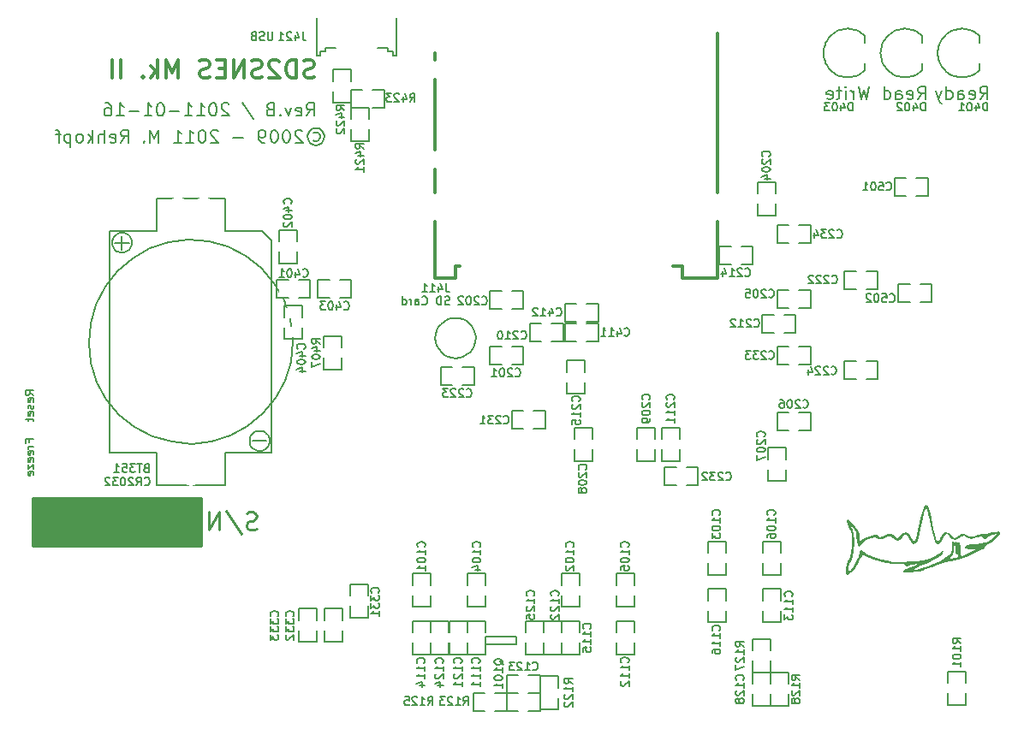
<source format=gbo>
G04 This is an RS-274x file exported by *
G04 gerbv version 2.4.0 *
G04 More information is available about gerbv at *
G04 http://gerbv.gpleda.org/ *
G04 --End of header info--*
%MOIN*%
%FSLAX23Y23*%
%IPPOS*%
G04 --Define apertures--*
%ADD10C,0.0080*%
%ADD11C,0.0100*%
%ADD12C,0.0075*%
%ADD13C,0.0120*%
%ADD14C,0.0001*%
%ADD15C,0.0070*%
%ADD16R,0.0680X0.0680*%
%ADD17C,0.0680*%
%ADD18C,0.0474*%
%ADD19O,0.0474X0.0946*%
%ADD20R,0.0430X0.0630*%
%ADD21R,0.0630X0.0430*%
%ADD22C,0.0592*%
%ADD23R,0.0513X0.0867*%
%ADD24R,0.0867X0.0867*%
%ADD25R,0.0867X0.0474*%
%ADD26R,0.0440X0.0440*%
%ADD27R,0.0630X0.0630*%
%ADD28C,0.0630*%
%ADD29R,0.4929X0.3158*%
%ADD30R,2.3630X0.3158*%
%ADD31C,0.0740*%
G04 --Start main section--*
G54D11*
G01X04656Y-4280D02*
G01X04646Y-4283D01*
G01X04646Y-4283D02*
G01X04629Y-4283D01*
G01X04629Y-4283D02*
G01X04622Y-4280D01*
G01X04622Y-4280D02*
G01X04619Y-4277D01*
G01X04619Y-4277D02*
G01X04616Y-4270D01*
G01X04616Y-4270D02*
G01X04616Y-4263D01*
G01X04616Y-4263D02*
G01X04619Y-4257D01*
G01X04619Y-4257D02*
G01X04622Y-4253D01*
G01X04622Y-4253D02*
G01X04629Y-4250D01*
G01X04629Y-4250D02*
G01X04642Y-4247D01*
G01X04642Y-4247D02*
G01X04649Y-4243D01*
G01X04649Y-4243D02*
G01X04652Y-4240D01*
G01X04652Y-4240D02*
G01X04656Y-4233D01*
G01X04656Y-4233D02*
G01X04656Y-4227D01*
G01X04656Y-4227D02*
G01X04652Y-4220D01*
G01X04652Y-4220D02*
G01X04649Y-4217D01*
G01X04649Y-4217D02*
G01X04642Y-4213D01*
G01X04642Y-4213D02*
G01X04626Y-4213D01*
G01X04626Y-4213D02*
G01X04616Y-4217D01*
G01X04536Y-4210D02*
G01X04596Y-4300D01*
G01X04512Y-4283D02*
G01X04512Y-4213D01*
G01X04512Y-4213D02*
G01X04472Y-4283D01*
G01X04472Y-4283D02*
G01X04472Y-4213D01*
G54D12*
G01X04220Y-4107D02*
G01X04221Y-4109D01*
G01X04221Y-4109D02*
G01X04226Y-4110D01*
G01X04226Y-4110D02*
G01X04229Y-4110D01*
G01X04229Y-4110D02*
G01X04233Y-4109D01*
G01X04233Y-4109D02*
G01X04236Y-4106D01*
G01X04236Y-4106D02*
G01X04238Y-4103D01*
G01X04238Y-4103D02*
G01X04239Y-4097D01*
G01X04239Y-4097D02*
G01X04239Y-4092D01*
G01X04239Y-4092D02*
G01X04238Y-4086D01*
G01X04238Y-4086D02*
G01X04236Y-4083D01*
G01X04236Y-4083D02*
G01X04233Y-4080D01*
G01X04233Y-4080D02*
G01X04229Y-4078D01*
G01X04229Y-4078D02*
G01X04226Y-4078D01*
G01X04226Y-4078D02*
G01X04221Y-4080D01*
G01X04221Y-4080D02*
G01X04220Y-4081D01*
G01X04188Y-4110D02*
G01X04198Y-4095D01*
G01X04206Y-4110D02*
G01X04206Y-4078D01*
G01X04206Y-4078D02*
G01X04194Y-4078D01*
G01X04194Y-4078D02*
G01X04191Y-4080D01*
G01X04191Y-4080D02*
G01X04189Y-4081D01*
G01X04189Y-4081D02*
G01X04188Y-4085D01*
G01X04188Y-4085D02*
G01X04188Y-4089D01*
G01X04188Y-4089D02*
G01X04189Y-4092D01*
G01X04189Y-4092D02*
G01X04191Y-4094D01*
G01X04191Y-4094D02*
G01X04194Y-4095D01*
G01X04194Y-4095D02*
G01X04206Y-4095D01*
G01X04175Y-4081D02*
G01X04174Y-4080D01*
G01X04174Y-4080D02*
G01X04171Y-4078D01*
G01X04171Y-4078D02*
G01X04163Y-4078D01*
G01X04163Y-4078D02*
G01X04160Y-4080D01*
G01X04160Y-4080D02*
G01X04159Y-4081D01*
G01X04159Y-4081D02*
G01X04157Y-4085D01*
G01X04157Y-4085D02*
G01X04157Y-4088D01*
G01X04157Y-4088D02*
G01X04159Y-4092D01*
G01X04159Y-4092D02*
G01X04177Y-4110D01*
G01X04177Y-4110D02*
G01X04157Y-4110D01*
G01X04137Y-4078D02*
G01X04134Y-4078D01*
G01X04134Y-4078D02*
G01X04131Y-4080D01*
G01X04131Y-4080D02*
G01X04130Y-4081D01*
G01X04130Y-4081D02*
G01X04128Y-4085D01*
G01X04128Y-4085D02*
G01X04127Y-4091D01*
G01X04127Y-4091D02*
G01X04127Y-4098D01*
G01X04127Y-4098D02*
G01X04128Y-4104D01*
G01X04128Y-4104D02*
G01X04130Y-4107D01*
G01X04130Y-4107D02*
G01X04131Y-4109D01*
G01X04131Y-4109D02*
G01X04134Y-4110D01*
G01X04134Y-4110D02*
G01X04137Y-4110D01*
G01X04137Y-4110D02*
G01X04140Y-4109D01*
G01X04140Y-4109D02*
G01X04142Y-4107D01*
G01X04142Y-4107D02*
G01X04143Y-4104D01*
G01X04143Y-4104D02*
G01X04145Y-4098D01*
G01X04145Y-4098D02*
G01X04145Y-4091D01*
G01X04145Y-4091D02*
G01X04143Y-4085D01*
G01X04143Y-4085D02*
G01X04142Y-4081D01*
G01X04142Y-4081D02*
G01X04140Y-4080D01*
G01X04140Y-4080D02*
G01X04137Y-4078D01*
G01X04116Y-4078D02*
G01X04096Y-4078D01*
G01X04096Y-4078D02*
G01X04107Y-4091D01*
G01X04107Y-4091D02*
G01X04102Y-4091D01*
G01X04102Y-4091D02*
G01X04099Y-4092D01*
G01X04099Y-4092D02*
G01X04098Y-4094D01*
G01X04098Y-4094D02*
G01X04096Y-4097D01*
G01X04096Y-4097D02*
G01X04096Y-4104D01*
G01X04096Y-4104D02*
G01X04098Y-4107D01*
G01X04098Y-4107D02*
G01X04099Y-4109D01*
G01X04099Y-4109D02*
G01X04102Y-4110D01*
G01X04102Y-4110D02*
G01X04111Y-4110D01*
G01X04111Y-4110D02*
G01X04114Y-4109D01*
G01X04114Y-4109D02*
G01X04116Y-4107D01*
G01X04084Y-4081D02*
G01X04082Y-4080D01*
G01X04082Y-4080D02*
G01X04079Y-4078D01*
G01X04079Y-4078D02*
G01X04072Y-4078D01*
G01X04072Y-4078D02*
G01X04069Y-4080D01*
G01X04069Y-4080D02*
G01X04067Y-4081D01*
G01X04067Y-4081D02*
G01X04066Y-4085D01*
G01X04066Y-4085D02*
G01X04066Y-4088D01*
G01X04066Y-4088D02*
G01X04067Y-4092D01*
G01X04067Y-4092D02*
G01X04085Y-4110D01*
G01X04085Y-4110D02*
G01X04066Y-4110D01*
G01X05407Y-3404D02*
G01X05403Y-3405D01*
G01X05403Y-3405D02*
G01X05395Y-3405D01*
G01X05395Y-3405D02*
G01X05392Y-3404D01*
G01X05392Y-3404D02*
G01X05390Y-3402D01*
G01X05390Y-3402D02*
G01X05389Y-3399D01*
G01X05389Y-3399D02*
G01X05389Y-3396D01*
G01X05389Y-3396D02*
G01X05390Y-3393D01*
G01X05390Y-3393D02*
G01X05392Y-3392D01*
G01X05392Y-3392D02*
G01X05395Y-3390D01*
G01X05395Y-3390D02*
G01X05401Y-3389D01*
G01X05401Y-3389D02*
G01X05404Y-3387D01*
G01X05404Y-3387D02*
G01X05406Y-3386D01*
G01X05406Y-3386D02*
G01X05407Y-3383D01*
G01X05407Y-3383D02*
G01X05407Y-3379D01*
G01X05407Y-3379D02*
G01X05406Y-3376D01*
G01X05406Y-3376D02*
G01X05404Y-3375D01*
G01X05404Y-3375D02*
G01X05401Y-3373D01*
G01X05401Y-3373D02*
G01X05394Y-3373D01*
G01X05394Y-3373D02*
G01X05389Y-3375D01*
G01X05375Y-3405D02*
G01X05375Y-3373D01*
G01X05375Y-3373D02*
G01X05368Y-3373D01*
G01X05368Y-3373D02*
G01X05363Y-3375D01*
G01X05363Y-3375D02*
G01X05360Y-3378D01*
G01X05360Y-3378D02*
G01X05358Y-3381D01*
G01X05358Y-3381D02*
G01X05357Y-3387D01*
G01X05357Y-3387D02*
G01X05357Y-3392D01*
G01X05357Y-3392D02*
G01X05358Y-3398D01*
G01X05358Y-3398D02*
G01X05360Y-3401D01*
G01X05360Y-3401D02*
G01X05363Y-3404D01*
G01X05363Y-3404D02*
G01X05368Y-3405D01*
G01X05368Y-3405D02*
G01X05375Y-3405D01*
G01X05301Y-3402D02*
G01X05302Y-3404D01*
G01X05302Y-3404D02*
G01X05307Y-3405D01*
G01X05307Y-3405D02*
G01X05310Y-3405D01*
G01X05310Y-3405D02*
G01X05314Y-3404D01*
G01X05314Y-3404D02*
G01X05317Y-3401D01*
G01X05317Y-3401D02*
G01X05319Y-3398D01*
G01X05319Y-3398D02*
G01X05320Y-3392D01*
G01X05320Y-3392D02*
G01X05320Y-3387D01*
G01X05320Y-3387D02*
G01X05319Y-3381D01*
G01X05319Y-3381D02*
G01X05317Y-3378D01*
G01X05317Y-3378D02*
G01X05314Y-3375D01*
G01X05314Y-3375D02*
G01X05310Y-3373D01*
G01X05310Y-3373D02*
G01X05307Y-3373D01*
G01X05307Y-3373D02*
G01X05302Y-3375D01*
G01X05302Y-3375D02*
G01X05301Y-3376D01*
G01X05273Y-3405D02*
G01X05273Y-3389D01*
G01X05273Y-3389D02*
G01X05275Y-3386D01*
G01X05275Y-3386D02*
G01X05278Y-3384D01*
G01X05278Y-3384D02*
G01X05284Y-3384D01*
G01X05284Y-3384D02*
G01X05287Y-3386D01*
G01X05273Y-3404D02*
G01X05276Y-3405D01*
G01X05276Y-3405D02*
G01X05284Y-3405D01*
G01X05284Y-3405D02*
G01X05287Y-3404D01*
G01X05287Y-3404D02*
G01X05288Y-3401D01*
G01X05288Y-3401D02*
G01X05288Y-3398D01*
G01X05288Y-3398D02*
G01X05287Y-3395D01*
G01X05287Y-3395D02*
G01X05284Y-3393D01*
G01X05284Y-3393D02*
G01X05276Y-3393D01*
G01X05276Y-3393D02*
G01X05273Y-3392D01*
G01X05258Y-3405D02*
G01X05258Y-3384D01*
G01X05258Y-3390D02*
G01X05256Y-3387D01*
G01X05256Y-3387D02*
G01X05255Y-3386D01*
G01X05255Y-3386D02*
G01X05252Y-3384D01*
G01X05252Y-3384D02*
G01X05249Y-3384D01*
G01X05224Y-3405D02*
G01X05224Y-3373D01*
G01X05224Y-3404D02*
G01X05227Y-3405D01*
G01X05227Y-3405D02*
G01X05233Y-3405D01*
G01X05233Y-3405D02*
G01X05237Y-3404D01*
G01X05237Y-3404D02*
G01X05238Y-3402D01*
G01X05238Y-3402D02*
G01X05240Y-3399D01*
G01X05240Y-3399D02*
G01X05240Y-3390D01*
G01X05240Y-3390D02*
G01X05238Y-3387D01*
G01X05238Y-3387D02*
G01X05237Y-3386D01*
G01X05237Y-3386D02*
G01X05233Y-3384D01*
G01X05233Y-3384D02*
G01X05227Y-3384D01*
G01X05227Y-3384D02*
G01X05224Y-3386D01*
G01X04718Y-2343D02*
G01X04718Y-2369D01*
G01X04718Y-2369D02*
G01X04716Y-2372D01*
G01X04716Y-2372D02*
G01X04715Y-2374D01*
G01X04715Y-2374D02*
G01X04712Y-2375D01*
G01X04712Y-2375D02*
G01X04706Y-2375D01*
G01X04706Y-2375D02*
G01X04703Y-2374D01*
G01X04703Y-2374D02*
G01X04701Y-2372D01*
G01X04701Y-2372D02*
G01X04700Y-2369D01*
G01X04700Y-2369D02*
G01X04700Y-2343D01*
G01X04686Y-2374D02*
G01X04681Y-2375D01*
G01X04681Y-2375D02*
G01X04674Y-2375D01*
G01X04674Y-2375D02*
G01X04671Y-2374D01*
G01X04671Y-2374D02*
G01X04669Y-2372D01*
G01X04669Y-2372D02*
G01X04668Y-2369D01*
G01X04668Y-2369D02*
G01X04668Y-2366D01*
G01X04668Y-2366D02*
G01X04669Y-2363D01*
G01X04669Y-2363D02*
G01X04671Y-2362D01*
G01X04671Y-2362D02*
G01X04674Y-2360D01*
G01X04674Y-2360D02*
G01X04680Y-2359D01*
G01X04680Y-2359D02*
G01X04683Y-2357D01*
G01X04683Y-2357D02*
G01X04684Y-2356D01*
G01X04684Y-2356D02*
G01X04686Y-2353D01*
G01X04686Y-2353D02*
G01X04686Y-2349D01*
G01X04686Y-2349D02*
G01X04684Y-2346D01*
G01X04684Y-2346D02*
G01X04683Y-2345D01*
G01X04683Y-2345D02*
G01X04680Y-2343D01*
G01X04680Y-2343D02*
G01X04672Y-2343D01*
G01X04672Y-2343D02*
G01X04668Y-2345D01*
G01X04643Y-2359D02*
G01X04639Y-2360D01*
G01X04639Y-2360D02*
G01X04637Y-2362D01*
G01X04637Y-2362D02*
G01X04636Y-2365D01*
G01X04636Y-2365D02*
G01X04636Y-2369D01*
G01X04636Y-2369D02*
G01X04637Y-2372D01*
G01X04637Y-2372D02*
G01X04639Y-2374D01*
G01X04639Y-2374D02*
G01X04642Y-2375D01*
G01X04642Y-2375D02*
G01X04654Y-2375D01*
G01X04654Y-2375D02*
G01X04654Y-2343D01*
G01X04654Y-2343D02*
G01X04643Y-2343D01*
G01X04643Y-2343D02*
G01X04640Y-2345D01*
G01X04640Y-2345D02*
G01X04639Y-2346D01*
G01X04639Y-2346D02*
G01X04637Y-2349D01*
G01X04637Y-2349D02*
G01X04637Y-2353D01*
G01X04637Y-2353D02*
G01X04639Y-2356D01*
G01X04639Y-2356D02*
G01X04640Y-2357D01*
G01X04640Y-2357D02*
G01X04643Y-2359D01*
G01X04643Y-2359D02*
G01X04654Y-2359D01*
G01X07042Y-2555D02*
G01X07030Y-2605D01*
G01X07030Y-2605D02*
G01X07021Y-2569D01*
G01X07021Y-2569D02*
G01X07011Y-2605D01*
G01X07011Y-2605D02*
G01X06999Y-2555D01*
G01X06980Y-2605D02*
G01X06980Y-2572D01*
G01X06980Y-2581D02*
G01X06978Y-2577D01*
G01X06978Y-2577D02*
G01X06975Y-2574D01*
G01X06975Y-2574D02*
G01X06971Y-2572D01*
G01X06971Y-2572D02*
G01X06966Y-2572D01*
G01X06949Y-2605D02*
G01X06949Y-2572D01*
G01X06949Y-2555D02*
G01X06952Y-2558D01*
G01X06952Y-2558D02*
G01X06949Y-2560D01*
G01X06949Y-2560D02*
G01X06947Y-2558D01*
G01X06947Y-2558D02*
G01X06949Y-2555D01*
G01X06949Y-2555D02*
G01X06949Y-2560D01*
G01X06933Y-2572D02*
G01X06914Y-2572D01*
G01X06925Y-2555D02*
G01X06925Y-2598D01*
G01X06925Y-2598D02*
G01X06923Y-2603D01*
G01X06923Y-2603D02*
G01X06918Y-2605D01*
G01X06918Y-2605D02*
G01X06914Y-2605D01*
G01X06878Y-2603D02*
G01X06883Y-2605D01*
G01X06883Y-2605D02*
G01X06892Y-2605D01*
G01X06892Y-2605D02*
G01X06897Y-2603D01*
G01X06897Y-2603D02*
G01X06899Y-2598D01*
G01X06899Y-2598D02*
G01X06899Y-2579D01*
G01X06899Y-2579D02*
G01X06897Y-2574D01*
G01X06897Y-2574D02*
G01X06892Y-2572D01*
G01X06892Y-2572D02*
G01X06883Y-2572D01*
G01X06883Y-2572D02*
G01X06878Y-2574D01*
G01X06878Y-2574D02*
G01X06875Y-2579D01*
G01X06875Y-2579D02*
G01X06875Y-2584D01*
G01X06875Y-2584D02*
G01X06899Y-2589D01*
G01X03788Y-3758D02*
G01X03773Y-3747D01*
G01X03788Y-3740D02*
G01X03756Y-3740D01*
G01X03756Y-3740D02*
G01X03756Y-3752D01*
G01X03756Y-3752D02*
G01X03758Y-3755D01*
G01X03758Y-3755D02*
G01X03759Y-3756D01*
G01X03759Y-3756D02*
G01X03762Y-3758D01*
G01X03762Y-3758D02*
G01X03767Y-3758D01*
G01X03767Y-3758D02*
G01X03770Y-3756D01*
G01X03770Y-3756D02*
G01X03771Y-3755D01*
G01X03771Y-3755D02*
G01X03773Y-3752D01*
G01X03773Y-3752D02*
G01X03773Y-3740D01*
G01X03786Y-3784D02*
G01X03788Y-3781D01*
G01X03788Y-3781D02*
G01X03788Y-3775D01*
G01X03788Y-3775D02*
G01X03786Y-3772D01*
G01X03786Y-3772D02*
G01X03783Y-3770D01*
G01X03783Y-3770D02*
G01X03771Y-3770D01*
G01X03771Y-3770D02*
G01X03768Y-3772D01*
G01X03768Y-3772D02*
G01X03767Y-3775D01*
G01X03767Y-3775D02*
G01X03767Y-3781D01*
G01X03767Y-3781D02*
G01X03768Y-3784D01*
G01X03768Y-3784D02*
G01X03771Y-3785D01*
G01X03771Y-3785D02*
G01X03774Y-3785D01*
G01X03774Y-3785D02*
G01X03777Y-3770D01*
G01X03786Y-3797D02*
G01X03788Y-3800D01*
G01X03788Y-3800D02*
G01X03788Y-3807D01*
G01X03788Y-3807D02*
G01X03786Y-3810D01*
G01X03786Y-3810D02*
G01X03783Y-3811D01*
G01X03783Y-3811D02*
G01X03782Y-3811D01*
G01X03782Y-3811D02*
G01X03779Y-3810D01*
G01X03779Y-3810D02*
G01X03777Y-3807D01*
G01X03777Y-3807D02*
G01X03777Y-3802D01*
G01X03777Y-3802D02*
G01X03776Y-3799D01*
G01X03776Y-3799D02*
G01X03773Y-3797D01*
G01X03773Y-3797D02*
G01X03771Y-3797D01*
G01X03771Y-3797D02*
G01X03768Y-3799D01*
G01X03768Y-3799D02*
G01X03767Y-3802D01*
G01X03767Y-3802D02*
G01X03767Y-3807D01*
G01X03767Y-3807D02*
G01X03768Y-3810D01*
G01X03786Y-3837D02*
G01X03788Y-3834D01*
G01X03788Y-3834D02*
G01X03788Y-3828D01*
G01X03788Y-3828D02*
G01X03786Y-3825D01*
G01X03786Y-3825D02*
G01X03783Y-3823D01*
G01X03783Y-3823D02*
G01X03771Y-3823D01*
G01X03771Y-3823D02*
G01X03768Y-3825D01*
G01X03768Y-3825D02*
G01X03767Y-3828D01*
G01X03767Y-3828D02*
G01X03767Y-3834D01*
G01X03767Y-3834D02*
G01X03768Y-3837D01*
G01X03768Y-3837D02*
G01X03771Y-3839D01*
G01X03771Y-3839D02*
G01X03774Y-3839D01*
G01X03774Y-3839D02*
G01X03777Y-3823D01*
G01X03767Y-3848D02*
G01X03767Y-3860D01*
G01X03756Y-3852D02*
G01X03783Y-3852D01*
G01X03783Y-3852D02*
G01X03786Y-3854D01*
G01X03786Y-3854D02*
G01X03788Y-3857D01*
G01X03788Y-3857D02*
G01X03788Y-3860D01*
G01X03771Y-3941D02*
G01X03771Y-3930D01*
G01X03788Y-3930D02*
G01X03756Y-3930D01*
G01X03756Y-3930D02*
G01X03756Y-3945D01*
G01X03788Y-3957D02*
G01X03767Y-3957D01*
G01X03773Y-3957D02*
G01X03770Y-3959D01*
G01X03770Y-3959D02*
G01X03768Y-3960D01*
G01X03768Y-3960D02*
G01X03767Y-3963D01*
G01X03767Y-3963D02*
G01X03767Y-3967D01*
G01X03786Y-3989D02*
G01X03788Y-3986D01*
G01X03788Y-3986D02*
G01X03788Y-3980D01*
G01X03788Y-3980D02*
G01X03786Y-3977D01*
G01X03786Y-3977D02*
G01X03783Y-3976D01*
G01X03783Y-3976D02*
G01X03771Y-3976D01*
G01X03771Y-3976D02*
G01X03768Y-3977D01*
G01X03768Y-3977D02*
G01X03767Y-3980D01*
G01X03767Y-3980D02*
G01X03767Y-3986D01*
G01X03767Y-3986D02*
G01X03768Y-3989D01*
G01X03768Y-3989D02*
G01X03771Y-3991D01*
G01X03771Y-3991D02*
G01X03774Y-3991D01*
G01X03774Y-3991D02*
G01X03777Y-3976D01*
G01X03786Y-4017D02*
G01X03788Y-4014D01*
G01X03788Y-4014D02*
G01X03788Y-4008D01*
G01X03788Y-4008D02*
G01X03786Y-4005D01*
G01X03786Y-4005D02*
G01X03783Y-4003D01*
G01X03783Y-4003D02*
G01X03771Y-4003D01*
G01X03771Y-4003D02*
G01X03768Y-4005D01*
G01X03768Y-4005D02*
G01X03767Y-4008D01*
G01X03767Y-4008D02*
G01X03767Y-4014D01*
G01X03767Y-4014D02*
G01X03768Y-4017D01*
G01X03768Y-4017D02*
G01X03771Y-4018D01*
G01X03771Y-4018D02*
G01X03774Y-4018D01*
G01X03774Y-4018D02*
G01X03777Y-4003D01*
G01X03767Y-4029D02*
G01X03767Y-4046D01*
G01X03767Y-4046D02*
G01X03788Y-4029D01*
G01X03788Y-4029D02*
G01X03788Y-4046D01*
G01X03786Y-4070D02*
G01X03788Y-4067D01*
G01X03788Y-4067D02*
G01X03788Y-4061D01*
G01X03788Y-4061D02*
G01X03786Y-4058D01*
G01X03786Y-4058D02*
G01X03783Y-4056D01*
G01X03783Y-4056D02*
G01X03771Y-4056D01*
G01X03771Y-4056D02*
G01X03768Y-4058D01*
G01X03768Y-4058D02*
G01X03767Y-4061D01*
G01X03767Y-4061D02*
G01X03767Y-4067D01*
G01X03767Y-4067D02*
G01X03768Y-4070D01*
G01X03768Y-4070D02*
G01X03771Y-4072D01*
G01X03771Y-4072D02*
G01X03774Y-4072D01*
G01X03774Y-4072D02*
G01X03777Y-4056D01*
G54D13*
G01X04880Y-2517D02*
G01X04870Y-2521D01*
G01X04870Y-2521D02*
G01X04853Y-2521D01*
G01X04853Y-2521D02*
G01X04847Y-2517D01*
G01X04847Y-2517D02*
G01X04843Y-2514D01*
G01X04843Y-2514D02*
G01X04840Y-2507D01*
G01X04840Y-2507D02*
G01X04840Y-2501D01*
G01X04840Y-2501D02*
G01X04843Y-2494D01*
G01X04843Y-2494D02*
G01X04847Y-2491D01*
G01X04847Y-2491D02*
G01X04853Y-2487D01*
G01X04853Y-2487D02*
G01X04867Y-2484D01*
G01X04867Y-2484D02*
G01X04873Y-2481D01*
G01X04873Y-2481D02*
G01X04877Y-2477D01*
G01X04877Y-2477D02*
G01X04880Y-2471D01*
G01X04880Y-2471D02*
G01X04880Y-2464D01*
G01X04880Y-2464D02*
G01X04877Y-2457D01*
G01X04877Y-2457D02*
G01X04873Y-2454D01*
G01X04873Y-2454D02*
G01X04867Y-2451D01*
G01X04867Y-2451D02*
G01X04850Y-2451D01*
G01X04850Y-2451D02*
G01X04840Y-2454D01*
G01X04810Y-2521D02*
G01X04810Y-2451D01*
G01X04810Y-2451D02*
G01X04793Y-2451D01*
G01X04793Y-2451D02*
G01X04783Y-2454D01*
G01X04783Y-2454D02*
G01X04777Y-2461D01*
G01X04777Y-2461D02*
G01X04773Y-2467D01*
G01X04773Y-2467D02*
G01X04770Y-2481D01*
G01X04770Y-2481D02*
G01X04770Y-2491D01*
G01X04770Y-2491D02*
G01X04773Y-2504D01*
G01X04773Y-2504D02*
G01X04777Y-2511D01*
G01X04777Y-2511D02*
G01X04783Y-2517D01*
G01X04783Y-2517D02*
G01X04793Y-2521D01*
G01X04793Y-2521D02*
G01X04810Y-2521D01*
G01X04743Y-2457D02*
G01X04740Y-2454D01*
G01X04740Y-2454D02*
G01X04733Y-2451D01*
G01X04733Y-2451D02*
G01X04717Y-2451D01*
G01X04717Y-2451D02*
G01X04710Y-2454D01*
G01X04710Y-2454D02*
G01X04707Y-2457D01*
G01X04707Y-2457D02*
G01X04703Y-2464D01*
G01X04703Y-2464D02*
G01X04703Y-2471D01*
G01X04703Y-2471D02*
G01X04707Y-2481D01*
G01X04707Y-2481D02*
G01X04747Y-2521D01*
G01X04747Y-2521D02*
G01X04703Y-2521D01*
G01X04677Y-2517D02*
G01X04667Y-2521D01*
G01X04667Y-2521D02*
G01X04650Y-2521D01*
G01X04650Y-2521D02*
G01X04643Y-2517D01*
G01X04643Y-2517D02*
G01X04640Y-2514D01*
G01X04640Y-2514D02*
G01X04637Y-2507D01*
G01X04637Y-2507D02*
G01X04637Y-2501D01*
G01X04637Y-2501D02*
G01X04640Y-2494D01*
G01X04640Y-2494D02*
G01X04643Y-2491D01*
G01X04643Y-2491D02*
G01X04650Y-2487D01*
G01X04650Y-2487D02*
G01X04663Y-2484D01*
G01X04663Y-2484D02*
G01X04670Y-2481D01*
G01X04670Y-2481D02*
G01X04673Y-2477D01*
G01X04673Y-2477D02*
G01X04677Y-2471D01*
G01X04677Y-2471D02*
G01X04677Y-2464D01*
G01X04677Y-2464D02*
G01X04673Y-2457D01*
G01X04673Y-2457D02*
G01X04670Y-2454D01*
G01X04670Y-2454D02*
G01X04663Y-2451D01*
G01X04663Y-2451D02*
G01X04647Y-2451D01*
G01X04647Y-2451D02*
G01X04637Y-2454D01*
G01X04607Y-2521D02*
G01X04607Y-2451D01*
G01X04607Y-2451D02*
G01X04567Y-2521D01*
G01X04567Y-2521D02*
G01X04567Y-2451D01*
G01X04533Y-2484D02*
G01X04510Y-2484D01*
G01X04500Y-2521D02*
G01X04533Y-2521D01*
G01X04533Y-2521D02*
G01X04533Y-2451D01*
G01X04533Y-2451D02*
G01X04500Y-2451D01*
G01X04473Y-2517D02*
G01X04463Y-2521D01*
G01X04463Y-2521D02*
G01X04447Y-2521D01*
G01X04447Y-2521D02*
G01X04440Y-2517D01*
G01X04440Y-2517D02*
G01X04437Y-2514D01*
G01X04437Y-2514D02*
G01X04433Y-2507D01*
G01X04433Y-2507D02*
G01X04433Y-2501D01*
G01X04433Y-2501D02*
G01X04437Y-2494D01*
G01X04437Y-2494D02*
G01X04440Y-2491D01*
G01X04440Y-2491D02*
G01X04447Y-2487D01*
G01X04447Y-2487D02*
G01X04460Y-2484D01*
G01X04460Y-2484D02*
G01X04467Y-2481D01*
G01X04467Y-2481D02*
G01X04470Y-2477D01*
G01X04470Y-2477D02*
G01X04473Y-2471D01*
G01X04473Y-2471D02*
G01X04473Y-2464D01*
G01X04473Y-2464D02*
G01X04470Y-2457D01*
G01X04470Y-2457D02*
G01X04467Y-2454D01*
G01X04467Y-2454D02*
G01X04460Y-2451D01*
G01X04460Y-2451D02*
G01X04443Y-2451D01*
G01X04443Y-2451D02*
G01X04433Y-2454D01*
G01X04350Y-2521D02*
G01X04350Y-2451D01*
G01X04350Y-2451D02*
G01X04327Y-2501D01*
G01X04327Y-2501D02*
G01X04303Y-2451D01*
G01X04303Y-2451D02*
G01X04303Y-2521D01*
G01X04270Y-2521D02*
G01X04270Y-2451D01*
G01X04263Y-2494D02*
G01X04243Y-2521D01*
G01X04243Y-2474D02*
G01X04270Y-2501D01*
G01X04213Y-2514D02*
G01X04210Y-2517D01*
G01X04210Y-2517D02*
G01X04213Y-2521D01*
G01X04213Y-2521D02*
G01X04217Y-2517D01*
G01X04217Y-2517D02*
G01X04213Y-2514D01*
G01X04213Y-2514D02*
G01X04213Y-2521D01*
G01X04127Y-2521D02*
G01X04127Y-2451D01*
G01X04093Y-2521D02*
G01X04093Y-2451D01*
G54D12*
G01X04877Y-2736D02*
G01X04882Y-2734D01*
G01X04882Y-2734D02*
G01X04892Y-2734D01*
G01X04892Y-2734D02*
G01X04896Y-2736D01*
G01X04896Y-2736D02*
G01X04901Y-2741D01*
G01X04901Y-2741D02*
G01X04903Y-2746D01*
G01X04903Y-2746D02*
G01X04903Y-2755D01*
G01X04903Y-2755D02*
G01X04901Y-2760D01*
G01X04901Y-2760D02*
G01X04896Y-2765D01*
G01X04896Y-2765D02*
G01X04892Y-2767D01*
G01X04892Y-2767D02*
G01X04882Y-2767D01*
G01X04882Y-2767D02*
G01X04877Y-2765D01*
G01X04887Y-2717D02*
G01X04899Y-2719D01*
G01X04899Y-2719D02*
G01X04911Y-2727D01*
G01X04911Y-2727D02*
G01X04918Y-2738D01*
G01X04918Y-2738D02*
G01X04920Y-2750D01*
G01X04920Y-2750D02*
G01X04918Y-2762D01*
G01X04918Y-2762D02*
G01X04911Y-2774D01*
G01X04911Y-2774D02*
G01X04899Y-2781D01*
G01X04899Y-2781D02*
G01X04887Y-2784D01*
G01X04887Y-2784D02*
G01X04875Y-2781D01*
G01X04875Y-2781D02*
G01X04863Y-2774D01*
G01X04863Y-2774D02*
G01X04856Y-2762D01*
G01X04856Y-2762D02*
G01X04853Y-2750D01*
G01X04853Y-2750D02*
G01X04856Y-2738D01*
G01X04856Y-2738D02*
G01X04863Y-2727D01*
G01X04863Y-2727D02*
G01X04875Y-2719D01*
G01X04875Y-2719D02*
G01X04887Y-2717D01*
G01X04834Y-2729D02*
G01X04832Y-2727D01*
G01X04832Y-2727D02*
G01X04827Y-2724D01*
G01X04827Y-2724D02*
G01X04815Y-2724D01*
G01X04815Y-2724D02*
G01X04811Y-2727D01*
G01X04811Y-2727D02*
G01X04808Y-2729D01*
G01X04808Y-2729D02*
G01X04806Y-2734D01*
G01X04806Y-2734D02*
G01X04806Y-2738D01*
G01X04806Y-2738D02*
G01X04808Y-2746D01*
G01X04808Y-2746D02*
G01X04837Y-2774D01*
G01X04837Y-2774D02*
G01X04806Y-2774D01*
G01X04775Y-2724D02*
G01X04770Y-2724D01*
G01X04770Y-2724D02*
G01X04765Y-2727D01*
G01X04765Y-2727D02*
G01X04763Y-2729D01*
G01X04763Y-2729D02*
G01X04761Y-2734D01*
G01X04761Y-2734D02*
G01X04758Y-2743D01*
G01X04758Y-2743D02*
G01X04758Y-2755D01*
G01X04758Y-2755D02*
G01X04761Y-2765D01*
G01X04761Y-2765D02*
G01X04763Y-2769D01*
G01X04763Y-2769D02*
G01X04765Y-2772D01*
G01X04765Y-2772D02*
G01X04770Y-2774D01*
G01X04770Y-2774D02*
G01X04775Y-2774D01*
G01X04775Y-2774D02*
G01X04780Y-2772D01*
G01X04780Y-2772D02*
G01X04782Y-2769D01*
G01X04782Y-2769D02*
G01X04784Y-2765D01*
G01X04784Y-2765D02*
G01X04787Y-2755D01*
G01X04787Y-2755D02*
G01X04787Y-2743D01*
G01X04787Y-2743D02*
G01X04784Y-2734D01*
G01X04784Y-2734D02*
G01X04782Y-2729D01*
G01X04782Y-2729D02*
G01X04780Y-2727D01*
G01X04780Y-2727D02*
G01X04775Y-2724D01*
G01X04727Y-2724D02*
G01X04723Y-2724D01*
G01X04723Y-2724D02*
G01X04718Y-2727D01*
G01X04718Y-2727D02*
G01X04715Y-2729D01*
G01X04715Y-2729D02*
G01X04713Y-2734D01*
G01X04713Y-2734D02*
G01X04711Y-2743D01*
G01X04711Y-2743D02*
G01X04711Y-2755D01*
G01X04711Y-2755D02*
G01X04713Y-2765D01*
G01X04713Y-2765D02*
G01X04715Y-2769D01*
G01X04715Y-2769D02*
G01X04718Y-2772D01*
G01X04718Y-2772D02*
G01X04723Y-2774D01*
G01X04723Y-2774D02*
G01X04727Y-2774D01*
G01X04727Y-2774D02*
G01X04732Y-2772D01*
G01X04732Y-2772D02*
G01X04734Y-2769D01*
G01X04734Y-2769D02*
G01X04737Y-2765D01*
G01X04737Y-2765D02*
G01X04739Y-2755D01*
G01X04739Y-2755D02*
G01X04739Y-2743D01*
G01X04739Y-2743D02*
G01X04737Y-2734D01*
G01X04737Y-2734D02*
G01X04734Y-2729D01*
G01X04734Y-2729D02*
G01X04732Y-2727D01*
G01X04732Y-2727D02*
G01X04727Y-2724D01*
G01X04687Y-2774D02*
G01X04677Y-2774D01*
G01X04677Y-2774D02*
G01X04673Y-2772D01*
G01X04673Y-2772D02*
G01X04670Y-2769D01*
G01X04670Y-2769D02*
G01X04665Y-2762D01*
G01X04665Y-2762D02*
G01X04663Y-2753D01*
G01X04663Y-2753D02*
G01X04663Y-2734D01*
G01X04663Y-2734D02*
G01X04665Y-2729D01*
G01X04665Y-2729D02*
G01X04668Y-2727D01*
G01X04668Y-2727D02*
G01X04673Y-2724D01*
G01X04673Y-2724D02*
G01X04682Y-2724D01*
G01X04682Y-2724D02*
G01X04687Y-2727D01*
G01X04687Y-2727D02*
G01X04689Y-2729D01*
G01X04689Y-2729D02*
G01X04692Y-2734D01*
G01X04692Y-2734D02*
G01X04692Y-2746D01*
G01X04692Y-2746D02*
G01X04689Y-2750D01*
G01X04689Y-2750D02*
G01X04687Y-2753D01*
G01X04687Y-2753D02*
G01X04682Y-2755D01*
G01X04682Y-2755D02*
G01X04673Y-2755D01*
G01X04673Y-2755D02*
G01X04668Y-2753D01*
G01X04668Y-2753D02*
G01X04665Y-2750D01*
G01X04665Y-2750D02*
G01X04663Y-2746D01*
G01X04604Y-2755D02*
G01X04565Y-2755D01*
G01X04506Y-2729D02*
G01X04504Y-2727D01*
G01X04504Y-2727D02*
G01X04499Y-2724D01*
G01X04499Y-2724D02*
G01X04487Y-2724D01*
G01X04487Y-2724D02*
G01X04482Y-2727D01*
G01X04482Y-2727D02*
G01X04480Y-2729D01*
G01X04480Y-2729D02*
G01X04477Y-2734D01*
G01X04477Y-2734D02*
G01X04477Y-2738D01*
G01X04477Y-2738D02*
G01X04480Y-2746D01*
G01X04480Y-2746D02*
G01X04508Y-2774D01*
G01X04508Y-2774D02*
G01X04477Y-2774D01*
G01X04446Y-2724D02*
G01X04442Y-2724D01*
G01X04442Y-2724D02*
G01X04437Y-2727D01*
G01X04437Y-2727D02*
G01X04435Y-2729D01*
G01X04435Y-2729D02*
G01X04432Y-2734D01*
G01X04432Y-2734D02*
G01X04430Y-2743D01*
G01X04430Y-2743D02*
G01X04430Y-2755D01*
G01X04430Y-2755D02*
G01X04432Y-2765D01*
G01X04432Y-2765D02*
G01X04435Y-2769D01*
G01X04435Y-2769D02*
G01X04437Y-2772D01*
G01X04437Y-2772D02*
G01X04442Y-2774D01*
G01X04442Y-2774D02*
G01X04446Y-2774D01*
G01X04446Y-2774D02*
G01X04451Y-2772D01*
G01X04451Y-2772D02*
G01X04454Y-2769D01*
G01X04454Y-2769D02*
G01X04456Y-2765D01*
G01X04456Y-2765D02*
G01X04458Y-2755D01*
G01X04458Y-2755D02*
G01X04458Y-2743D01*
G01X04458Y-2743D02*
G01X04456Y-2734D01*
G01X04456Y-2734D02*
G01X04454Y-2729D01*
G01X04454Y-2729D02*
G01X04451Y-2727D01*
G01X04451Y-2727D02*
G01X04446Y-2724D01*
G01X04382Y-2774D02*
G01X04411Y-2774D01*
G01X04396Y-2774D02*
G01X04396Y-2724D01*
G01X04396Y-2724D02*
G01X04401Y-2731D01*
G01X04401Y-2731D02*
G01X04406Y-2736D01*
G01X04406Y-2736D02*
G01X04411Y-2738D01*
G01X04335Y-2774D02*
G01X04363Y-2774D01*
G01X04349Y-2774D02*
G01X04349Y-2724D01*
G01X04349Y-2724D02*
G01X04354Y-2731D01*
G01X04354Y-2731D02*
G01X04358Y-2736D01*
G01X04358Y-2736D02*
G01X04363Y-2738D01*
G01X04275Y-2774D02*
G01X04275Y-2724D01*
G01X04275Y-2724D02*
G01X04258Y-2760D01*
G01X04258Y-2760D02*
G01X04242Y-2724D01*
G01X04242Y-2724D02*
G01X04242Y-2774D01*
G01X04218Y-2769D02*
G01X04216Y-2772D01*
G01X04216Y-2772D02*
G01X04218Y-2774D01*
G01X04218Y-2774D02*
G01X04220Y-2772D01*
G01X04220Y-2772D02*
G01X04218Y-2769D01*
G01X04218Y-2769D02*
G01X04218Y-2774D01*
G01X04127Y-2774D02*
G01X04144Y-2750D01*
G01X04156Y-2774D02*
G01X04156Y-2724D01*
G01X04156Y-2724D02*
G01X04137Y-2724D01*
G01X04137Y-2724D02*
G01X04132Y-2727D01*
G01X04132Y-2727D02*
G01X04130Y-2729D01*
G01X04130Y-2729D02*
G01X04127Y-2734D01*
G01X04127Y-2734D02*
G01X04127Y-2741D01*
G01X04127Y-2741D02*
G01X04130Y-2746D01*
G01X04130Y-2746D02*
G01X04132Y-2748D01*
G01X04132Y-2748D02*
G01X04137Y-2750D01*
G01X04137Y-2750D02*
G01X04156Y-2750D01*
G01X04087Y-2772D02*
G01X04092Y-2774D01*
G01X04092Y-2774D02*
G01X04101Y-2774D01*
G01X04101Y-2774D02*
G01X04106Y-2772D01*
G01X04106Y-2772D02*
G01X04108Y-2767D01*
G01X04108Y-2767D02*
G01X04108Y-2748D01*
G01X04108Y-2748D02*
G01X04106Y-2743D01*
G01X04106Y-2743D02*
G01X04101Y-2741D01*
G01X04101Y-2741D02*
G01X04092Y-2741D01*
G01X04092Y-2741D02*
G01X04087Y-2743D01*
G01X04087Y-2743D02*
G01X04085Y-2748D01*
G01X04085Y-2748D02*
G01X04085Y-2753D01*
G01X04085Y-2753D02*
G01X04108Y-2758D01*
G01X04063Y-2774D02*
G01X04063Y-2724D01*
G01X04042Y-2774D02*
G01X04042Y-2748D01*
G01X04042Y-2748D02*
G01X04044Y-2743D01*
G01X04044Y-2743D02*
G01X04049Y-2741D01*
G01X04049Y-2741D02*
G01X04056Y-2741D01*
G01X04056Y-2741D02*
G01X04061Y-2743D01*
G01X04061Y-2743D02*
G01X04063Y-2746D01*
G01X04018Y-2774D02*
G01X04018Y-2724D01*
G01X04013Y-2755D02*
G01X03999Y-2774D01*
G01X03999Y-2741D02*
G01X04018Y-2760D01*
G01X03970Y-2774D02*
G01X03975Y-2772D01*
G01X03975Y-2772D02*
G01X03977Y-2769D01*
G01X03977Y-2769D02*
G01X03980Y-2765D01*
G01X03980Y-2765D02*
G01X03980Y-2750D01*
G01X03980Y-2750D02*
G01X03977Y-2746D01*
G01X03977Y-2746D02*
G01X03975Y-2743D01*
G01X03975Y-2743D02*
G01X03970Y-2741D01*
G01X03970Y-2741D02*
G01X03963Y-2741D01*
G01X03963Y-2741D02*
G01X03958Y-2743D01*
G01X03958Y-2743D02*
G01X03956Y-2746D01*
G01X03956Y-2746D02*
G01X03954Y-2750D01*
G01X03954Y-2750D02*
G01X03954Y-2765D01*
G01X03954Y-2765D02*
G01X03956Y-2769D01*
G01X03956Y-2769D02*
G01X03958Y-2772D01*
G01X03958Y-2772D02*
G01X03963Y-2774D01*
G01X03963Y-2774D02*
G01X03970Y-2774D01*
G01X03932Y-2741D02*
G01X03932Y-2791D01*
G01X03932Y-2743D02*
G01X03927Y-2741D01*
G01X03927Y-2741D02*
G01X03918Y-2741D01*
G01X03918Y-2741D02*
G01X03913Y-2743D01*
G01X03913Y-2743D02*
G01X03911Y-2746D01*
G01X03911Y-2746D02*
G01X03908Y-2750D01*
G01X03908Y-2750D02*
G01X03908Y-2765D01*
G01X03908Y-2765D02*
G01X03911Y-2769D01*
G01X03911Y-2769D02*
G01X03913Y-2772D01*
G01X03913Y-2772D02*
G01X03918Y-2774D01*
G01X03918Y-2774D02*
G01X03927Y-2774D01*
G01X03927Y-2774D02*
G01X03932Y-2772D01*
G01X03894Y-2741D02*
G01X03875Y-2741D01*
G01X03887Y-2774D02*
G01X03887Y-2731D01*
G01X03887Y-2731D02*
G01X03885Y-2727D01*
G01X03885Y-2727D02*
G01X03880Y-2724D01*
G01X03880Y-2724D02*
G01X03875Y-2724D01*
G01X04851Y-2670D02*
G01X04867Y-2646D01*
G01X04879Y-2670D02*
G01X04879Y-2620D01*
G01X04879Y-2620D02*
G01X04860Y-2620D01*
G01X04860Y-2620D02*
G01X04855Y-2623D01*
G01X04855Y-2623D02*
G01X04853Y-2625D01*
G01X04853Y-2625D02*
G01X04851Y-2630D01*
G01X04851Y-2630D02*
G01X04851Y-2637D01*
G01X04851Y-2637D02*
G01X04853Y-2642D01*
G01X04853Y-2642D02*
G01X04855Y-2644D01*
G01X04855Y-2644D02*
G01X04860Y-2646D01*
G01X04860Y-2646D02*
G01X04879Y-2646D01*
G01X04810Y-2668D02*
G01X04815Y-2670D01*
G01X04815Y-2670D02*
G01X04824Y-2670D01*
G01X04824Y-2670D02*
G01X04829Y-2668D01*
G01X04829Y-2668D02*
G01X04832Y-2663D01*
G01X04832Y-2663D02*
G01X04832Y-2644D01*
G01X04832Y-2644D02*
G01X04829Y-2639D01*
G01X04829Y-2639D02*
G01X04824Y-2637D01*
G01X04824Y-2637D02*
G01X04815Y-2637D01*
G01X04815Y-2637D02*
G01X04810Y-2639D01*
G01X04810Y-2639D02*
G01X04808Y-2644D01*
G01X04808Y-2644D02*
G01X04808Y-2649D01*
G01X04808Y-2649D02*
G01X04832Y-2654D01*
G01X04791Y-2637D02*
G01X04779Y-2670D01*
G01X04779Y-2670D02*
G01X04767Y-2637D01*
G01X04748Y-2665D02*
G01X04746Y-2668D01*
G01X04746Y-2668D02*
G01X04748Y-2670D01*
G01X04748Y-2670D02*
G01X04751Y-2668D01*
G01X04751Y-2668D02*
G01X04748Y-2665D01*
G01X04748Y-2665D02*
G01X04748Y-2670D01*
G01X04708Y-2644D02*
G01X04701Y-2646D01*
G01X04701Y-2646D02*
G01X04698Y-2649D01*
G01X04698Y-2649D02*
G01X04696Y-2654D01*
G01X04696Y-2654D02*
G01X04696Y-2661D01*
G01X04696Y-2661D02*
G01X04698Y-2665D01*
G01X04698Y-2665D02*
G01X04701Y-2668D01*
G01X04701Y-2668D02*
G01X04705Y-2670D01*
G01X04705Y-2670D02*
G01X04724Y-2670D01*
G01X04724Y-2670D02*
G01X04724Y-2620D01*
G01X04724Y-2620D02*
G01X04708Y-2620D01*
G01X04708Y-2620D02*
G01X04703Y-2623D01*
G01X04703Y-2623D02*
G01X04701Y-2625D01*
G01X04701Y-2625D02*
G01X04698Y-2630D01*
G01X04698Y-2630D02*
G01X04698Y-2634D01*
G01X04698Y-2634D02*
G01X04701Y-2639D01*
G01X04701Y-2639D02*
G01X04703Y-2642D01*
G01X04703Y-2642D02*
G01X04708Y-2644D01*
G01X04708Y-2644D02*
G01X04724Y-2644D01*
G01X04601Y-2618D02*
G01X04643Y-2682D01*
G01X04548Y-2625D02*
G01X04546Y-2623D01*
G01X04546Y-2623D02*
G01X04541Y-2620D01*
G01X04541Y-2620D02*
G01X04529Y-2620D01*
G01X04529Y-2620D02*
G01X04524Y-2623D01*
G01X04524Y-2623D02*
G01X04522Y-2625D01*
G01X04522Y-2625D02*
G01X04520Y-2630D01*
G01X04520Y-2630D02*
G01X04520Y-2634D01*
G01X04520Y-2634D02*
G01X04522Y-2642D01*
G01X04522Y-2642D02*
G01X04551Y-2670D01*
G01X04551Y-2670D02*
G01X04520Y-2670D01*
G01X04489Y-2620D02*
G01X04484Y-2620D01*
G01X04484Y-2620D02*
G01X04479Y-2623D01*
G01X04479Y-2623D02*
G01X04477Y-2625D01*
G01X04477Y-2625D02*
G01X04474Y-2630D01*
G01X04474Y-2630D02*
G01X04472Y-2639D01*
G01X04472Y-2639D02*
G01X04472Y-2651D01*
G01X04472Y-2651D02*
G01X04474Y-2661D01*
G01X04474Y-2661D02*
G01X04477Y-2665D01*
G01X04477Y-2665D02*
G01X04479Y-2668D01*
G01X04479Y-2668D02*
G01X04484Y-2670D01*
G01X04484Y-2670D02*
G01X04489Y-2670D01*
G01X04489Y-2670D02*
G01X04493Y-2668D01*
G01X04493Y-2668D02*
G01X04496Y-2665D01*
G01X04496Y-2665D02*
G01X04498Y-2661D01*
G01X04498Y-2661D02*
G01X04501Y-2651D01*
G01X04501Y-2651D02*
G01X04501Y-2639D01*
G01X04501Y-2639D02*
G01X04498Y-2630D01*
G01X04498Y-2630D02*
G01X04496Y-2625D01*
G01X04496Y-2625D02*
G01X04493Y-2623D01*
G01X04493Y-2623D02*
G01X04489Y-2620D01*
G01X04424Y-2670D02*
G01X04453Y-2670D01*
G01X04439Y-2670D02*
G01X04439Y-2620D01*
G01X04439Y-2620D02*
G01X04443Y-2627D01*
G01X04443Y-2627D02*
G01X04448Y-2632D01*
G01X04448Y-2632D02*
G01X04453Y-2634D01*
G01X04377Y-2670D02*
G01X04405Y-2670D01*
G01X04391Y-2670D02*
G01X04391Y-2620D01*
G01X04391Y-2620D02*
G01X04396Y-2627D01*
G01X04396Y-2627D02*
G01X04401Y-2632D01*
G01X04401Y-2632D02*
G01X04405Y-2634D01*
G01X04355Y-2651D02*
G01X04317Y-2651D01*
G01X04284Y-2620D02*
G01X04279Y-2620D01*
G01X04279Y-2620D02*
G01X04274Y-2623D01*
G01X04274Y-2623D02*
G01X04272Y-2625D01*
G01X04272Y-2625D02*
G01X04270Y-2630D01*
G01X04270Y-2630D02*
G01X04267Y-2639D01*
G01X04267Y-2639D02*
G01X04267Y-2651D01*
G01X04267Y-2651D02*
G01X04270Y-2661D01*
G01X04270Y-2661D02*
G01X04272Y-2665D01*
G01X04272Y-2665D02*
G01X04274Y-2668D01*
G01X04274Y-2668D02*
G01X04279Y-2670D01*
G01X04279Y-2670D02*
G01X04284Y-2670D01*
G01X04284Y-2670D02*
G01X04289Y-2668D01*
G01X04289Y-2668D02*
G01X04291Y-2665D01*
G01X04291Y-2665D02*
G01X04293Y-2661D01*
G01X04293Y-2661D02*
G01X04296Y-2651D01*
G01X04296Y-2651D02*
G01X04296Y-2639D01*
G01X04296Y-2639D02*
G01X04293Y-2630D01*
G01X04293Y-2630D02*
G01X04291Y-2625D01*
G01X04291Y-2625D02*
G01X04289Y-2623D01*
G01X04289Y-2623D02*
G01X04284Y-2620D01*
G01X04220Y-2670D02*
G01X04248Y-2670D01*
G01X04234Y-2670D02*
G01X04234Y-2620D01*
G01X04234Y-2620D02*
G01X04239Y-2627D01*
G01X04239Y-2627D02*
G01X04243Y-2632D01*
G01X04243Y-2632D02*
G01X04248Y-2634D01*
G01X04198Y-2651D02*
G01X04160Y-2651D01*
G01X04110Y-2670D02*
G01X04139Y-2670D01*
G01X04124Y-2670D02*
G01X04124Y-2620D01*
G01X04124Y-2620D02*
G01X04129Y-2627D01*
G01X04129Y-2627D02*
G01X04134Y-2632D01*
G01X04134Y-2632D02*
G01X04139Y-2634D01*
G01X04067Y-2620D02*
G01X04077Y-2620D01*
G01X04077Y-2620D02*
G01X04082Y-2623D01*
G01X04082Y-2623D02*
G01X04084Y-2625D01*
G01X04084Y-2625D02*
G01X04089Y-2632D01*
G01X04089Y-2632D02*
G01X04091Y-2642D01*
G01X04091Y-2642D02*
G01X04091Y-2661D01*
G01X04091Y-2661D02*
G01X04089Y-2665D01*
G01X04089Y-2665D02*
G01X04086Y-2668D01*
G01X04086Y-2668D02*
G01X04082Y-2670D01*
G01X04082Y-2670D02*
G01X04072Y-2670D01*
G01X04072Y-2670D02*
G01X04067Y-2668D01*
G01X04067Y-2668D02*
G01X04065Y-2665D01*
G01X04065Y-2665D02*
G01X04063Y-2661D01*
G01X04063Y-2661D02*
G01X04063Y-2649D01*
G01X04063Y-2649D02*
G01X04065Y-2644D01*
G01X04065Y-2644D02*
G01X04067Y-2642D01*
G01X04067Y-2642D02*
G01X04072Y-2639D01*
G01X04072Y-2639D02*
G01X04082Y-2639D01*
G01X04082Y-2639D02*
G01X04086Y-2642D01*
G01X04086Y-2642D02*
G01X04089Y-2644D01*
G01X04089Y-2644D02*
G01X04091Y-2649D01*
G01X07231Y-2605D02*
G01X07248Y-2581D01*
G01X07260Y-2605D02*
G01X07260Y-2555D01*
G01X07260Y-2555D02*
G01X07241Y-2555D01*
G01X07241Y-2555D02*
G01X07236Y-2558D01*
G01X07236Y-2558D02*
G01X07234Y-2560D01*
G01X07234Y-2560D02*
G01X07231Y-2565D01*
G01X07231Y-2565D02*
G01X07231Y-2572D01*
G01X07231Y-2572D02*
G01X07234Y-2577D01*
G01X07234Y-2577D02*
G01X07236Y-2579D01*
G01X07236Y-2579D02*
G01X07241Y-2581D01*
G01X07241Y-2581D02*
G01X07260Y-2581D01*
G01X07191Y-2603D02*
G01X07195Y-2605D01*
G01X07195Y-2605D02*
G01X07205Y-2605D01*
G01X07205Y-2605D02*
G01X07210Y-2603D01*
G01X07210Y-2603D02*
G01X07212Y-2598D01*
G01X07212Y-2598D02*
G01X07212Y-2579D01*
G01X07212Y-2579D02*
G01X07210Y-2574D01*
G01X07210Y-2574D02*
G01X07205Y-2572D01*
G01X07205Y-2572D02*
G01X07195Y-2572D01*
G01X07195Y-2572D02*
G01X07191Y-2574D01*
G01X07191Y-2574D02*
G01X07188Y-2579D01*
G01X07188Y-2579D02*
G01X07188Y-2584D01*
G01X07188Y-2584D02*
G01X07212Y-2589D01*
G01X07145Y-2605D02*
G01X07145Y-2579D01*
G01X07145Y-2579D02*
G01X07148Y-2574D01*
G01X07148Y-2574D02*
G01X07153Y-2572D01*
G01X07153Y-2572D02*
G01X07162Y-2572D01*
G01X07162Y-2572D02*
G01X07167Y-2574D01*
G01X07145Y-2603D02*
G01X07150Y-2605D01*
G01X07150Y-2605D02*
G01X07162Y-2605D01*
G01X07162Y-2605D02*
G01X07167Y-2603D01*
G01X07167Y-2603D02*
G01X07169Y-2598D01*
G01X07169Y-2598D02*
G01X07169Y-2593D01*
G01X07169Y-2593D02*
G01X07167Y-2589D01*
G01X07167Y-2589D02*
G01X07162Y-2586D01*
G01X07162Y-2586D02*
G01X07150Y-2586D01*
G01X07150Y-2586D02*
G01X07145Y-2584D01*
G01X07100Y-2605D02*
G01X07100Y-2555D01*
G01X07100Y-2603D02*
G01X07105Y-2605D01*
G01X07105Y-2605D02*
G01X07115Y-2605D01*
G01X07115Y-2605D02*
G01X07119Y-2603D01*
G01X07119Y-2603D02*
G01X07122Y-2600D01*
G01X07122Y-2600D02*
G01X07124Y-2596D01*
G01X07124Y-2596D02*
G01X07124Y-2581D01*
G01X07124Y-2581D02*
G01X07122Y-2577D01*
G01X07122Y-2577D02*
G01X07119Y-2574D01*
G01X07119Y-2574D02*
G01X07115Y-2572D01*
G01X07115Y-2572D02*
G01X07105Y-2572D01*
G01X07105Y-2572D02*
G01X07100Y-2574D01*
G01X07473Y-2605D02*
G01X07489Y-2581D01*
G01X07501Y-2605D02*
G01X07501Y-2555D01*
G01X07501Y-2555D02*
G01X07482Y-2555D01*
G01X07482Y-2555D02*
G01X07478Y-2558D01*
G01X07478Y-2558D02*
G01X07475Y-2560D01*
G01X07475Y-2560D02*
G01X07473Y-2565D01*
G01X07473Y-2565D02*
G01X07473Y-2572D01*
G01X07473Y-2572D02*
G01X07475Y-2577D01*
G01X07475Y-2577D02*
G01X07478Y-2579D01*
G01X07478Y-2579D02*
G01X07482Y-2581D01*
G01X07482Y-2581D02*
G01X07501Y-2581D01*
G01X07432Y-2603D02*
G01X07437Y-2605D01*
G01X07437Y-2605D02*
G01X07447Y-2605D01*
G01X07447Y-2605D02*
G01X07451Y-2603D01*
G01X07451Y-2603D02*
G01X07454Y-2598D01*
G01X07454Y-2598D02*
G01X07454Y-2579D01*
G01X07454Y-2579D02*
G01X07451Y-2574D01*
G01X07451Y-2574D02*
G01X07447Y-2572D01*
G01X07447Y-2572D02*
G01X07437Y-2572D01*
G01X07437Y-2572D02*
G01X07432Y-2574D01*
G01X07432Y-2574D02*
G01X07430Y-2579D01*
G01X07430Y-2579D02*
G01X07430Y-2584D01*
G01X07430Y-2584D02*
G01X07454Y-2589D01*
G01X07387Y-2605D02*
G01X07387Y-2579D01*
G01X07387Y-2579D02*
G01X07389Y-2574D01*
G01X07389Y-2574D02*
G01X07394Y-2572D01*
G01X07394Y-2572D02*
G01X07404Y-2572D01*
G01X07404Y-2572D02*
G01X07408Y-2574D01*
G01X07387Y-2603D02*
G01X07392Y-2605D01*
G01X07392Y-2605D02*
G01X07404Y-2605D01*
G01X07404Y-2605D02*
G01X07408Y-2603D01*
G01X07408Y-2603D02*
G01X07411Y-2598D01*
G01X07411Y-2598D02*
G01X07411Y-2593D01*
G01X07411Y-2593D02*
G01X07408Y-2589D01*
G01X07408Y-2589D02*
G01X07404Y-2586D01*
G01X07404Y-2586D02*
G01X07392Y-2586D01*
G01X07392Y-2586D02*
G01X07387Y-2584D01*
G01X07342Y-2605D02*
G01X07342Y-2555D01*
G01X07342Y-2603D02*
G01X07347Y-2605D01*
G01X07347Y-2605D02*
G01X07356Y-2605D01*
G01X07356Y-2605D02*
G01X07361Y-2603D01*
G01X07361Y-2603D02*
G01X07363Y-2600D01*
G01X07363Y-2600D02*
G01X07366Y-2596D01*
G01X07366Y-2596D02*
G01X07366Y-2581D01*
G01X07366Y-2581D02*
G01X07363Y-2577D01*
G01X07363Y-2577D02*
G01X07361Y-2574D01*
G01X07361Y-2574D02*
G01X07356Y-2572D01*
G01X07356Y-2572D02*
G01X07347Y-2572D01*
G01X07347Y-2572D02*
G01X07342Y-2574D01*
G01X07323Y-2572D02*
G01X07311Y-2605D01*
G01X07299Y-2572D02*
G01X07311Y-2605D01*
G01X07311Y-2605D02*
G01X07316Y-2617D01*
G01X07316Y-2617D02*
G01X07318Y-2619D01*
G01X07318Y-2619D02*
G01X07323Y-2622D01*
G54D14*
G36*
G01X06958Y-4457D02*
G01X06961Y-4456D01*
G01X06961Y-4445D01*
G01X06960Y-4441D01*
G01X06962Y-4429D01*
G01X06965Y-4415D01*
G01X06970Y-4405D01*
G01X06977Y-4389D01*
G01X06982Y-4366D01*
G01X06983Y-4333D01*
G01X06983Y-4324D01*
G01X06982Y-4299D01*
G01X06978Y-4283D01*
G01X06971Y-4271D01*
G01X06969Y-4269D01*
G01X06967Y-4263D01*
G01X06971Y-4266D01*
G01X06980Y-4275D01*
G01X06985Y-4283D01*
G01X06989Y-4293D01*
G01X06992Y-4307D01*
G01X06995Y-4329D01*
G01X06997Y-4342D01*
G01X07000Y-4348D01*
G01X07003Y-4346D01*
G01X07011Y-4338D01*
G01X07016Y-4332D01*
G01X07031Y-4322D01*
G01X07048Y-4315D01*
G01X07063Y-4312D01*
G01X07072Y-4315D01*
G01X07072Y-4315D01*
G01X07081Y-4318D01*
G01X07095Y-4317D01*
G01X07107Y-4312D01*
G01X07114Y-4307D01*
G01X07123Y-4307D01*
G01X07135Y-4315D01*
G01X07144Y-4321D01*
G01X07152Y-4325D01*
G01X07159Y-4322D01*
G01X07169Y-4312D01*
G01X07178Y-4303D01*
G01X07184Y-4298D01*
G01X07184Y-4298D01*
G01X07189Y-4304D01*
G01X07198Y-4317D01*
G01X07204Y-4327D01*
G01X07213Y-4337D01*
G01X07222Y-4336D01*
G01X07230Y-4324D01*
G01X07237Y-4300D01*
G01X07245Y-4264D01*
G01X07250Y-4240D01*
G01X07255Y-4219D01*
G01X07258Y-4206D01*
G01X07260Y-4202D01*
G01X07262Y-4197D01*
G01X07265Y-4200D01*
G01X07270Y-4215D01*
G01X07272Y-4222D01*
G01X07277Y-4245D01*
G01X07284Y-4279D01*
G01X07297Y-4329D01*
G01X07302Y-4336D01*
G01X07312Y-4337D01*
G01X07323Y-4326D01*
G01X07327Y-4319D01*
G01X07330Y-4312D01*
G01X07331Y-4310D01*
G01X07337Y-4303D01*
G01X07341Y-4300D01*
G01X07346Y-4300D01*
G01X07354Y-4309D01*
G01X07365Y-4320D01*
G01X07376Y-4323D01*
G01X07390Y-4315D01*
G01X07400Y-4308D01*
G01X07409Y-4306D01*
G01X07419Y-4312D01*
G01X07436Y-4318D01*
G01X07459Y-4313D01*
G01X07464Y-4311D01*
G01X07478Y-4309D01*
G01X07483Y-4313D01*
G01X07487Y-4318D01*
G01X07496Y-4318D01*
G01X07502Y-4312D01*
G01X07506Y-4307D01*
G01X07521Y-4302D01*
G01X07537Y-4299D01*
G01X07524Y-4312D01*
G01X07514Y-4322D01*
G01X07503Y-4329D01*
G01X07498Y-4331D01*
G01X07490Y-4333D01*
G01X07477Y-4334D01*
G01X07455Y-4337D01*
G01X07433Y-4340D01*
G01X07418Y-4346D01*
G01X07413Y-4352D01*
G01X07418Y-4356D01*
G01X07435Y-4359D01*
G01X07457Y-4360D01*
G01X07431Y-4371D01*
G01X07425Y-4374D01*
G01X07409Y-4381D01*
G01X07401Y-4384D01*
G01X07399Y-4384D01*
G01X07397Y-4376D01*
G01X07397Y-4357D01*
G01X07397Y-4351D01*
G01X07395Y-4333D01*
G01X07392Y-4328D01*
G01X07387Y-4336D01*
G01X07384Y-4343D01*
G01X07384Y-4336D01*
G01X07383Y-4334D01*
G01X07379Y-4328D01*
G01X07376Y-4329D01*
G01X07375Y-4336D01*
G01X07376Y-4352D01*
G01X07376Y-4358D01*
G01X07378Y-4373D01*
G01X07380Y-4378D01*
G01X07383Y-4375D01*
G01X07386Y-4373D01*
G01X07387Y-4381D01*
G01X07386Y-4385D01*
G01X07383Y-4391D01*
G01X07372Y-4393D01*
G01X07362Y-4395D01*
G01X07355Y-4394D01*
G01X07356Y-4392D01*
G01X07362Y-4384D01*
G01X07367Y-4377D01*
G01X07369Y-4368D01*
G01X07370Y-4350D01*
G01X07370Y-4346D01*
G01X07369Y-4331D01*
G01X07367Y-4325D01*
G01X07367Y-4325D01*
G01X07364Y-4331D01*
G01X07363Y-4346D01*
G01X07363Y-4361D01*
G01X07359Y-4371D01*
G01X07349Y-4381D01*
G01X07342Y-4388D01*
G01X07317Y-4404D01*
G01X07285Y-4418D01*
G01X07270Y-4424D01*
G01X07244Y-4432D01*
G01X07223Y-4437D01*
G01X07218Y-4437D01*
G01X07216Y-4436D01*
G01X07223Y-4432D01*
G01X07242Y-4423D01*
G01X07255Y-4417D01*
G01X07270Y-4411D01*
G01X07277Y-4408D01*
G01X07278Y-4408D01*
G01X07288Y-4403D01*
G01X07302Y-4395D01*
G01X07316Y-4386D01*
G01X07324Y-4379D01*
G01X07327Y-4375D01*
G01X07330Y-4366D01*
G01X07328Y-4362D01*
G01X07327Y-4362D01*
G01X07320Y-4369D01*
G01X07319Y-4371D01*
G01X07307Y-4379D01*
G01X07291Y-4389D01*
G01X07278Y-4395D01*
G01X07265Y-4400D01*
G01X07249Y-4403D01*
G01X07225Y-4405D01*
G01X07206Y-4406D01*
G01X07164Y-4408D01*
G01X07133Y-4407D01*
G01X07110Y-4403D01*
G01X07095Y-4399D01*
G01X07078Y-4394D01*
G01X07070Y-4392D01*
G01X07058Y-4388D01*
G01X07043Y-4382D01*
G01X07035Y-4378D01*
G01X07022Y-4368D01*
G01X07014Y-4362D01*
G01X07006Y-4361D01*
G01X07003Y-4372D01*
G01X07003Y-4373D01*
G01X06999Y-4387D01*
G01X06991Y-4406D01*
G01X06980Y-4425D01*
G01X06971Y-4437D01*
G01X06967Y-4441D01*
G01X06961Y-4445D01*
G01X06961Y-4456D01*
G01X06972Y-4449D01*
G01X06974Y-4447D01*
G01X06987Y-4433D01*
G01X07000Y-4410D01*
G01X07005Y-4399D01*
G01X07013Y-4385D01*
G01X07016Y-4379D01*
G01X07017Y-4379D01*
G01X07026Y-4384D01*
G01X07035Y-4389D01*
G01X07052Y-4396D01*
G01X07071Y-4402D01*
G01X07094Y-4409D01*
G01X07112Y-4413D01*
G01X07129Y-4415D01*
G01X07148Y-4415D01*
G01X07157Y-4415D01*
G01X07173Y-4415D01*
G01X07181Y-4417D01*
G01X07181Y-4420D01*
G01X07181Y-4423D01*
G01X07189Y-4425D01*
G01X07205Y-4420D01*
G01X07213Y-4417D01*
G01X07225Y-4416D01*
G01X07226Y-4416D01*
G01X07226Y-4419D01*
G01X07215Y-4425D01*
G01X07202Y-4430D01*
G01X07187Y-4435D01*
G01X07182Y-4436D01*
G01X07174Y-4443D01*
G01X07174Y-4446D01*
G01X07177Y-4448D01*
G01X07188Y-4448D01*
G01X07208Y-4447D01*
G01X07222Y-4446D01*
G01X07240Y-4444D01*
G01X07248Y-4442D01*
G01X07250Y-4441D01*
G01X07262Y-4436D01*
G01X07280Y-4430D01*
G01X07287Y-4428D01*
G01X07307Y-4420D01*
G01X07321Y-4414D01*
G01X07322Y-4414D01*
G01X07337Y-4409D01*
G01X07357Y-4404D01*
G01X07359Y-4404D01*
G01X07388Y-4398D01*
G01X07419Y-4387D01*
G01X07447Y-4376D01*
G01X07466Y-4364D01*
G01X07470Y-4362D01*
G01X07482Y-4358D01*
G01X07485Y-4358D01*
G01X07490Y-4352D01*
G01X07491Y-4348D01*
G01X07503Y-4340D01*
G01X07516Y-4333D01*
G01X07530Y-4322D01*
G01X07541Y-4309D01*
G01X07549Y-4298D01*
G01X07550Y-4291D01*
G01X07543Y-4289D01*
G01X07537Y-4291D01*
G01X07520Y-4293D01*
G01X07498Y-4297D01*
G01X07484Y-4299D01*
G01X07463Y-4303D01*
G01X07449Y-4307D01*
G01X07443Y-4310D01*
G01X07434Y-4310D01*
G01X07423Y-4304D01*
G01X07412Y-4297D01*
G01X07402Y-4297D01*
G01X07390Y-4305D01*
G01X07382Y-4311D01*
G01X07375Y-4315D01*
G01X07370Y-4312D01*
G01X07360Y-4303D01*
G01X07351Y-4296D01*
G01X07342Y-4292D01*
G01X07338Y-4292D01*
G01X07328Y-4298D01*
G01X07323Y-4305D01*
G01X07322Y-4309D01*
G01X07316Y-4320D01*
G01X07314Y-4323D01*
G01X07309Y-4329D01*
G01X07306Y-4326D01*
G01X07302Y-4317D01*
G01X07297Y-4299D01*
G01X07292Y-4278D01*
G01X07288Y-4258D01*
G01X07285Y-4240D01*
G01X07280Y-4218D01*
G01X07274Y-4200D01*
G01X07270Y-4190D01*
G01X07269Y-4189D01*
G01X07262Y-4186D01*
G01X07254Y-4194D01*
G01X07253Y-4197D01*
G01X07250Y-4205D01*
G01X07246Y-4218D01*
G01X07241Y-4239D01*
G01X07235Y-4270D01*
G01X07232Y-4283D01*
G01X07226Y-4306D01*
G01X07221Y-4322D01*
G01X07217Y-4328D01*
G01X07212Y-4323D01*
G01X07204Y-4311D01*
G01X07201Y-4305D01*
G01X07194Y-4295D01*
G01X07185Y-4292D01*
G01X07175Y-4294D01*
G01X07165Y-4303D01*
G01X07160Y-4309D01*
G01X07151Y-4315D01*
G01X07142Y-4309D01*
G01X07139Y-4306D01*
G01X07126Y-4298D01*
G01X07123Y-4297D01*
G01X07115Y-4297D01*
G01X07103Y-4303D01*
G01X07099Y-4306D01*
G01X07085Y-4311D01*
G01X07078Y-4307D01*
G01X07073Y-4303D01*
G01X07059Y-4303D01*
G01X07041Y-4307D01*
G01X07023Y-4314D01*
G01X07009Y-4323D01*
G01X07006Y-4325D01*
G01X07004Y-4325D01*
G01X07003Y-4313D01*
G01X07003Y-4303D01*
G01X06999Y-4287D01*
G01X06997Y-4284D01*
G01X06988Y-4271D01*
G01X06976Y-4258D01*
G01X06964Y-4246D01*
G01X06957Y-4242D01*
G01X06956Y-4242D01*
G01X06953Y-4248D01*
G01X06956Y-4261D01*
G01X06964Y-4278D01*
G01X06969Y-4287D01*
G01X06973Y-4298D01*
G01X06975Y-4311D01*
G01X06975Y-4332D01*
G01X06974Y-4350D01*
G01X06972Y-4373D01*
G01X06968Y-4389D01*
G01X06964Y-4395D01*
G01X06960Y-4400D01*
G01X06955Y-4414D01*
G01X06952Y-4436D01*
G01X06951Y-4444D01*
G01X06952Y-4456D01*
G01X06958Y-4457D01*
G01X06958Y-4457D01*
G37*
G54D12*
G01X05167Y-2406D02*
G01X05126Y-2406D01*
G01X04923Y-2406D02*
G01X04964Y-2406D01*
G01X04892Y-2436D02*
G01X04892Y-2288D01*
G01X05199Y-2436D02*
G01X05199Y-2288D01*
G01X05187Y-2424D02*
G01X05187Y-2418D01*
G01X05187Y-2418D02*
G01X05167Y-2418D01*
G01X05167Y-2418D02*
G01X05167Y-2406D01*
G01X04923Y-2406D02*
G01X04923Y-2418D01*
G01X04923Y-2418D02*
G01X04905Y-2418D01*
G01X04905Y-2418D02*
G01X04903Y-2418D01*
G01X04903Y-2418D02*
G01X04903Y-2436D01*
G01X04903Y-2436D02*
G01X04892Y-2436D01*
G01X05199Y-2436D02*
G01X05187Y-2436D01*
G01X05187Y-2436D02*
G01X05187Y-2424D01*
G01X04132Y-3192D02*
G01X04132Y-3137D01*
G01X04160Y-3164D02*
G01X04105Y-3164D01*
G01X04695Y-3936D02*
G01X04640Y-3936D01*
G01X04171Y-3164D02*
G01X04171Y-3172D01*
G01X04171Y-3172D02*
G01X04168Y-3179D01*
G01X04168Y-3179D02*
G01X04165Y-3186D01*
G01X04165Y-3186D02*
G01X04160Y-3192D01*
G01X04160Y-3192D02*
G01X04154Y-3196D01*
G01X04154Y-3196D02*
G01X04147Y-3200D01*
G01X04147Y-3200D02*
G01X04140Y-3202D01*
G01X04140Y-3202D02*
G01X04133Y-3203D01*
G01X04133Y-3203D02*
G01X04125Y-3202D01*
G01X04125Y-3202D02*
G01X04118Y-3200D01*
G01X04118Y-3200D02*
G01X04111Y-3197D01*
G01X04111Y-3197D02*
G01X04105Y-3192D01*
G01X04105Y-3192D02*
G01X04100Y-3186D01*
G01X04100Y-3186D02*
G01X04097Y-3179D01*
G01X04097Y-3179D02*
G01X04094Y-3172D01*
G01X04094Y-3172D02*
G01X04093Y-3165D01*
G01X04093Y-3165D02*
G01X04094Y-3157D01*
G01X04094Y-3157D02*
G01X04096Y-3150D01*
G01X04096Y-3150D02*
G01X04100Y-3143D01*
G01X04100Y-3143D02*
G01X04104Y-3137D01*
G01X04104Y-3137D02*
G01X04110Y-3132D01*
G01X04110Y-3132D02*
G01X04117Y-3128D01*
G01X04117Y-3128D02*
G01X04124Y-3126D01*
G01X04124Y-3126D02*
G01X04132Y-3125D01*
G01X04132Y-3125D02*
G01X04139Y-3126D01*
G01X04139Y-3126D02*
G01X04146Y-3128D01*
G01X04146Y-3128D02*
G01X04153Y-3131D01*
G01X04153Y-3131D02*
G01X04159Y-3136D01*
G01X04159Y-3136D02*
G01X04164Y-3142D01*
G01X04164Y-3142D02*
G01X04168Y-3148D01*
G01X04168Y-3148D02*
G01X04170Y-3156D01*
G01X04170Y-3156D02*
G01X04171Y-3163D01*
G01X04171Y-3163D02*
G01X04171Y-3164D01*
G01X04707Y-3936D02*
G01X04706Y-3943D01*
G01X04706Y-3943D02*
G01X04704Y-3951D01*
G01X04704Y-3951D02*
G01X04700Y-3957D01*
G01X04700Y-3957D02*
G01X04696Y-3963D01*
G01X04696Y-3963D02*
G01X04690Y-3968D01*
G01X04690Y-3968D02*
G01X04683Y-3972D01*
G01X04683Y-3972D02*
G01X04676Y-3974D01*
G01X04676Y-3974D02*
G01X04668Y-3975D01*
G01X04668Y-3975D02*
G01X04660Y-3974D01*
G01X04660Y-3974D02*
G01X04653Y-3972D01*
G01X04653Y-3972D02*
G01X04646Y-3969D01*
G01X04646Y-3969D02*
G01X04640Y-3964D01*
G01X04640Y-3964D02*
G01X04635Y-3958D01*
G01X04635Y-3958D02*
G01X04632Y-3951D01*
G01X04632Y-3951D02*
G01X04629Y-3944D01*
G01X04629Y-3944D02*
G01X04629Y-3936D01*
G01X04629Y-3936D02*
G01X04629Y-3929D01*
G01X04629Y-3929D02*
G01X04631Y-3921D01*
G01X04631Y-3921D02*
G01X04635Y-3915D01*
G01X04635Y-3915D02*
G01X04640Y-3908D01*
G01X04640Y-3908D02*
G01X04645Y-3904D01*
G01X04645Y-3904D02*
G01X04652Y-3900D01*
G01X04652Y-3900D02*
G01X04659Y-3897D01*
G01X04659Y-3897D02*
G01X04667Y-3897D01*
G01X04667Y-3897D02*
G01X04675Y-3897D01*
G01X04675Y-3897D02*
G01X04682Y-3899D01*
G01X04682Y-3899D02*
G01X04689Y-3903D01*
G01X04689Y-3903D02*
G01X04695Y-3907D01*
G01X04695Y-3907D02*
G01X04700Y-3913D01*
G01X04700Y-3913D02*
G01X04704Y-3920D01*
G01X04704Y-3920D02*
G01X04706Y-3927D01*
G01X04706Y-3927D02*
G01X04707Y-3935D01*
G01X04707Y-3935D02*
G01X04707Y-3936D01*
G01X04798Y-3550D02*
G01X04790Y-3627D01*
G01X04790Y-3627D02*
G01X04768Y-3701D01*
G01X04768Y-3701D02*
G01X04731Y-3770D01*
G01X04731Y-3770D02*
G01X04682Y-3830D01*
G01X04682Y-3830D02*
G01X04622Y-3880D01*
G01X04622Y-3880D02*
G01X04554Y-3916D01*
G01X04554Y-3916D02*
G01X04480Y-3939D01*
G01X04480Y-3939D02*
G01X04403Y-3947D01*
G01X04403Y-3947D02*
G01X04326Y-3940D01*
G01X04326Y-3940D02*
G01X04251Y-3919D01*
G01X04251Y-3919D02*
G01X04182Y-3883D01*
G01X04182Y-3883D02*
G01X04122Y-3834D01*
G01X04122Y-3834D02*
G01X04072Y-3775D01*
G01X04072Y-3775D02*
G01X04035Y-3707D01*
G01X04035Y-3707D02*
G01X04011Y-3633D01*
G01X04011Y-3633D02*
G01X04003Y-3555D01*
G01X04003Y-3555D02*
G01X04009Y-3478D01*
G01X04009Y-3478D02*
G01X04030Y-3404D01*
G01X04030Y-3404D02*
G01X04066Y-3335D01*
G01X04066Y-3335D02*
G01X04114Y-3274D01*
G01X04114Y-3274D02*
G01X04173Y-3224D01*
G01X04173Y-3224D02*
G01X04241Y-3186D01*
G01X04241Y-3186D02*
G01X04315Y-3162D01*
G01X04315Y-3162D02*
G01X04392Y-3152D01*
G01X04392Y-3152D02*
G01X04469Y-3158D01*
G01X04469Y-3158D02*
G01X04544Y-3179D01*
G01X04544Y-3179D02*
G01X04613Y-3214D01*
G01X04613Y-3214D02*
G01X04674Y-3262D01*
G01X04674Y-3262D02*
G01X04725Y-3321D01*
G01X04725Y-3321D02*
G01X04763Y-3388D01*
G01X04763Y-3388D02*
G01X04788Y-3462D01*
G01X04788Y-3462D02*
G01X04797Y-3539D01*
G01X04797Y-3539D02*
G01X04798Y-3550D01*
G01X04266Y-4109D02*
G01X04266Y-3983D01*
G01X04266Y-3983D02*
G01X04085Y-3983D01*
G01X04085Y-3983D02*
G01X04085Y-3117D01*
G01X04085Y-3117D02*
G01X04266Y-3117D01*
G01X04266Y-3117D02*
G01X04266Y-2991D01*
G01X04266Y-2991D02*
G01X04534Y-2991D01*
G01X04534Y-2991D02*
G01X04534Y-3117D01*
G01X04534Y-3117D02*
G01X04676Y-3117D01*
G01X04676Y-3117D02*
G01X04715Y-3156D01*
G01X04715Y-3156D02*
G01X04715Y-3983D01*
G01X04715Y-3983D02*
G01X04534Y-3983D01*
G01X04534Y-3983D02*
G01X04534Y-4109D01*
G01X04534Y-4109D02*
G01X04266Y-4109D01*
G01X05941Y-3402D02*
G01X05986Y-3402D01*
G01X05856Y-3402D02*
G01X05901Y-3402D01*
G01X05986Y-3472D02*
G01X05941Y-3472D01*
G01X05856Y-3472D02*
G01X05901Y-3472D01*
G01X05986Y-3472D02*
G01X05986Y-3402D01*
G01X05856Y-3402D02*
G01X05856Y-3472D01*
G01X05108Y-2567D02*
G01X05153Y-2567D01*
G01X05023Y-2567D02*
G01X05068Y-2567D01*
G01X05153Y-2637D02*
G01X05108Y-2637D01*
G01X05023Y-2637D02*
G01X05068Y-2637D01*
G01X05153Y-2637D02*
G01X05153Y-2567D01*
G01X05023Y-2567D02*
G01X05023Y-2637D01*
G01X07200Y-3395D02*
G01X07155Y-3395D01*
G01X07285Y-3395D02*
G01X07240Y-3395D01*
G01X07155Y-3325D02*
G01X07200Y-3325D01*
G01X07285Y-3325D02*
G01X07240Y-3325D01*
G01X07155Y-3325D02*
G01X07155Y-3395D01*
G01X07285Y-3395D02*
G01X07285Y-3325D01*
G01X07225Y-2912D02*
G01X07270Y-2912D01*
G01X07140Y-2912D02*
G01X07185Y-2912D01*
G01X07270Y-2982D02*
G01X07225Y-2982D01*
G01X07140Y-2982D02*
G01X07185Y-2982D01*
G01X07270Y-2982D02*
G01X07270Y-2912D01*
G01X07140Y-2912D02*
G01X07140Y-2982D01*
G01X06413Y-4557D02*
G01X06413Y-4512D01*
G01X06413Y-4642D02*
G01X06413Y-4597D01*
G01X06483Y-4512D02*
G01X06483Y-4557D01*
G01X06483Y-4642D02*
G01X06483Y-4597D01*
G01X06483Y-4512D02*
G01X06413Y-4512D01*
G01X06413Y-4642D02*
G01X06483Y-4642D01*
G01X05843Y-4682D02*
G01X05843Y-4637D01*
G01X05843Y-4767D02*
G01X05843Y-4722D01*
G01X05913Y-4637D02*
G01X05913Y-4682D01*
G01X05913Y-4767D02*
G01X05913Y-4722D01*
G01X05913Y-4637D02*
G01X05843Y-4637D01*
G01X05843Y-4767D02*
G01X05913Y-4767D01*
G01X05263Y-4682D02*
G01X05263Y-4637D01*
G01X05263Y-4767D02*
G01X05263Y-4722D01*
G01X05333Y-4637D02*
G01X05333Y-4682D01*
G01X05333Y-4767D02*
G01X05333Y-4722D01*
G01X05333Y-4637D02*
G01X05263Y-4637D01*
G01X05263Y-4767D02*
G01X05333Y-4767D01*
G01X06483Y-4412D02*
G01X06483Y-4457D01*
G01X06483Y-4327D02*
G01X06483Y-4372D01*
G01X06413Y-4457D02*
G01X06413Y-4412D01*
G01X06413Y-4327D02*
G01X06413Y-4372D01*
G01X06413Y-4457D02*
G01X06483Y-4457D01*
G01X06483Y-4327D02*
G01X06413Y-4327D01*
G01X05913Y-4537D02*
G01X05913Y-4582D01*
G01X05913Y-4452D02*
G01X05913Y-4497D01*
G01X05843Y-4582D02*
G01X05843Y-4537D01*
G01X05843Y-4452D02*
G01X05843Y-4497D01*
G01X05843Y-4582D02*
G01X05913Y-4582D01*
G01X05913Y-4452D02*
G01X05843Y-4452D01*
G01X05333Y-4537D02*
G01X05333Y-4582D01*
G01X05333Y-4452D02*
G01X05333Y-4497D01*
G01X05263Y-4582D02*
G01X05263Y-4537D01*
G01X05263Y-4452D02*
G01X05263Y-4497D01*
G01X05263Y-4582D02*
G01X05333Y-4582D01*
G01X05333Y-4452D02*
G01X05263Y-4452D01*
G01X05090Y-4580D02*
G01X05090Y-4625D01*
G01X05090Y-4495D02*
G01X05090Y-4540D01*
G01X05020Y-4625D02*
G01X05020Y-4580D01*
G01X05020Y-4495D02*
G01X05020Y-4540D01*
G01X05020Y-4625D02*
G01X05090Y-4625D01*
G01X05090Y-4495D02*
G01X05020Y-4495D01*
G01X07030Y-3275D02*
G01X07075Y-3275D01*
G01X06945Y-3275D02*
G01X06990Y-3275D01*
G01X07075Y-3345D02*
G01X07030Y-3345D01*
G01X06945Y-3345D02*
G01X06990Y-3345D01*
G01X07075Y-3345D02*
G01X07075Y-3275D01*
G01X06945Y-3275D02*
G01X06945Y-3345D01*
G01X06670Y-3515D02*
G01X06625Y-3515D01*
G01X06755Y-3515D02*
G01X06710Y-3515D01*
G01X06625Y-3445D02*
G01X06670Y-3445D01*
G01X06755Y-3445D02*
G01X06710Y-3445D01*
G01X06625Y-3445D02*
G01X06625Y-3515D01*
G01X06755Y-3515D02*
G01X06755Y-3445D01*
G01X06235Y-3930D02*
G01X06235Y-3885D01*
G01X06235Y-4015D02*
G01X06235Y-3970D01*
G01X06305Y-3885D02*
G01X06305Y-3930D01*
G01X06305Y-4015D02*
G01X06305Y-3970D01*
G01X06305Y-3885D02*
G01X06235Y-3885D01*
G01X06235Y-4015D02*
G01X06305Y-4015D01*
G01X05804Y-3477D02*
G01X05849Y-3477D01*
G01X05719Y-3477D02*
G01X05764Y-3477D01*
G01X05849Y-3547D02*
G01X05804Y-3547D01*
G01X05719Y-3547D02*
G01X05764Y-3547D01*
G01X05849Y-3547D02*
G01X05849Y-3477D01*
G01X05719Y-3477D02*
G01X05719Y-3547D01*
G01X05893Y-3930D02*
G01X05893Y-3885D01*
G01X05893Y-4015D02*
G01X05893Y-3970D01*
G01X05963Y-3885D02*
G01X05963Y-3930D01*
G01X05963Y-4015D02*
G01X05963Y-3970D01*
G01X05963Y-3885D02*
G01X05893Y-3885D01*
G01X05893Y-4015D02*
G01X05963Y-4015D01*
G01X06718Y-4048D02*
G01X06718Y-4093D01*
G01X06718Y-3962D02*
G01X06718Y-4008D01*
G01X06648Y-4093D02*
G01X06648Y-4048D01*
G01X06648Y-3962D02*
G01X06648Y-4008D01*
G01X06648Y-4093D02*
G01X06718Y-4093D01*
G01X06718Y-3962D02*
G01X06648Y-3962D01*
G01X06728Y-3895D02*
G01X06683Y-3895D01*
G01X06813Y-3895D02*
G01X06768Y-3895D01*
G01X06683Y-3825D02*
G01X06728Y-3825D01*
G01X06813Y-3825D02*
G01X06768Y-3825D01*
G01X06683Y-3825D02*
G01X06683Y-3895D01*
G01X06813Y-3895D02*
G01X06813Y-3825D01*
G01X06728Y-3420D02*
G01X06683Y-3420D01*
G01X06813Y-3420D02*
G01X06768Y-3420D01*
G01X06683Y-3350D02*
G01X06728Y-3350D01*
G01X06813Y-3350D02*
G01X06768Y-3350D01*
G01X06683Y-3350D02*
G01X06683Y-3420D01*
G01X06813Y-3420D02*
G01X06813Y-3350D01*
G01X06678Y-3012D02*
G01X06678Y-3057D01*
G01X06678Y-2927D02*
G01X06678Y-2972D01*
G01X06608Y-3057D02*
G01X06608Y-3012D01*
G01X06608Y-2927D02*
G01X06608Y-2972D01*
G01X06608Y-3057D02*
G01X06678Y-3057D01*
G01X06678Y-2927D02*
G01X06608Y-2927D01*
G01X05610Y-3422D02*
G01X05565Y-3422D01*
G01X05695Y-3422D02*
G01X05650Y-3422D01*
G01X05565Y-3352D02*
G01X05610Y-3352D01*
G01X05695Y-3352D02*
G01X05650Y-3352D01*
G01X05565Y-3352D02*
G01X05565Y-3422D01*
G01X05695Y-3422D02*
G01X05695Y-3352D01*
G01X05610Y-3637D02*
G01X05565Y-3637D01*
G01X05695Y-3637D02*
G01X05650Y-3637D01*
G01X05565Y-3567D02*
G01X05610Y-3567D01*
G01X05695Y-3567D02*
G01X05650Y-3567D01*
G01X05565Y-3567D02*
G01X05565Y-3637D01*
G01X05695Y-3637D02*
G01X05695Y-3567D01*
G01X07418Y-4920D02*
G01X07418Y-4965D01*
G01X07418Y-4835D02*
G01X07418Y-4880D01*
G01X07348Y-4965D02*
G01X07348Y-4920D01*
G01X07348Y-4835D02*
G01X07348Y-4880D01*
G01X07348Y-4965D02*
G01X07418Y-4965D01*
G01X07418Y-4835D02*
G01X07348Y-4835D01*
G01X05418Y-3717D02*
G01X05373Y-3717D01*
G01X05503Y-3717D02*
G01X05458Y-3717D01*
G01X05373Y-3647D02*
G01X05418Y-3647D01*
G01X05503Y-3647D02*
G01X05458Y-3647D01*
G01X05373Y-3647D02*
G01X05373Y-3717D01*
G01X05503Y-3717D02*
G01X05503Y-3647D01*
G01X07030Y-3625D02*
G01X07075Y-3625D01*
G01X06945Y-3625D02*
G01X06990Y-3625D01*
G01X07075Y-3695D02*
G01X07030Y-3695D01*
G01X06945Y-3695D02*
G01X06990Y-3695D01*
G01X07075Y-3695D02*
G01X07075Y-3625D01*
G01X06945Y-3625D02*
G01X06945Y-3695D01*
G01X05941Y-3477D02*
G01X05986Y-3477D01*
G01X05856Y-3477D02*
G01X05901Y-3477D01*
G01X05986Y-3547D02*
G01X05941Y-3547D01*
G01X05856Y-3547D02*
G01X05901Y-3547D01*
G01X05986Y-3547D02*
G01X05986Y-3477D01*
G01X05856Y-3477D02*
G01X05856Y-3547D01*
G01X04820Y-3310D02*
G01X04865Y-3310D01*
G01X04735Y-3310D02*
G01X04780Y-3310D01*
G01X04865Y-3380D02*
G01X04820Y-3380D01*
G01X04735Y-3380D02*
G01X04780Y-3380D01*
G01X04865Y-3380D02*
G01X04865Y-3310D01*
G01X04735Y-3310D02*
G01X04735Y-3380D01*
G01X04815Y-3200D02*
G01X04815Y-3245D01*
G01X04815Y-3115D02*
G01X04815Y-3160D01*
G01X04745Y-3245D02*
G01X04745Y-3200D01*
G01X04745Y-3115D02*
G01X04745Y-3160D01*
G01X04745Y-3245D02*
G01X04815Y-3245D01*
G01X04815Y-3115D02*
G01X04745Y-3115D01*
G01X04940Y-3380D02*
G01X04895Y-3380D01*
G01X05025Y-3380D02*
G01X04980Y-3380D01*
G01X04895Y-3310D02*
G01X04940Y-3310D01*
G01X05025Y-3310D02*
G01X04980Y-3310D01*
G01X04895Y-3310D02*
G01X04895Y-3380D01*
G01X05025Y-3380D02*
G01X05025Y-3310D01*
G01X04763Y-3455D02*
G01X04763Y-3410D01*
G01X04763Y-3540D02*
G01X04763Y-3495D01*
G01X04833Y-3410D02*
G01X04833Y-3455D01*
G01X04833Y-3540D02*
G01X04833Y-3495D01*
G01X04833Y-3410D02*
G01X04763Y-3410D01*
G01X04763Y-3540D02*
G01X04833Y-3540D01*
G01X05548Y-4537D02*
G01X05548Y-4582D01*
G01X05548Y-4452D02*
G01X05548Y-4497D01*
G01X05478Y-4582D02*
G01X05478Y-4537D01*
G01X05478Y-4452D02*
G01X05478Y-4497D01*
G01X05478Y-4582D02*
G01X05548Y-4582D01*
G01X05548Y-4452D02*
G01X05478Y-4452D01*
G01X06128Y-4537D02*
G01X06128Y-4582D01*
G01X06128Y-4452D02*
G01X06128Y-4497D01*
G01X06058Y-4582D02*
G01X06058Y-4537D01*
G01X06058Y-4452D02*
G01X06058Y-4497D01*
G01X06058Y-4582D02*
G01X06128Y-4582D01*
G01X06128Y-4452D02*
G01X06058Y-4452D01*
G01X06698Y-4412D02*
G01X06698Y-4457D01*
G01X06698Y-4327D02*
G01X06698Y-4372D01*
G01X06628Y-4457D02*
G01X06628Y-4412D01*
G01X06628Y-4327D02*
G01X06628Y-4372D01*
G01X06628Y-4457D02*
G01X06698Y-4457D01*
G01X06698Y-4327D02*
G01X06628Y-4327D01*
G01X06628Y-4557D02*
G01X06628Y-4512D01*
G01X06628Y-4642D02*
G01X06628Y-4597D01*
G01X06698Y-4512D02*
G01X06698Y-4557D01*
G01X06698Y-4642D02*
G01X06698Y-4597D01*
G01X06698Y-4512D02*
G01X06628Y-4512D01*
G01X06628Y-4642D02*
G01X06698Y-4642D01*
G01X06058Y-4682D02*
G01X06058Y-4637D01*
G01X06058Y-4767D02*
G01X06058Y-4722D01*
G01X06128Y-4637D02*
G01X06128Y-4682D01*
G01X06128Y-4767D02*
G01X06128Y-4722D01*
G01X06128Y-4637D02*
G01X06058Y-4637D01*
G01X06058Y-4767D02*
G01X06128Y-4767D01*
G01X05478Y-4682D02*
G01X05478Y-4637D01*
G01X05478Y-4767D02*
G01X05478Y-4722D01*
G01X05548Y-4637D02*
G01X05548Y-4682D01*
G01X05548Y-4767D02*
G01X05548Y-4722D01*
G01X05548Y-4637D02*
G01X05478Y-4637D01*
G01X05478Y-4767D02*
G01X05548Y-4767D01*
G54D13*
G01X06313Y-3303D02*
G01X06451Y-3303D01*
G01X05349Y-3303D02*
G01X05432Y-3303D01*
G01X06451Y-2969D02*
G01X06451Y-2347D01*
G01X06451Y-3303D02*
G01X06451Y-3083D01*
G01X06313Y-3256D02*
G01X06278Y-3256D01*
G01X05431Y-3256D02*
G01X05447Y-3256D01*
G01X05349Y-2453D02*
G01X05349Y-2425D01*
G01X05349Y-2803D02*
G01X05349Y-2528D01*
G01X05349Y-2969D02*
G01X05349Y-2878D01*
G01X05349Y-3303D02*
G01X05349Y-3083D01*
G01X05431Y-3303D02*
G01X05431Y-3256D01*
G01X06313Y-3256D02*
G01X06313Y-3303D01*
G54D12*
G01X05093Y-2722D02*
G01X05093Y-2767D01*
G01X05093Y-2637D02*
G01X05093Y-2682D01*
G01X05023Y-2767D02*
G01X05023Y-2722D01*
G01X05023Y-2637D02*
G01X05023Y-2682D01*
G01X05023Y-2767D02*
G01X05093Y-2767D01*
G01X05093Y-2637D02*
G01X05023Y-2637D01*
G01X05023Y-2575D02*
G01X05023Y-2620D01*
G01X05023Y-2490D02*
G01X05023Y-2535D01*
G01X04953Y-2620D02*
G01X04953Y-2575D01*
G01X04953Y-2490D02*
G01X04953Y-2535D01*
G01X04953Y-2620D02*
G01X05023Y-2620D01*
G01X05023Y-2490D02*
G01X04953Y-2490D01*
G01X05668Y-4697D02*
G01X05548Y-4697D01*
G01X05548Y-4697D02*
G01X05548Y-4727D01*
G01X05548Y-4727D02*
G01X05668Y-4727D01*
G01X05668Y-4727D02*
G01X05668Y-4697D01*
G01X04918Y-3572D02*
G01X04918Y-3527D01*
G01X04918Y-3657D02*
G01X04918Y-3612D01*
G01X04988Y-3527D02*
G01X04988Y-3572D01*
G01X04988Y-3657D02*
G01X04988Y-3612D01*
G01X04988Y-3527D02*
G01X04918Y-3527D01*
G01X04918Y-3657D02*
G01X04988Y-3657D01*
G01X04820Y-4635D02*
G01X04820Y-4590D01*
G01X04820Y-4720D02*
G01X04820Y-4675D01*
G01X04890Y-4590D02*
G01X04890Y-4635D01*
G01X04890Y-4720D02*
G01X04890Y-4675D01*
G01X04890Y-4590D02*
G01X04820Y-4590D01*
G01X04820Y-4720D02*
G01X04890Y-4720D01*
G01X04920Y-4635D02*
G01X04920Y-4590D01*
G01X04920Y-4720D02*
G01X04920Y-4675D01*
G01X04990Y-4590D02*
G01X04990Y-4635D01*
G01X04990Y-4720D02*
G01X04990Y-4675D01*
G01X04990Y-4590D02*
G01X04920Y-4590D01*
G01X04920Y-4720D02*
G01X04990Y-4720D01*
G01X06728Y-4922D02*
G01X06728Y-4967D01*
G01X06728Y-4837D02*
G01X06728Y-4882D01*
G01X06658Y-4967D02*
G01X06658Y-4922D01*
G01X06658Y-4837D02*
G01X06658Y-4882D01*
G01X06658Y-4967D02*
G01X06728Y-4967D01*
G01X06728Y-4837D02*
G01X06658Y-4837D01*
G01X06588Y-4752D02*
G01X06588Y-4707D01*
G01X06588Y-4837D02*
G01X06588Y-4792D01*
G01X06658Y-4707D02*
G01X06658Y-4752D01*
G01X06658Y-4837D02*
G01X06658Y-4792D01*
G01X06658Y-4707D02*
G01X06588Y-4707D01*
G01X06588Y-4837D02*
G01X06658Y-4837D01*
G01X05545Y-4987D02*
G01X05500Y-4987D01*
G01X05630Y-4987D02*
G01X05585Y-4987D01*
G01X05500Y-4917D02*
G01X05545Y-4917D01*
G01X05630Y-4917D02*
G01X05585Y-4917D01*
G01X05500Y-4917D02*
G01X05500Y-4987D01*
G01X05630Y-4987D02*
G01X05630Y-4917D01*
G01X05715Y-4917D02*
G01X05760Y-4917D01*
G01X05630Y-4917D02*
G01X05675Y-4917D01*
G01X05760Y-4987D02*
G01X05715Y-4987D01*
G01X05630Y-4987D02*
G01X05675Y-4987D01*
G01X05760Y-4987D02*
G01X05760Y-4917D01*
G01X05630Y-4917D02*
G01X05630Y-4987D01*
G01X05830Y-4937D02*
G01X05830Y-4982D01*
G01X05830Y-4852D02*
G01X05830Y-4897D01*
G01X05760Y-4982D02*
G01X05760Y-4937D01*
G01X05760Y-4852D02*
G01X05760Y-4897D01*
G01X05760Y-4982D02*
G01X05830Y-4982D01*
G01X05830Y-4852D02*
G01X05760Y-4852D01*
G01X06588Y-4882D02*
G01X06588Y-4837D01*
G01X06588Y-4967D02*
G01X06588Y-4922D01*
G01X06658Y-4837D02*
G01X06658Y-4882D01*
G01X06658Y-4967D02*
G01X06658Y-4922D01*
G01X06658Y-4837D02*
G01X06588Y-4837D01*
G01X06588Y-4967D02*
G01X06658Y-4967D01*
G01X05703Y-4682D02*
G01X05703Y-4637D01*
G01X05703Y-4767D02*
G01X05703Y-4722D01*
G01X05773Y-4637D02*
G01X05773Y-4682D01*
G01X05773Y-4767D02*
G01X05773Y-4722D01*
G01X05773Y-4637D02*
G01X05703Y-4637D01*
G01X05703Y-4767D02*
G01X05773Y-4767D01*
G01X05335Y-4682D02*
G01X05335Y-4637D01*
G01X05335Y-4767D02*
G01X05335Y-4722D01*
G01X05405Y-4637D02*
G01X05405Y-4682D01*
G01X05405Y-4767D02*
G01X05405Y-4722D01*
G01X05405Y-4637D02*
G01X05335Y-4637D01*
G01X05335Y-4767D02*
G01X05405Y-4767D01*
G01X05715Y-4847D02*
G01X05760Y-4847D01*
G01X05630Y-4847D02*
G01X05675Y-4847D01*
G01X05760Y-4917D02*
G01X05715Y-4917D01*
G01X05630Y-4917D02*
G01X05675Y-4917D01*
G01X05760Y-4917D02*
G01X05760Y-4847D01*
G01X05630Y-4847D02*
G01X05630Y-4917D01*
G01X05773Y-4682D02*
G01X05773Y-4637D01*
G01X05773Y-4767D02*
G01X05773Y-4722D01*
G01X05843Y-4637D02*
G01X05843Y-4682D01*
G01X05843Y-4767D02*
G01X05843Y-4722D01*
G01X05843Y-4637D02*
G01X05773Y-4637D01*
G01X05773Y-4767D02*
G01X05843Y-4767D01*
G01X05408Y-4682D02*
G01X05408Y-4637D01*
G01X05408Y-4767D02*
G01X05408Y-4722D01*
G01X05478Y-4637D02*
G01X05478Y-4682D01*
G01X05478Y-4767D02*
G01X05478Y-4722D01*
G01X05478Y-4637D02*
G01X05408Y-4637D01*
G01X05408Y-4767D02*
G01X05478Y-4767D01*
G01X05509Y-3535D02*
G01X05508Y-3550D01*
G01X05508Y-3550D02*
G01X05503Y-3565D01*
G01X05503Y-3565D02*
G01X05496Y-3579D01*
G01X05496Y-3579D02*
G01X05486Y-3591D01*
G01X05486Y-3591D02*
G01X05475Y-3600D01*
G01X05475Y-3600D02*
G01X05461Y-3608D01*
G01X05461Y-3608D02*
G01X05446Y-3612D01*
G01X05446Y-3612D02*
G01X05431Y-3614D01*
G01X05431Y-3614D02*
G01X05416Y-3613D01*
G01X05416Y-3613D02*
G01X05401Y-3608D01*
G01X05401Y-3608D02*
G01X05388Y-3601D01*
G01X05388Y-3601D02*
G01X05376Y-3591D01*
G01X05376Y-3591D02*
G01X05366Y-3580D01*
G01X05366Y-3580D02*
G01X05358Y-3566D01*
G01X05358Y-3566D02*
G01X05354Y-3552D01*
G01X05354Y-3552D02*
G01X05352Y-3536D01*
G01X05352Y-3536D02*
G01X05353Y-3521D01*
G01X05353Y-3521D02*
G01X05357Y-3506D01*
G01X05357Y-3506D02*
G01X05364Y-3493D01*
G01X05364Y-3493D02*
G01X05374Y-3481D01*
G01X05374Y-3481D02*
G01X05386Y-3471D01*
G01X05386Y-3471D02*
G01X05399Y-3463D01*
G01X05399Y-3463D02*
G01X05414Y-3458D01*
G01X05414Y-3458D02*
G01X05429Y-3457D01*
G01X05429Y-3457D02*
G01X05444Y-3458D01*
G01X05444Y-3458D02*
G01X05459Y-3462D01*
G01X05459Y-3462D02*
G01X05473Y-3469D01*
G01X05473Y-3469D02*
G01X05485Y-3478D01*
G01X05485Y-3478D02*
G01X05495Y-3490D01*
G01X05495Y-3490D02*
G01X05502Y-3503D01*
G01X05502Y-3503D02*
G01X05507Y-3518D01*
G01X05507Y-3518D02*
G01X05509Y-3533D01*
G01X05509Y-3533D02*
G01X05509Y-3535D01*
G54D10*
G01X07247Y-2358D02*
G01X07247Y-2386D01*
G01X07247Y-2492D02*
G01X07247Y-2464D01*
G01X07247Y-2358D02*
G01X07241Y-2353D01*
G01X07241Y-2353D02*
G01X07234Y-2348D01*
G01X07234Y-2348D02*
G01X07227Y-2343D01*
G01X07227Y-2343D02*
G01X07220Y-2339D01*
G01X07220Y-2339D02*
G01X07212Y-2336D01*
G01X07212Y-2336D02*
G01X07204Y-2334D01*
G01X07204Y-2334D02*
G01X07196Y-2332D01*
G01X07196Y-2332D02*
G01X07188Y-2331D01*
G01X07188Y-2331D02*
G01X07180Y-2330D01*
G01X07180Y-2330D02*
G01X07172Y-2331D01*
G01X07172Y-2331D02*
G01X07164Y-2332D01*
G01X07164Y-2332D02*
G01X07156Y-2334D01*
G01X07156Y-2334D02*
G01X07148Y-2336D01*
G01X07148Y-2336D02*
G01X07140Y-2339D01*
G01X07140Y-2339D02*
G01X07133Y-2343D01*
G01X07133Y-2343D02*
G01X07126Y-2348D01*
G01X07126Y-2348D02*
G01X07119Y-2353D01*
G01X07119Y-2353D02*
G01X07113Y-2358D01*
G01X07113Y-2358D02*
G01X07108Y-2364D01*
G01X07108Y-2364D02*
G01X07103Y-2371D01*
G01X07103Y-2371D02*
G01X07098Y-2378D01*
G01X07098Y-2378D02*
G01X07094Y-2385D01*
G01X07094Y-2385D02*
G01X07091Y-2393D01*
G01X07091Y-2393D02*
G01X07089Y-2401D01*
G01X07089Y-2401D02*
G01X07087Y-2409D01*
G01X07087Y-2409D02*
G01X07086Y-2417D01*
G01X07086Y-2417D02*
G01X07085Y-2425D01*
G01X07085Y-2425D02*
G01X07086Y-2433D01*
G01X07086Y-2433D02*
G01X07087Y-2441D01*
G01X07087Y-2441D02*
G01X07089Y-2449D01*
G01X07089Y-2449D02*
G01X07091Y-2457D01*
G01X07091Y-2457D02*
G01X07094Y-2465D01*
G01X07094Y-2465D02*
G01X07098Y-2472D01*
G01X07098Y-2472D02*
G01X07103Y-2479D01*
G01X07103Y-2479D02*
G01X07108Y-2486D01*
G01X07108Y-2486D02*
G01X07113Y-2492D01*
G01X07113Y-2492D02*
G01X07119Y-2497D01*
G01X07119Y-2497D02*
G01X07126Y-2502D01*
G01X07126Y-2502D02*
G01X07133Y-2507D01*
G01X07133Y-2507D02*
G01X07140Y-2511D01*
G01X07140Y-2511D02*
G01X07148Y-2514D01*
G01X07148Y-2514D02*
G01X07156Y-2516D01*
G01X07156Y-2516D02*
G01X07164Y-2518D01*
G01X07164Y-2518D02*
G01X07172Y-2519D01*
G01X07172Y-2519D02*
G01X07180Y-2520D01*
G01X07180Y-2520D02*
G01X07188Y-2519D01*
G01X07188Y-2519D02*
G01X07196Y-2518D01*
G01X07196Y-2518D02*
G01X07204Y-2516D01*
G01X07204Y-2516D02*
G01X07212Y-2514D01*
G01X07212Y-2514D02*
G01X07220Y-2511D01*
G01X07220Y-2511D02*
G01X07227Y-2507D01*
G01X07227Y-2507D02*
G01X07234Y-2502D01*
G01X07234Y-2502D02*
G01X07241Y-2497D01*
G01X07241Y-2497D02*
G01X07247Y-2492D01*
G01X07469Y-2358D02*
G01X07469Y-2386D01*
G01X07469Y-2492D02*
G01X07469Y-2464D01*
G01X07469Y-2358D02*
G01X07463Y-2353D01*
G01X07463Y-2353D02*
G01X07457Y-2348D01*
G01X07457Y-2348D02*
G01X07450Y-2343D01*
G01X07450Y-2343D02*
G01X07442Y-2339D01*
G01X07442Y-2339D02*
G01X07435Y-2336D01*
G01X07435Y-2336D02*
G01X07427Y-2334D01*
G01X07427Y-2334D02*
G01X07419Y-2332D01*
G01X07419Y-2332D02*
G01X07411Y-2331D01*
G01X07411Y-2331D02*
G01X07403Y-2330D01*
G01X07403Y-2330D02*
G01X07394Y-2331D01*
G01X07394Y-2331D02*
G01X07386Y-2332D01*
G01X07386Y-2332D02*
G01X07378Y-2334D01*
G01X07378Y-2334D02*
G01X07370Y-2336D01*
G01X07370Y-2336D02*
G01X07363Y-2339D01*
G01X07363Y-2339D02*
G01X07355Y-2343D01*
G01X07355Y-2343D02*
G01X07348Y-2348D01*
G01X07348Y-2348D02*
G01X07342Y-2353D01*
G01X07342Y-2353D02*
G01X07336Y-2358D01*
G01X07336Y-2358D02*
G01X07330Y-2364D01*
G01X07330Y-2364D02*
G01X07325Y-2371D01*
G01X07325Y-2371D02*
G01X07321Y-2378D01*
G01X07321Y-2378D02*
G01X07317Y-2385D01*
G01X07317Y-2385D02*
G01X07314Y-2393D01*
G01X07314Y-2393D02*
G01X07311Y-2401D01*
G01X07311Y-2401D02*
G01X07309Y-2409D01*
G01X07309Y-2409D02*
G01X07308Y-2417D01*
G01X07308Y-2417D02*
G01X07308Y-2425D01*
G01X07308Y-2425D02*
G01X07308Y-2433D01*
G01X07308Y-2433D02*
G01X07309Y-2441D01*
G01X07309Y-2441D02*
G01X07311Y-2449D01*
G01X07311Y-2449D02*
G01X07314Y-2457D01*
G01X07314Y-2457D02*
G01X07317Y-2465D01*
G01X07317Y-2465D02*
G01X07321Y-2472D01*
G01X07321Y-2472D02*
G01X07325Y-2479D01*
G01X07325Y-2479D02*
G01X07330Y-2486D01*
G01X07330Y-2486D02*
G01X07336Y-2492D01*
G01X07336Y-2492D02*
G01X07342Y-2497D01*
G01X07342Y-2497D02*
G01X07348Y-2502D01*
G01X07348Y-2502D02*
G01X07355Y-2507D01*
G01X07355Y-2507D02*
G01X07363Y-2511D01*
G01X07363Y-2511D02*
G01X07370Y-2514D01*
G01X07370Y-2514D02*
G01X07378Y-2516D01*
G01X07378Y-2516D02*
G01X07386Y-2518D01*
G01X07386Y-2518D02*
G01X07394Y-2519D01*
G01X07394Y-2519D02*
G01X07403Y-2520D01*
G01X07403Y-2520D02*
G01X07411Y-2519D01*
G01X07411Y-2519D02*
G01X07419Y-2518D01*
G01X07419Y-2518D02*
G01X07427Y-2516D01*
G01X07427Y-2516D02*
G01X07435Y-2514D01*
G01X07435Y-2514D02*
G01X07442Y-2511D01*
G01X07442Y-2511D02*
G01X07450Y-2507D01*
G01X07450Y-2507D02*
G01X07457Y-2502D01*
G01X07457Y-2502D02*
G01X07463Y-2497D01*
G01X07463Y-2497D02*
G01X07469Y-2492D01*
G01X07024Y-2358D02*
G01X07024Y-2386D01*
G01X07024Y-2492D02*
G01X07024Y-2464D01*
G01X07024Y-2358D02*
G01X07018Y-2353D01*
G01X07018Y-2353D02*
G01X07012Y-2348D01*
G01X07012Y-2348D02*
G01X07005Y-2343D01*
G01X07005Y-2343D02*
G01X06997Y-2339D01*
G01X06997Y-2339D02*
G01X06990Y-2336D01*
G01X06990Y-2336D02*
G01X06982Y-2334D01*
G01X06982Y-2334D02*
G01X06974Y-2332D01*
G01X06974Y-2332D02*
G01X06966Y-2331D01*
G01X06966Y-2331D02*
G01X06958Y-2330D01*
G01X06958Y-2330D02*
G01X06949Y-2331D01*
G01X06949Y-2331D02*
G01X06941Y-2332D01*
G01X06941Y-2332D02*
G01X06933Y-2334D01*
G01X06933Y-2334D02*
G01X06925Y-2336D01*
G01X06925Y-2336D02*
G01X06918Y-2339D01*
G01X06918Y-2339D02*
G01X06910Y-2343D01*
G01X06910Y-2343D02*
G01X06903Y-2348D01*
G01X06903Y-2348D02*
G01X06897Y-2353D01*
G01X06897Y-2353D02*
G01X06891Y-2358D01*
G01X06891Y-2358D02*
G01X06885Y-2364D01*
G01X06885Y-2364D02*
G01X06880Y-2371D01*
G01X06880Y-2371D02*
G01X06876Y-2378D01*
G01X06876Y-2378D02*
G01X06872Y-2385D01*
G01X06872Y-2385D02*
G01X06869Y-2393D01*
G01X06869Y-2393D02*
G01X06866Y-2401D01*
G01X06866Y-2401D02*
G01X06864Y-2409D01*
G01X06864Y-2409D02*
G01X06863Y-2417D01*
G01X06863Y-2417D02*
G01X06863Y-2425D01*
G01X06863Y-2425D02*
G01X06863Y-2433D01*
G01X06863Y-2433D02*
G01X06864Y-2441D01*
G01X06864Y-2441D02*
G01X06866Y-2449D01*
G01X06866Y-2449D02*
G01X06869Y-2457D01*
G01X06869Y-2457D02*
G01X06872Y-2465D01*
G01X06872Y-2465D02*
G01X06876Y-2472D01*
G01X06876Y-2472D02*
G01X06880Y-2479D01*
G01X06880Y-2479D02*
G01X06885Y-2486D01*
G01X06885Y-2486D02*
G01X06891Y-2492D01*
G01X06891Y-2492D02*
G01X06897Y-2497D01*
G01X06897Y-2497D02*
G01X06903Y-2502D01*
G01X06903Y-2502D02*
G01X06910Y-2507D01*
G01X06910Y-2507D02*
G01X06918Y-2511D01*
G01X06918Y-2511D02*
G01X06925Y-2514D01*
G01X06925Y-2514D02*
G01X06933Y-2516D01*
G01X06933Y-2516D02*
G01X06941Y-2518D01*
G01X06941Y-2518D02*
G01X06949Y-2519D01*
G01X06949Y-2519D02*
G01X06958Y-2520D01*
G01X06958Y-2520D02*
G01X06966Y-2519D01*
G01X06966Y-2519D02*
G01X06974Y-2518D01*
G01X06974Y-2518D02*
G01X06982Y-2516D01*
G01X06982Y-2516D02*
G01X06990Y-2514D01*
G01X06990Y-2514D02*
G01X06997Y-2511D01*
G01X06997Y-2511D02*
G01X07005Y-2507D01*
G01X07005Y-2507D02*
G01X07012Y-2502D01*
G01X07012Y-2502D02*
G01X07018Y-2497D01*
G01X07018Y-2497D02*
G01X07024Y-2492D01*
G54D12*
G01X06543Y-3180D02*
G01X06588Y-3180D01*
G01X06458Y-3180D02*
G01X06503Y-3180D01*
G01X06588Y-3250D02*
G01X06543Y-3250D01*
G01X06458Y-3250D02*
G01X06503Y-3250D01*
G01X06588Y-3250D02*
G01X06588Y-3180D01*
G01X06458Y-3180D02*
G01X06458Y-3250D01*
G01X06138Y-3930D02*
G01X06138Y-3885D01*
G01X06138Y-4015D02*
G01X06138Y-3970D01*
G01X06208Y-3885D02*
G01X06208Y-3930D01*
G01X06208Y-4015D02*
G01X06208Y-3970D01*
G01X06208Y-3885D02*
G01X06138Y-3885D01*
G01X06138Y-4015D02*
G01X06208Y-4015D01*
G01X05695Y-3890D02*
G01X05650Y-3890D01*
G01X05780Y-3890D02*
G01X05735Y-3890D01*
G01X05650Y-3820D02*
G01X05695Y-3820D01*
G01X05780Y-3820D02*
G01X05735Y-3820D01*
G01X05650Y-3820D02*
G01X05650Y-3890D01*
G01X05780Y-3890D02*
G01X05780Y-3820D01*
G01X05935Y-3707D02*
G01X05935Y-3752D01*
G01X05935Y-3622D02*
G01X05935Y-3667D01*
G01X05865Y-3752D02*
G01X05865Y-3707D01*
G01X05865Y-3622D02*
G01X05865Y-3667D01*
G01X05865Y-3752D02*
G01X05935Y-3752D01*
G01X05935Y-3622D02*
G01X05865Y-3622D01*
G01X06290Y-4110D02*
G01X06245Y-4110D01*
G01X06375Y-4110D02*
G01X06330Y-4110D01*
G01X06245Y-4040D02*
G01X06290Y-4040D01*
G01X06375Y-4040D02*
G01X06330Y-4040D01*
G01X06245Y-4040D02*
G01X06245Y-4110D01*
G01X06375Y-4110D02*
G01X06375Y-4040D01*
G01X06728Y-3637D02*
G01X06683Y-3637D01*
G01X06813Y-3637D02*
G01X06768Y-3637D01*
G01X06683Y-3567D02*
G01X06728Y-3567D01*
G01X06813Y-3567D02*
G01X06768Y-3567D01*
G01X06683Y-3567D02*
G01X06683Y-3637D01*
G01X06813Y-3637D02*
G01X06813Y-3567D01*
G01X06728Y-3165D02*
G01X06683Y-3165D01*
G01X06813Y-3165D02*
G01X06768Y-3165D01*
G01X06683Y-3095D02*
G01X06728Y-3095D01*
G01X06813Y-3095D02*
G01X06768Y-3095D01*
G01X06683Y-3095D02*
G01X06683Y-3165D01*
G01X06813Y-3165D02*
G01X06813Y-3095D01*
G54D15*
G01X04836Y-2343D02*
G01X04836Y-2366D01*
G01X04836Y-2366D02*
G01X04838Y-2371D01*
G01X04838Y-2371D02*
G01X04841Y-2374D01*
G01X04841Y-2374D02*
G01X04845Y-2375D01*
G01X04845Y-2375D02*
G01X04848Y-2375D01*
G01X04807Y-2354D02*
G01X04807Y-2375D01*
G01X04815Y-2342D02*
G01X04822Y-2365D01*
G01X04822Y-2365D02*
G01X04803Y-2365D01*
G01X04792Y-2346D02*
G01X04790Y-2345D01*
G01X04790Y-2345D02*
G01X04787Y-2343D01*
G01X04787Y-2343D02*
G01X04780Y-2343D01*
G01X04780Y-2343D02*
G01X04777Y-2345D01*
G01X04777Y-2345D02*
G01X04775Y-2346D01*
G01X04775Y-2346D02*
G01X04774Y-2349D01*
G01X04774Y-2349D02*
G01X04774Y-2353D01*
G01X04774Y-2353D02*
G01X04775Y-2357D01*
G01X04775Y-2357D02*
G01X04793Y-2375D01*
G01X04793Y-2375D02*
G01X04774Y-2375D01*
G01X04743Y-2375D02*
G01X04761Y-2375D01*
G01X04752Y-2375D02*
G01X04752Y-2343D01*
G01X04752Y-2343D02*
G01X04755Y-2348D01*
G01X04755Y-2348D02*
G01X04758Y-2351D01*
G01X04758Y-2351D02*
G01X04761Y-2353D01*
G01X04226Y-4041D02*
G01X04221Y-4043D01*
G01X04221Y-4043D02*
G01X04220Y-4044D01*
G01X04220Y-4044D02*
G01X04218Y-4047D01*
G01X04218Y-4047D02*
G01X04218Y-4052D01*
G01X04218Y-4052D02*
G01X04220Y-4055D01*
G01X04220Y-4055D02*
G01X04221Y-4056D01*
G01X04221Y-4056D02*
G01X04224Y-4058D01*
G01X04224Y-4058D02*
G01X04236Y-4058D01*
G01X04236Y-4058D02*
G01X04236Y-4026D01*
G01X04236Y-4026D02*
G01X04226Y-4026D01*
G01X04226Y-4026D02*
G01X04223Y-4027D01*
G01X04223Y-4027D02*
G01X04221Y-4029D01*
G01X04221Y-4029D02*
G01X04220Y-4032D01*
G01X04220Y-4032D02*
G01X04220Y-4035D01*
G01X04220Y-4035D02*
G01X04221Y-4038D01*
G01X04221Y-4038D02*
G01X04223Y-4040D01*
G01X04223Y-4040D02*
G01X04226Y-4041D01*
G01X04226Y-4041D02*
G01X04236Y-4041D01*
G01X04209Y-4026D02*
G01X04191Y-4026D01*
G01X04200Y-4058D02*
G01X04200Y-4026D01*
G01X04183Y-4026D02*
G01X04163Y-4026D01*
G01X04163Y-4026D02*
G01X04174Y-4038D01*
G01X04174Y-4038D02*
G01X04169Y-4038D01*
G01X04169Y-4038D02*
G01X04166Y-4040D01*
G01X04166Y-4040D02*
G01X04165Y-4041D01*
G01X04165Y-4041D02*
G01X04163Y-4044D01*
G01X04163Y-4044D02*
G01X04163Y-4052D01*
G01X04163Y-4052D02*
G01X04165Y-4055D01*
G01X04165Y-4055D02*
G01X04166Y-4056D01*
G01X04166Y-4056D02*
G01X04169Y-4058D01*
G01X04169Y-4058D02*
G01X04178Y-4058D01*
G01X04178Y-4058D02*
G01X04181Y-4056D01*
G01X04181Y-4056D02*
G01X04183Y-4055D01*
G01X04134Y-4026D02*
G01X04149Y-4026D01*
G01X04149Y-4026D02*
G01X04151Y-4041D01*
G01X04151Y-4041D02*
G01X04149Y-4040D01*
G01X04149Y-4040D02*
G01X04146Y-4038D01*
G01X04146Y-4038D02*
G01X04139Y-4038D01*
G01X04139Y-4038D02*
G01X04136Y-4040D01*
G01X04136Y-4040D02*
G01X04134Y-4041D01*
G01X04134Y-4041D02*
G01X04133Y-4044D01*
G01X04133Y-4044D02*
G01X04133Y-4052D01*
G01X04133Y-4052D02*
G01X04134Y-4055D01*
G01X04134Y-4055D02*
G01X04136Y-4056D01*
G01X04136Y-4056D02*
G01X04139Y-4058D01*
G01X04139Y-4058D02*
G01X04146Y-4058D01*
G01X04146Y-4058D02*
G01X04149Y-4056D01*
G01X04149Y-4056D02*
G01X04151Y-4055D01*
G01X04102Y-4058D02*
G01X04120Y-4058D01*
G01X04111Y-4058D02*
G01X04111Y-4026D01*
G01X04111Y-4026D02*
G01X04114Y-4030D01*
G01X04114Y-4030D02*
G01X04117Y-4034D01*
G01X04117Y-4034D02*
G01X04120Y-4035D01*
G01X05823Y-3447D02*
G01X05825Y-3449D01*
G01X05825Y-3449D02*
G01X05829Y-3450D01*
G01X05829Y-3450D02*
G01X05832Y-3450D01*
G01X05832Y-3450D02*
G01X05837Y-3449D01*
G01X05837Y-3449D02*
G01X05840Y-3446D01*
G01X05840Y-3446D02*
G01X05842Y-3443D01*
G01X05842Y-3443D02*
G01X05843Y-3437D01*
G01X05843Y-3437D02*
G01X05843Y-3432D01*
G01X05843Y-3432D02*
G01X05842Y-3426D01*
G01X05842Y-3426D02*
G01X05840Y-3423D01*
G01X05840Y-3423D02*
G01X05837Y-3420D01*
G01X05837Y-3420D02*
G01X05832Y-3418D01*
G01X05832Y-3418D02*
G01X05829Y-3418D01*
G01X05829Y-3418D02*
G01X05825Y-3420D01*
G01X05825Y-3420D02*
G01X05823Y-3421D01*
G01X05796Y-3429D02*
G01X05796Y-3450D01*
G01X05804Y-3417D02*
G01X05811Y-3440D01*
G01X05811Y-3440D02*
G01X05791Y-3440D01*
G01X05762Y-3450D02*
G01X05781Y-3450D01*
G01X05772Y-3450D02*
G01X05772Y-3418D01*
G01X05772Y-3418D02*
G01X05775Y-3423D01*
G01X05775Y-3423D02*
G01X05778Y-3426D01*
G01X05778Y-3426D02*
G01X05781Y-3428D01*
G01X05750Y-3421D02*
G01X05749Y-3420D01*
G01X05749Y-3420D02*
G01X05746Y-3418D01*
G01X05746Y-3418D02*
G01X05738Y-3418D01*
G01X05738Y-3418D02*
G01X05735Y-3420D01*
G01X05735Y-3420D02*
G01X05733Y-3421D01*
G01X05733Y-3421D02*
G01X05732Y-3424D01*
G01X05732Y-3424D02*
G01X05732Y-3428D01*
G01X05732Y-3428D02*
G01X05733Y-3432D01*
G01X05733Y-3432D02*
G01X05752Y-3450D01*
G01X05752Y-3450D02*
G01X05732Y-3450D01*
G01X05253Y-2615D02*
G01X05264Y-2600D01*
G01X05272Y-2615D02*
G01X05272Y-2583D01*
G01X05272Y-2583D02*
G01X05259Y-2583D01*
G01X05259Y-2583D02*
G01X05256Y-2585D01*
G01X05256Y-2585D02*
G01X05255Y-2586D01*
G01X05255Y-2586D02*
G01X05253Y-2589D01*
G01X05253Y-2589D02*
G01X05253Y-2594D01*
G01X05253Y-2594D02*
G01X05255Y-2597D01*
G01X05255Y-2597D02*
G01X05256Y-2599D01*
G01X05256Y-2599D02*
G01X05259Y-2600D01*
G01X05259Y-2600D02*
G01X05272Y-2600D01*
G01X05226Y-2594D02*
G01X05226Y-2615D01*
G01X05234Y-2582D02*
G01X05241Y-2605D01*
G01X05241Y-2605D02*
G01X05221Y-2605D01*
G01X05211Y-2586D02*
G01X05209Y-2585D01*
G01X05209Y-2585D02*
G01X05206Y-2583D01*
G01X05206Y-2583D02*
G01X05198Y-2583D01*
G01X05198Y-2583D02*
G01X05195Y-2585D01*
G01X05195Y-2585D02*
G01X05194Y-2586D01*
G01X05194Y-2586D02*
G01X05192Y-2589D01*
G01X05192Y-2589D02*
G01X05192Y-2593D01*
G01X05192Y-2593D02*
G01X05194Y-2597D01*
G01X05194Y-2597D02*
G01X05212Y-2615D01*
G01X05212Y-2615D02*
G01X05192Y-2615D01*
G01X05182Y-2583D02*
G01X05162Y-2583D01*
G01X05162Y-2583D02*
G01X05173Y-2596D01*
G01X05173Y-2596D02*
G01X05168Y-2596D01*
G01X05168Y-2596D02*
G01X05165Y-2597D01*
G01X05165Y-2597D02*
G01X05163Y-2599D01*
G01X05163Y-2599D02*
G01X05162Y-2602D01*
G01X05162Y-2602D02*
G01X05162Y-2609D01*
G01X05162Y-2609D02*
G01X05163Y-2612D01*
G01X05163Y-2612D02*
G01X05165Y-2614D01*
G01X05165Y-2614D02*
G01X05168Y-2615D01*
G01X05168Y-2615D02*
G01X05177Y-2615D01*
G01X05177Y-2615D02*
G01X05180Y-2614D01*
G01X05180Y-2614D02*
G01X05182Y-2612D01*
G01X07121Y-3392D02*
G01X07122Y-3394D01*
G01X07122Y-3394D02*
G01X07127Y-3395D01*
G01X07127Y-3395D02*
G01X07130Y-3395D01*
G01X07130Y-3395D02*
G01X07135Y-3394D01*
G01X07135Y-3394D02*
G01X07138Y-3391D01*
G01X07138Y-3391D02*
G01X07139Y-3388D01*
G01X07139Y-3388D02*
G01X07141Y-3382D01*
G01X07141Y-3382D02*
G01X07141Y-3377D01*
G01X07141Y-3377D02*
G01X07139Y-3371D01*
G01X07139Y-3371D02*
G01X07138Y-3368D01*
G01X07138Y-3368D02*
G01X07135Y-3365D01*
G01X07135Y-3365D02*
G01X07130Y-3363D01*
G01X07130Y-3363D02*
G01X07127Y-3363D01*
G01X07127Y-3363D02*
G01X07122Y-3365D01*
G01X07122Y-3365D02*
G01X07121Y-3366D01*
G01X07092Y-3363D02*
G01X07107Y-3363D01*
G01X07107Y-3363D02*
G01X07109Y-3379D01*
G01X07109Y-3379D02*
G01X07107Y-3377D01*
G01X07107Y-3377D02*
G01X07104Y-3376D01*
G01X07104Y-3376D02*
G01X07096Y-3376D01*
G01X07096Y-3376D02*
G01X07093Y-3377D01*
G01X07093Y-3377D02*
G01X07092Y-3379D01*
G01X07092Y-3379D02*
G01X07090Y-3382D01*
G01X07090Y-3382D02*
G01X07090Y-3389D01*
G01X07090Y-3389D02*
G01X07092Y-3392D01*
G01X07092Y-3392D02*
G01X07093Y-3394D01*
G01X07093Y-3394D02*
G01X07096Y-3395D01*
G01X07096Y-3395D02*
G01X07104Y-3395D01*
G01X07104Y-3395D02*
G01X07107Y-3394D01*
G01X07107Y-3394D02*
G01X07109Y-3392D01*
G01X07071Y-3363D02*
G01X07067Y-3363D01*
G01X07067Y-3363D02*
G01X07064Y-3365D01*
G01X07064Y-3365D02*
G01X07063Y-3366D01*
G01X07063Y-3366D02*
G01X07061Y-3369D01*
G01X07061Y-3369D02*
G01X07060Y-3376D01*
G01X07060Y-3376D02*
G01X07060Y-3383D01*
G01X07060Y-3383D02*
G01X07061Y-3389D01*
G01X07061Y-3389D02*
G01X07063Y-3392D01*
G01X07063Y-3392D02*
G01X07064Y-3394D01*
G01X07064Y-3394D02*
G01X07067Y-3395D01*
G01X07067Y-3395D02*
G01X07071Y-3395D01*
G01X07071Y-3395D02*
G01X07074Y-3394D01*
G01X07074Y-3394D02*
G01X07075Y-3392D01*
G01X07075Y-3392D02*
G01X07077Y-3389D01*
G01X07077Y-3389D02*
G01X07078Y-3383D01*
G01X07078Y-3383D02*
G01X07078Y-3376D01*
G01X07078Y-3376D02*
G01X07077Y-3369D01*
G01X07077Y-3369D02*
G01X07075Y-3366D01*
G01X07075Y-3366D02*
G01X07074Y-3365D01*
G01X07074Y-3365D02*
G01X07071Y-3363D01*
G01X07048Y-3366D02*
G01X07046Y-3365D01*
G01X07046Y-3365D02*
G01X07043Y-3363D01*
G01X07043Y-3363D02*
G01X07035Y-3363D01*
G01X07035Y-3363D02*
G01X07032Y-3365D01*
G01X07032Y-3365D02*
G01X07031Y-3366D01*
G01X07031Y-3366D02*
G01X07029Y-3369D01*
G01X07029Y-3369D02*
G01X07029Y-3373D01*
G01X07029Y-3373D02*
G01X07031Y-3377D01*
G01X07031Y-3377D02*
G01X07049Y-3395D01*
G01X07049Y-3395D02*
G01X07029Y-3395D01*
G01X07108Y-2957D02*
G01X07110Y-2959D01*
G01X07110Y-2959D02*
G01X07114Y-2960D01*
G01X07114Y-2960D02*
G01X07117Y-2960D01*
G01X07117Y-2960D02*
G01X07122Y-2959D01*
G01X07122Y-2959D02*
G01X07125Y-2956D01*
G01X07125Y-2956D02*
G01X07127Y-2953D01*
G01X07127Y-2953D02*
G01X07128Y-2947D01*
G01X07128Y-2947D02*
G01X07128Y-2942D01*
G01X07128Y-2942D02*
G01X07127Y-2936D01*
G01X07127Y-2936D02*
G01X07125Y-2933D01*
G01X07125Y-2933D02*
G01X07122Y-2930D01*
G01X07122Y-2930D02*
G01X07117Y-2928D01*
G01X07117Y-2928D02*
G01X07114Y-2928D01*
G01X07114Y-2928D02*
G01X07110Y-2930D01*
G01X07110Y-2930D02*
G01X07108Y-2931D01*
G01X07079Y-2928D02*
G01X07095Y-2928D01*
G01X07095Y-2928D02*
G01X07096Y-2944D01*
G01X07096Y-2944D02*
G01X07095Y-2942D01*
G01X07095Y-2942D02*
G01X07092Y-2941D01*
G01X07092Y-2941D02*
G01X07084Y-2941D01*
G01X07084Y-2941D02*
G01X07081Y-2942D01*
G01X07081Y-2942D02*
G01X07079Y-2944D01*
G01X07079Y-2944D02*
G01X07078Y-2947D01*
G01X07078Y-2947D02*
G01X07078Y-2954D01*
G01X07078Y-2954D02*
G01X07079Y-2957D01*
G01X07079Y-2957D02*
G01X07081Y-2959D01*
G01X07081Y-2959D02*
G01X07084Y-2960D01*
G01X07084Y-2960D02*
G01X07092Y-2960D01*
G01X07092Y-2960D02*
G01X07095Y-2959D01*
G01X07095Y-2959D02*
G01X07096Y-2957D01*
G01X07058Y-2928D02*
G01X07055Y-2928D01*
G01X07055Y-2928D02*
G01X07052Y-2930D01*
G01X07052Y-2930D02*
G01X07050Y-2931D01*
G01X07050Y-2931D02*
G01X07049Y-2934D01*
G01X07049Y-2934D02*
G01X07047Y-2941D01*
G01X07047Y-2941D02*
G01X07047Y-2948D01*
G01X07047Y-2948D02*
G01X07049Y-2954D01*
G01X07049Y-2954D02*
G01X07050Y-2957D01*
G01X07050Y-2957D02*
G01X07052Y-2959D01*
G01X07052Y-2959D02*
G01X07055Y-2960D01*
G01X07055Y-2960D02*
G01X07058Y-2960D01*
G01X07058Y-2960D02*
G01X07061Y-2959D01*
G01X07061Y-2959D02*
G01X07063Y-2957D01*
G01X07063Y-2957D02*
G01X07064Y-2954D01*
G01X07064Y-2954D02*
G01X07066Y-2948D01*
G01X07066Y-2948D02*
G01X07066Y-2941D01*
G01X07066Y-2941D02*
G01X07064Y-2934D01*
G01X07064Y-2934D02*
G01X07063Y-2931D01*
G01X07063Y-2931D02*
G01X07061Y-2930D01*
G01X07061Y-2930D02*
G01X07058Y-2928D01*
G01X07017Y-2960D02*
G01X07035Y-2960D01*
G01X07026Y-2960D02*
G01X07026Y-2928D01*
G01X07026Y-2928D02*
G01X07029Y-2933D01*
G01X07029Y-2933D02*
G01X07032Y-2936D01*
G01X07032Y-2936D02*
G01X07035Y-2938D01*
G01X06457Y-4674D02*
G01X06459Y-4673D01*
G01X06459Y-4673D02*
G01X06461Y-4668D01*
G01X06461Y-4668D02*
G01X06461Y-4665D01*
G01X06461Y-4665D02*
G01X06459Y-4660D01*
G01X06459Y-4660D02*
G01X06456Y-4657D01*
G01X06456Y-4657D02*
G01X06453Y-4656D01*
G01X06453Y-4656D02*
G01X06447Y-4654D01*
G01X06447Y-4654D02*
G01X06442Y-4654D01*
G01X06442Y-4654D02*
G01X06436Y-4656D01*
G01X06436Y-4656D02*
G01X06433Y-4657D01*
G01X06433Y-4657D02*
G01X06430Y-4660D01*
G01X06430Y-4660D02*
G01X06429Y-4665D01*
G01X06429Y-4665D02*
G01X06429Y-4668D01*
G01X06429Y-4668D02*
G01X06430Y-4673D01*
G01X06430Y-4673D02*
G01X06432Y-4674D01*
G01X06461Y-4705D02*
G01X06461Y-4686D01*
G01X06461Y-4695D02*
G01X06429Y-4695D01*
G01X06429Y-4695D02*
G01X06433Y-4692D01*
G01X06433Y-4692D02*
G01X06436Y-4689D01*
G01X06436Y-4689D02*
G01X06438Y-4686D01*
G01X06461Y-4735D02*
G01X06461Y-4717D01*
G01X06461Y-4726D02*
G01X06429Y-4726D01*
G01X06429Y-4726D02*
G01X06433Y-4723D01*
G01X06433Y-4723D02*
G01X06436Y-4720D01*
G01X06436Y-4720D02*
G01X06438Y-4717D01*
G01X06429Y-4763D02*
G01X06429Y-4756D01*
G01X06429Y-4756D02*
G01X06430Y-4753D01*
G01X06430Y-4753D02*
G01X06432Y-4752D01*
G01X06432Y-4752D02*
G01X06436Y-4749D01*
G01X06436Y-4749D02*
G01X06442Y-4747D01*
G01X06442Y-4747D02*
G01X06454Y-4747D01*
G01X06454Y-4747D02*
G01X06457Y-4749D01*
G01X06457Y-4749D02*
G01X06459Y-4750D01*
G01X06459Y-4750D02*
G01X06461Y-4753D01*
G01X06461Y-4753D02*
G01X06461Y-4760D01*
G01X06461Y-4760D02*
G01X06459Y-4763D01*
G01X06459Y-4763D02*
G01X06457Y-4764D01*
G01X06457Y-4764D02*
G01X06454Y-4766D01*
G01X06454Y-4766D02*
G01X06447Y-4766D01*
G01X06447Y-4766D02*
G01X06444Y-4764D01*
G01X06444Y-4764D02*
G01X06442Y-4763D01*
G01X06442Y-4763D02*
G01X06441Y-4760D01*
G01X06441Y-4760D02*
G01X06441Y-4753D01*
G01X06441Y-4753D02*
G01X06442Y-4750D01*
G01X06442Y-4750D02*
G01X06444Y-4749D01*
G01X06444Y-4749D02*
G01X06447Y-4747D01*
G01X05955Y-4667D02*
G01X05956Y-4665D01*
G01X05956Y-4665D02*
G01X05958Y-4661D01*
G01X05958Y-4661D02*
G01X05958Y-4658D01*
G01X05958Y-4658D02*
G01X05956Y-4653D01*
G01X05956Y-4653D02*
G01X05953Y-4650D01*
G01X05953Y-4650D02*
G01X05950Y-4648D01*
G01X05950Y-4648D02*
G01X05944Y-4647D01*
G01X05944Y-4647D02*
G01X05940Y-4647D01*
G01X05940Y-4647D02*
G01X05934Y-4648D01*
G01X05934Y-4648D02*
G01X05931Y-4650D01*
G01X05931Y-4650D02*
G01X05928Y-4653D01*
G01X05928Y-4653D02*
G01X05926Y-4658D01*
G01X05926Y-4658D02*
G01X05926Y-4661D01*
G01X05926Y-4661D02*
G01X05928Y-4665D01*
G01X05928Y-4665D02*
G01X05929Y-4667D01*
G01X05958Y-4697D02*
G01X05958Y-4679D01*
G01X05958Y-4688D02*
G01X05926Y-4688D01*
G01X05926Y-4688D02*
G01X05931Y-4685D01*
G01X05931Y-4685D02*
G01X05934Y-4682D01*
G01X05934Y-4682D02*
G01X05935Y-4679D01*
G01X05958Y-4728D02*
G01X05958Y-4709D01*
G01X05958Y-4718D02*
G01X05926Y-4718D01*
G01X05926Y-4718D02*
G01X05931Y-4715D01*
G01X05931Y-4715D02*
G01X05934Y-4712D01*
G01X05934Y-4712D02*
G01X05935Y-4709D01*
G01X05926Y-4757D02*
G01X05926Y-4741D01*
G01X05926Y-4741D02*
G01X05941Y-4740D01*
G01X05941Y-4740D02*
G01X05940Y-4741D01*
G01X05940Y-4741D02*
G01X05938Y-4744D01*
G01X05938Y-4744D02*
G01X05938Y-4752D01*
G01X05938Y-4752D02*
G01X05940Y-4755D01*
G01X05940Y-4755D02*
G01X05941Y-4757D01*
G01X05941Y-4757D02*
G01X05944Y-4758D01*
G01X05944Y-4758D02*
G01X05952Y-4758D01*
G01X05952Y-4758D02*
G01X05955Y-4757D01*
G01X05955Y-4757D02*
G01X05956Y-4755D01*
G01X05956Y-4755D02*
G01X05958Y-4752D01*
G01X05958Y-4752D02*
G01X05958Y-4744D01*
G01X05958Y-4744D02*
G01X05956Y-4741D01*
G01X05956Y-4741D02*
G01X05955Y-4740D01*
G01X05307Y-4802D02*
G01X05309Y-4800D01*
G01X05309Y-4800D02*
G01X05311Y-4796D01*
G01X05311Y-4796D02*
G01X05311Y-4793D01*
G01X05311Y-4793D02*
G01X05309Y-4788D01*
G01X05309Y-4788D02*
G01X05306Y-4785D01*
G01X05306Y-4785D02*
G01X05303Y-4783D01*
G01X05303Y-4783D02*
G01X05297Y-4782D01*
G01X05297Y-4782D02*
G01X05292Y-4782D01*
G01X05292Y-4782D02*
G01X05286Y-4783D01*
G01X05286Y-4783D02*
G01X05283Y-4785D01*
G01X05283Y-4785D02*
G01X05280Y-4788D01*
G01X05280Y-4788D02*
G01X05279Y-4793D01*
G01X05279Y-4793D02*
G01X05279Y-4796D01*
G01X05279Y-4796D02*
G01X05280Y-4800D01*
G01X05280Y-4800D02*
G01X05282Y-4802D01*
G01X05311Y-4832D02*
G01X05311Y-4814D01*
G01X05311Y-4823D02*
G01X05279Y-4823D01*
G01X05279Y-4823D02*
G01X05283Y-4820D01*
G01X05283Y-4820D02*
G01X05286Y-4817D01*
G01X05286Y-4817D02*
G01X05288Y-4814D01*
G01X05311Y-4863D02*
G01X05311Y-4844D01*
G01X05311Y-4853D02*
G01X05279Y-4853D01*
G01X05279Y-4853D02*
G01X05283Y-4850D01*
G01X05283Y-4850D02*
G01X05286Y-4847D01*
G01X05286Y-4847D02*
G01X05288Y-4844D01*
G01X05289Y-4890D02*
G01X05311Y-4890D01*
G01X05277Y-4882D02*
G01X05300Y-4875D01*
G01X05300Y-4875D02*
G01X05300Y-4895D01*
G01X06457Y-4224D02*
G01X06459Y-4223D01*
G01X06459Y-4223D02*
G01X06461Y-4218D01*
G01X06461Y-4218D02*
G01X06461Y-4215D01*
G01X06461Y-4215D02*
G01X06459Y-4210D01*
G01X06459Y-4210D02*
G01X06456Y-4207D01*
G01X06456Y-4207D02*
G01X06453Y-4206D01*
G01X06453Y-4206D02*
G01X06447Y-4204D01*
G01X06447Y-4204D02*
G01X06442Y-4204D01*
G01X06442Y-4204D02*
G01X06436Y-4206D01*
G01X06436Y-4206D02*
G01X06433Y-4207D01*
G01X06433Y-4207D02*
G01X06430Y-4210D01*
G01X06430Y-4210D02*
G01X06429Y-4215D01*
G01X06429Y-4215D02*
G01X06429Y-4218D01*
G01X06429Y-4218D02*
G01X06430Y-4223D01*
G01X06430Y-4223D02*
G01X06432Y-4224D01*
G01X06461Y-4255D02*
G01X06461Y-4236D01*
G01X06461Y-4245D02*
G01X06429Y-4245D01*
G01X06429Y-4245D02*
G01X06433Y-4242D01*
G01X06433Y-4242D02*
G01X06436Y-4239D01*
G01X06436Y-4239D02*
G01X06438Y-4236D01*
G01X06429Y-4274D02*
G01X06429Y-4278D01*
G01X06429Y-4278D02*
G01X06430Y-4281D01*
G01X06430Y-4281D02*
G01X06432Y-4282D01*
G01X06432Y-4282D02*
G01X06435Y-4284D01*
G01X06435Y-4284D02*
G01X06441Y-4285D01*
G01X06441Y-4285D02*
G01X06448Y-4285D01*
G01X06448Y-4285D02*
G01X06454Y-4284D01*
G01X06454Y-4284D02*
G01X06457Y-4282D01*
G01X06457Y-4282D02*
G01X06459Y-4281D01*
G01X06459Y-4281D02*
G01X06461Y-4278D01*
G01X06461Y-4278D02*
G01X06461Y-4274D01*
G01X06461Y-4274D02*
G01X06459Y-4271D01*
G01X06459Y-4271D02*
G01X06457Y-4270D01*
G01X06457Y-4270D02*
G01X06454Y-4268D01*
G01X06454Y-4268D02*
G01X06448Y-4267D01*
G01X06448Y-4267D02*
G01X06441Y-4267D01*
G01X06441Y-4267D02*
G01X06435Y-4268D01*
G01X06435Y-4268D02*
G01X06432Y-4270D01*
G01X06432Y-4270D02*
G01X06430Y-4271D01*
G01X06430Y-4271D02*
G01X06429Y-4274D01*
G01X06429Y-4296D02*
G01X06429Y-4316D01*
G01X06429Y-4316D02*
G01X06441Y-4305D01*
G01X06441Y-4305D02*
G01X06441Y-4310D01*
G01X06441Y-4310D02*
G01X06442Y-4313D01*
G01X06442Y-4313D02*
G01X06444Y-4314D01*
G01X06444Y-4314D02*
G01X06447Y-4316D01*
G01X06447Y-4316D02*
G01X06454Y-4316D01*
G01X06454Y-4316D02*
G01X06457Y-4314D01*
G01X06457Y-4314D02*
G01X06459Y-4313D01*
G01X06459Y-4313D02*
G01X06461Y-4310D01*
G01X06461Y-4310D02*
G01X06461Y-4300D01*
G01X06461Y-4300D02*
G01X06459Y-4297D01*
G01X06459Y-4297D02*
G01X06457Y-4296D01*
G01X05887Y-4349D02*
G01X05889Y-4348D01*
G01X05889Y-4348D02*
G01X05891Y-4343D01*
G01X05891Y-4343D02*
G01X05891Y-4340D01*
G01X05891Y-4340D02*
G01X05889Y-4335D01*
G01X05889Y-4335D02*
G01X05886Y-4332D01*
G01X05886Y-4332D02*
G01X05883Y-4331D01*
G01X05883Y-4331D02*
G01X05877Y-4329D01*
G01X05877Y-4329D02*
G01X05872Y-4329D01*
G01X05872Y-4329D02*
G01X05866Y-4331D01*
G01X05866Y-4331D02*
G01X05863Y-4332D01*
G01X05863Y-4332D02*
G01X05860Y-4335D01*
G01X05860Y-4335D02*
G01X05859Y-4340D01*
G01X05859Y-4340D02*
G01X05859Y-4343D01*
G01X05859Y-4343D02*
G01X05860Y-4348D01*
G01X05860Y-4348D02*
G01X05862Y-4349D01*
G01X05891Y-4380D02*
G01X05891Y-4361D01*
G01X05891Y-4370D02*
G01X05859Y-4370D01*
G01X05859Y-4370D02*
G01X05863Y-4367D01*
G01X05863Y-4367D02*
G01X05866Y-4364D01*
G01X05866Y-4364D02*
G01X05868Y-4361D01*
G01X05859Y-4399D02*
G01X05859Y-4403D01*
G01X05859Y-4403D02*
G01X05860Y-4406D01*
G01X05860Y-4406D02*
G01X05862Y-4407D01*
G01X05862Y-4407D02*
G01X05865Y-4409D01*
G01X05865Y-4409D02*
G01X05871Y-4410D01*
G01X05871Y-4410D02*
G01X05878Y-4410D01*
G01X05878Y-4410D02*
G01X05884Y-4409D01*
G01X05884Y-4409D02*
G01X05887Y-4407D01*
G01X05887Y-4407D02*
G01X05889Y-4406D01*
G01X05889Y-4406D02*
G01X05891Y-4403D01*
G01X05891Y-4403D02*
G01X05891Y-4399D01*
G01X05891Y-4399D02*
G01X05889Y-4396D01*
G01X05889Y-4396D02*
G01X05887Y-4395D01*
G01X05887Y-4395D02*
G01X05884Y-4393D01*
G01X05884Y-4393D02*
G01X05878Y-4392D01*
G01X05878Y-4392D02*
G01X05871Y-4392D01*
G01X05871Y-4392D02*
G01X05865Y-4393D01*
G01X05865Y-4393D02*
G01X05862Y-4395D01*
G01X05862Y-4395D02*
G01X05860Y-4396D01*
G01X05860Y-4396D02*
G01X05859Y-4399D01*
G01X05862Y-4422D02*
G01X05860Y-4424D01*
G01X05860Y-4424D02*
G01X05859Y-4427D01*
G01X05859Y-4427D02*
G01X05859Y-4435D01*
G01X05859Y-4435D02*
G01X05860Y-4438D01*
G01X05860Y-4438D02*
G01X05862Y-4439D01*
G01X05862Y-4439D02*
G01X05865Y-4441D01*
G01X05865Y-4441D02*
G01X05868Y-4441D01*
G01X05868Y-4441D02*
G01X05872Y-4439D01*
G01X05872Y-4439D02*
G01X05891Y-4421D01*
G01X05891Y-4421D02*
G01X05891Y-4441D01*
G01X05310Y-4349D02*
G01X05311Y-4348D01*
G01X05311Y-4348D02*
G01X05313Y-4343D01*
G01X05313Y-4343D02*
G01X05313Y-4340D01*
G01X05313Y-4340D02*
G01X05311Y-4335D01*
G01X05311Y-4335D02*
G01X05308Y-4332D01*
G01X05308Y-4332D02*
G01X05305Y-4331D01*
G01X05305Y-4331D02*
G01X05299Y-4329D01*
G01X05299Y-4329D02*
G01X05295Y-4329D01*
G01X05295Y-4329D02*
G01X05289Y-4331D01*
G01X05289Y-4331D02*
G01X05286Y-4332D01*
G01X05286Y-4332D02*
G01X05283Y-4335D01*
G01X05283Y-4335D02*
G01X05281Y-4340D01*
G01X05281Y-4340D02*
G01X05281Y-4343D01*
G01X05281Y-4343D02*
G01X05283Y-4348D01*
G01X05283Y-4348D02*
G01X05284Y-4349D01*
G01X05313Y-4380D02*
G01X05313Y-4361D01*
G01X05313Y-4370D02*
G01X05281Y-4370D01*
G01X05281Y-4370D02*
G01X05286Y-4367D01*
G01X05286Y-4367D02*
G01X05289Y-4364D01*
G01X05289Y-4364D02*
G01X05290Y-4361D01*
G01X05281Y-4399D02*
G01X05281Y-4403D01*
G01X05281Y-4403D02*
G01X05283Y-4406D01*
G01X05283Y-4406D02*
G01X05284Y-4407D01*
G01X05284Y-4407D02*
G01X05287Y-4409D01*
G01X05287Y-4409D02*
G01X05293Y-4410D01*
G01X05293Y-4410D02*
G01X05301Y-4410D01*
G01X05301Y-4410D02*
G01X05307Y-4409D01*
G01X05307Y-4409D02*
G01X05310Y-4407D01*
G01X05310Y-4407D02*
G01X05311Y-4406D01*
G01X05311Y-4406D02*
G01X05313Y-4403D01*
G01X05313Y-4403D02*
G01X05313Y-4399D01*
G01X05313Y-4399D02*
G01X05311Y-4396D01*
G01X05311Y-4396D02*
G01X05310Y-4395D01*
G01X05310Y-4395D02*
G01X05307Y-4393D01*
G01X05307Y-4393D02*
G01X05301Y-4392D01*
G01X05301Y-4392D02*
G01X05293Y-4392D01*
G01X05293Y-4392D02*
G01X05287Y-4393D01*
G01X05287Y-4393D02*
G01X05284Y-4395D01*
G01X05284Y-4395D02*
G01X05283Y-4396D01*
G01X05283Y-4396D02*
G01X05281Y-4399D01*
G01X05313Y-4441D02*
G01X05313Y-4422D01*
G01X05313Y-4431D02*
G01X05281Y-4431D01*
G01X05281Y-4431D02*
G01X05286Y-4428D01*
G01X05286Y-4428D02*
G01X05289Y-4425D01*
G01X05289Y-4425D02*
G01X05290Y-4422D01*
G01X05130Y-4527D02*
G01X05131Y-4525D01*
G01X05131Y-4525D02*
G01X05133Y-4521D01*
G01X05133Y-4521D02*
G01X05133Y-4518D01*
G01X05133Y-4518D02*
G01X05131Y-4513D01*
G01X05131Y-4513D02*
G01X05128Y-4510D01*
G01X05128Y-4510D02*
G01X05125Y-4508D01*
G01X05125Y-4508D02*
G01X05119Y-4507D01*
G01X05119Y-4507D02*
G01X05115Y-4507D01*
G01X05115Y-4507D02*
G01X05109Y-4508D01*
G01X05109Y-4508D02*
G01X05106Y-4510D01*
G01X05106Y-4510D02*
G01X05103Y-4513D01*
G01X05103Y-4513D02*
G01X05101Y-4518D01*
G01X05101Y-4518D02*
G01X05101Y-4521D01*
G01X05101Y-4521D02*
G01X05103Y-4525D01*
G01X05103Y-4525D02*
G01X05104Y-4527D01*
G01X05101Y-4537D02*
G01X05101Y-4557D01*
G01X05101Y-4557D02*
G01X05113Y-4546D01*
G01X05113Y-4546D02*
G01X05113Y-4551D01*
G01X05113Y-4551D02*
G01X05115Y-4554D01*
G01X05115Y-4554D02*
G01X05116Y-4556D01*
G01X05116Y-4556D02*
G01X05119Y-4557D01*
G01X05119Y-4557D02*
G01X05127Y-4557D01*
G01X05127Y-4557D02*
G01X05130Y-4556D01*
G01X05130Y-4556D02*
G01X05131Y-4554D01*
G01X05131Y-4554D02*
G01X05133Y-4551D01*
G01X05133Y-4551D02*
G01X05133Y-4542D01*
G01X05133Y-4542D02*
G01X05131Y-4539D01*
G01X05131Y-4539D02*
G01X05130Y-4537D01*
G01X05101Y-4568D02*
G01X05101Y-4588D01*
G01X05101Y-4588D02*
G01X05113Y-4577D01*
G01X05113Y-4577D02*
G01X05113Y-4582D01*
G01X05113Y-4582D02*
G01X05115Y-4585D01*
G01X05115Y-4585D02*
G01X05116Y-4586D01*
G01X05116Y-4586D02*
G01X05119Y-4588D01*
G01X05119Y-4588D02*
G01X05127Y-4588D01*
G01X05127Y-4588D02*
G01X05130Y-4586D01*
G01X05130Y-4586D02*
G01X05131Y-4585D01*
G01X05131Y-4585D02*
G01X05133Y-4582D01*
G01X05133Y-4582D02*
G01X05133Y-4572D01*
G01X05133Y-4572D02*
G01X05131Y-4569D01*
G01X05131Y-4569D02*
G01X05130Y-4568D01*
G01X05133Y-4618D02*
G01X05133Y-4600D01*
G01X05133Y-4609D02*
G01X05101Y-4609D01*
G01X05101Y-4609D02*
G01X05106Y-4606D01*
G01X05106Y-4606D02*
G01X05109Y-4603D01*
G01X05109Y-4603D02*
G01X05110Y-4600D01*
G01X06896Y-3320D02*
G01X06897Y-3321D01*
G01X06897Y-3321D02*
G01X06902Y-3323D01*
G01X06902Y-3323D02*
G01X06905Y-3323D01*
G01X06905Y-3323D02*
G01X06910Y-3321D01*
G01X06910Y-3321D02*
G01X06913Y-3318D01*
G01X06913Y-3318D02*
G01X06914Y-3315D01*
G01X06914Y-3315D02*
G01X06916Y-3309D01*
G01X06916Y-3309D02*
G01X06916Y-3305D01*
G01X06916Y-3305D02*
G01X06914Y-3299D01*
G01X06914Y-3299D02*
G01X06913Y-3295D01*
G01X06913Y-3295D02*
G01X06910Y-3292D01*
G01X06910Y-3292D02*
G01X06905Y-3291D01*
G01X06905Y-3291D02*
G01X06902Y-3291D01*
G01X06902Y-3291D02*
G01X06897Y-3292D01*
G01X06897Y-3292D02*
G01X06896Y-3294D01*
G01X06884Y-3294D02*
G01X06882Y-3292D01*
G01X06882Y-3292D02*
G01X06879Y-3291D01*
G01X06879Y-3291D02*
G01X06871Y-3291D01*
G01X06871Y-3291D02*
G01X06868Y-3292D01*
G01X06868Y-3292D02*
G01X06867Y-3294D01*
G01X06867Y-3294D02*
G01X06865Y-3297D01*
G01X06865Y-3297D02*
G01X06865Y-3300D01*
G01X06865Y-3300D02*
G01X06867Y-3305D01*
G01X06867Y-3305D02*
G01X06885Y-3323D01*
G01X06885Y-3323D02*
G01X06865Y-3323D01*
G01X06853Y-3294D02*
G01X06852Y-3292D01*
G01X06852Y-3292D02*
G01X06849Y-3291D01*
G01X06849Y-3291D02*
G01X06841Y-3291D01*
G01X06841Y-3291D02*
G01X06838Y-3292D01*
G01X06838Y-3292D02*
G01X06836Y-3294D01*
G01X06836Y-3294D02*
G01X06835Y-3297D01*
G01X06835Y-3297D02*
G01X06835Y-3300D01*
G01X06835Y-3300D02*
G01X06836Y-3305D01*
G01X06836Y-3305D02*
G01X06855Y-3323D01*
G01X06855Y-3323D02*
G01X06835Y-3323D01*
G01X06823Y-3294D02*
G01X06821Y-3292D01*
G01X06821Y-3292D02*
G01X06818Y-3291D01*
G01X06818Y-3291D02*
G01X06810Y-3291D01*
G01X06810Y-3291D02*
G01X06807Y-3292D01*
G01X06807Y-3292D02*
G01X06806Y-3294D01*
G01X06806Y-3294D02*
G01X06804Y-3297D01*
G01X06804Y-3297D02*
G01X06804Y-3300D01*
G01X06804Y-3300D02*
G01X06806Y-3305D01*
G01X06806Y-3305D02*
G01X06824Y-3323D01*
G01X06824Y-3323D02*
G01X06804Y-3323D01*
G01X06593Y-3490D02*
G01X06595Y-3491D01*
G01X06595Y-3491D02*
G01X06599Y-3493D01*
G01X06599Y-3493D02*
G01X06602Y-3493D01*
G01X06602Y-3493D02*
G01X06607Y-3491D01*
G01X06607Y-3491D02*
G01X06610Y-3488D01*
G01X06610Y-3488D02*
G01X06612Y-3485D01*
G01X06612Y-3485D02*
G01X06613Y-3479D01*
G01X06613Y-3479D02*
G01X06613Y-3475D01*
G01X06613Y-3475D02*
G01X06612Y-3469D01*
G01X06612Y-3469D02*
G01X06610Y-3465D01*
G01X06610Y-3465D02*
G01X06607Y-3462D01*
G01X06607Y-3462D02*
G01X06602Y-3461D01*
G01X06602Y-3461D02*
G01X06599Y-3461D01*
G01X06599Y-3461D02*
G01X06595Y-3462D01*
G01X06595Y-3462D02*
G01X06593Y-3464D01*
G01X06581Y-3464D02*
G01X06580Y-3462D01*
G01X06580Y-3462D02*
G01X06577Y-3461D01*
G01X06577Y-3461D02*
G01X06569Y-3461D01*
G01X06569Y-3461D02*
G01X06566Y-3462D01*
G01X06566Y-3462D02*
G01X06564Y-3464D01*
G01X06564Y-3464D02*
G01X06563Y-3467D01*
G01X06563Y-3467D02*
G01X06563Y-3470D01*
G01X06563Y-3470D02*
G01X06564Y-3475D01*
G01X06564Y-3475D02*
G01X06583Y-3493D01*
G01X06583Y-3493D02*
G01X06563Y-3493D01*
G01X06532Y-3493D02*
G01X06551Y-3493D01*
G01X06542Y-3493D02*
G01X06542Y-3461D01*
G01X06542Y-3461D02*
G01X06545Y-3465D01*
G01X06545Y-3465D02*
G01X06548Y-3469D01*
G01X06548Y-3469D02*
G01X06551Y-3470D01*
G01X06520Y-3464D02*
G01X06519Y-3462D01*
G01X06519Y-3462D02*
G01X06516Y-3461D01*
G01X06516Y-3461D02*
G01X06508Y-3461D01*
G01X06508Y-3461D02*
G01X06505Y-3462D01*
G01X06505Y-3462D02*
G01X06503Y-3464D01*
G01X06503Y-3464D02*
G01X06502Y-3467D01*
G01X06502Y-3467D02*
G01X06502Y-3470D01*
G01X06502Y-3470D02*
G01X06503Y-3475D01*
G01X06503Y-3475D02*
G01X06522Y-3493D01*
G01X06522Y-3493D02*
G01X06502Y-3493D01*
G01X06280Y-3774D02*
G01X06281Y-3773D01*
G01X06281Y-3773D02*
G01X06283Y-3768D01*
G01X06283Y-3768D02*
G01X06283Y-3765D01*
G01X06283Y-3765D02*
G01X06281Y-3760D01*
G01X06281Y-3760D02*
G01X06278Y-3757D01*
G01X06278Y-3757D02*
G01X06275Y-3756D01*
G01X06275Y-3756D02*
G01X06269Y-3754D01*
G01X06269Y-3754D02*
G01X06265Y-3754D01*
G01X06265Y-3754D02*
G01X06259Y-3756D01*
G01X06259Y-3756D02*
G01X06256Y-3757D01*
G01X06256Y-3757D02*
G01X06253Y-3760D01*
G01X06253Y-3760D02*
G01X06251Y-3765D01*
G01X06251Y-3765D02*
G01X06251Y-3768D01*
G01X06251Y-3768D02*
G01X06253Y-3773D01*
G01X06253Y-3773D02*
G01X06254Y-3774D01*
G01X06254Y-3786D02*
G01X06253Y-3788D01*
G01X06253Y-3788D02*
G01X06251Y-3791D01*
G01X06251Y-3791D02*
G01X06251Y-3799D01*
G01X06251Y-3799D02*
G01X06253Y-3802D01*
G01X06253Y-3802D02*
G01X06254Y-3803D01*
G01X06254Y-3803D02*
G01X06257Y-3805D01*
G01X06257Y-3805D02*
G01X06260Y-3805D01*
G01X06260Y-3805D02*
G01X06265Y-3803D01*
G01X06265Y-3803D02*
G01X06283Y-3785D01*
G01X06283Y-3785D02*
G01X06283Y-3805D01*
G01X06283Y-3835D02*
G01X06283Y-3817D01*
G01X06283Y-3826D02*
G01X06251Y-3826D01*
G01X06251Y-3826D02*
G01X06256Y-3823D01*
G01X06256Y-3823D02*
G01X06259Y-3820D01*
G01X06259Y-3820D02*
G01X06260Y-3817D01*
G01X06283Y-3866D02*
G01X06283Y-3847D01*
G01X06283Y-3856D02*
G01X06251Y-3856D01*
G01X06251Y-3856D02*
G01X06256Y-3853D01*
G01X06256Y-3853D02*
G01X06259Y-3850D01*
G01X06259Y-3850D02*
G01X06260Y-3847D01*
G01X05686Y-3537D02*
G01X05687Y-3539D01*
G01X05687Y-3539D02*
G01X05692Y-3540D01*
G01X05692Y-3540D02*
G01X05695Y-3540D01*
G01X05695Y-3540D02*
G01X05700Y-3539D01*
G01X05700Y-3539D02*
G01X05703Y-3536D01*
G01X05703Y-3536D02*
G01X05704Y-3533D01*
G01X05704Y-3533D02*
G01X05706Y-3527D01*
G01X05706Y-3527D02*
G01X05706Y-3522D01*
G01X05706Y-3522D02*
G01X05704Y-3516D01*
G01X05704Y-3516D02*
G01X05703Y-3513D01*
G01X05703Y-3513D02*
G01X05700Y-3510D01*
G01X05700Y-3510D02*
G01X05695Y-3508D01*
G01X05695Y-3508D02*
G01X05692Y-3508D01*
G01X05692Y-3508D02*
G01X05687Y-3510D01*
G01X05687Y-3510D02*
G01X05686Y-3511D01*
G01X05674Y-3511D02*
G01X05672Y-3510D01*
G01X05672Y-3510D02*
G01X05669Y-3508D01*
G01X05669Y-3508D02*
G01X05661Y-3508D01*
G01X05661Y-3508D02*
G01X05658Y-3510D01*
G01X05658Y-3510D02*
G01X05657Y-3511D01*
G01X05657Y-3511D02*
G01X05655Y-3514D01*
G01X05655Y-3514D02*
G01X05655Y-3518D01*
G01X05655Y-3518D02*
G01X05657Y-3522D01*
G01X05657Y-3522D02*
G01X05675Y-3540D01*
G01X05675Y-3540D02*
G01X05655Y-3540D01*
G01X05625Y-3540D02*
G01X05643Y-3540D01*
G01X05634Y-3540D02*
G01X05634Y-3508D01*
G01X05634Y-3508D02*
G01X05637Y-3513D01*
G01X05637Y-3513D02*
G01X05640Y-3516D01*
G01X05640Y-3516D02*
G01X05643Y-3518D01*
G01X05605Y-3508D02*
G01X05602Y-3508D01*
G01X05602Y-3508D02*
G01X05599Y-3510D01*
G01X05599Y-3510D02*
G01X05597Y-3511D01*
G01X05597Y-3511D02*
G01X05596Y-3514D01*
G01X05596Y-3514D02*
G01X05594Y-3521D01*
G01X05594Y-3521D02*
G01X05594Y-3528D01*
G01X05594Y-3528D02*
G01X05596Y-3534D01*
G01X05596Y-3534D02*
G01X05597Y-3537D01*
G01X05597Y-3537D02*
G01X05599Y-3539D01*
G01X05599Y-3539D02*
G01X05602Y-3540D01*
G01X05602Y-3540D02*
G01X05605Y-3540D01*
G01X05605Y-3540D02*
G01X05608Y-3539D01*
G01X05608Y-3539D02*
G01X05610Y-3537D01*
G01X05610Y-3537D02*
G01X05611Y-3534D01*
G01X05611Y-3534D02*
G01X05613Y-3528D01*
G01X05613Y-3528D02*
G01X05613Y-3521D01*
G01X05613Y-3521D02*
G01X05611Y-3514D01*
G01X05611Y-3514D02*
G01X05610Y-3511D01*
G01X05610Y-3511D02*
G01X05608Y-3510D01*
G01X05608Y-3510D02*
G01X05605Y-3508D01*
G01X05937Y-4047D02*
G01X05939Y-4045D01*
G01X05939Y-4045D02*
G01X05941Y-4041D01*
G01X05941Y-4041D02*
G01X05941Y-4038D01*
G01X05941Y-4038D02*
G01X05939Y-4033D01*
G01X05939Y-4033D02*
G01X05936Y-4030D01*
G01X05936Y-4030D02*
G01X05933Y-4028D01*
G01X05933Y-4028D02*
G01X05927Y-4027D01*
G01X05927Y-4027D02*
G01X05922Y-4027D01*
G01X05922Y-4027D02*
G01X05916Y-4028D01*
G01X05916Y-4028D02*
G01X05913Y-4030D01*
G01X05913Y-4030D02*
G01X05910Y-4033D01*
G01X05910Y-4033D02*
G01X05909Y-4038D01*
G01X05909Y-4038D02*
G01X05909Y-4041D01*
G01X05909Y-4041D02*
G01X05910Y-4045D01*
G01X05910Y-4045D02*
G01X05912Y-4047D01*
G01X05912Y-4059D02*
G01X05910Y-4060D01*
G01X05910Y-4060D02*
G01X05909Y-4064D01*
G01X05909Y-4064D02*
G01X05909Y-4071D01*
G01X05909Y-4071D02*
G01X05910Y-4074D01*
G01X05910Y-4074D02*
G01X05912Y-4076D01*
G01X05912Y-4076D02*
G01X05915Y-4077D01*
G01X05915Y-4077D02*
G01X05918Y-4077D01*
G01X05918Y-4077D02*
G01X05922Y-4076D01*
G01X05922Y-4076D02*
G01X05941Y-4057D01*
G01X05941Y-4057D02*
G01X05941Y-4077D01*
G01X05909Y-4097D02*
G01X05909Y-4100D01*
G01X05909Y-4100D02*
G01X05910Y-4103D01*
G01X05910Y-4103D02*
G01X05912Y-4105D01*
G01X05912Y-4105D02*
G01X05915Y-4106D01*
G01X05915Y-4106D02*
G01X05921Y-4108D01*
G01X05921Y-4108D02*
G01X05928Y-4108D01*
G01X05928Y-4108D02*
G01X05934Y-4106D01*
G01X05934Y-4106D02*
G01X05937Y-4105D01*
G01X05937Y-4105D02*
G01X05939Y-4103D01*
G01X05939Y-4103D02*
G01X05941Y-4100D01*
G01X05941Y-4100D02*
G01X05941Y-4097D01*
G01X05941Y-4097D02*
G01X05939Y-4094D01*
G01X05939Y-4094D02*
G01X05937Y-4092D01*
G01X05937Y-4092D02*
G01X05934Y-4091D01*
G01X05934Y-4091D02*
G01X05928Y-4089D01*
G01X05928Y-4089D02*
G01X05921Y-4089D01*
G01X05921Y-4089D02*
G01X05915Y-4091D01*
G01X05915Y-4091D02*
G01X05912Y-4092D01*
G01X05912Y-4092D02*
G01X05910Y-4094D01*
G01X05910Y-4094D02*
G01X05909Y-4097D01*
G01X05922Y-4126D02*
G01X05921Y-4123D01*
G01X05921Y-4123D02*
G01X05919Y-4121D01*
G01X05919Y-4121D02*
G01X05916Y-4120D01*
G01X05916Y-4120D02*
G01X05915Y-4120D01*
G01X05915Y-4120D02*
G01X05912Y-4121D01*
G01X05912Y-4121D02*
G01X05910Y-4123D01*
G01X05910Y-4123D02*
G01X05909Y-4126D01*
G01X05909Y-4126D02*
G01X05909Y-4132D01*
G01X05909Y-4132D02*
G01X05910Y-4135D01*
G01X05910Y-4135D02*
G01X05912Y-4137D01*
G01X05912Y-4137D02*
G01X05915Y-4138D01*
G01X05915Y-4138D02*
G01X05916Y-4138D01*
G01X05916Y-4138D02*
G01X05919Y-4137D01*
G01X05919Y-4137D02*
G01X05921Y-4135D01*
G01X05921Y-4135D02*
G01X05922Y-4132D01*
G01X05922Y-4132D02*
G01X05922Y-4126D01*
G01X05922Y-4126D02*
G01X05924Y-4123D01*
G01X05924Y-4123D02*
G01X05925Y-4121D01*
G01X05925Y-4121D02*
G01X05928Y-4120D01*
G01X05928Y-4120D02*
G01X05934Y-4120D01*
G01X05934Y-4120D02*
G01X05937Y-4121D01*
G01X05937Y-4121D02*
G01X05939Y-4123D01*
G01X05939Y-4123D02*
G01X05941Y-4126D01*
G01X05941Y-4126D02*
G01X05941Y-4132D01*
G01X05941Y-4132D02*
G01X05939Y-4135D01*
G01X05939Y-4135D02*
G01X05937Y-4137D01*
G01X05937Y-4137D02*
G01X05934Y-4138D01*
G01X05934Y-4138D02*
G01X05928Y-4138D01*
G01X05928Y-4138D02*
G01X05925Y-4137D01*
G01X05925Y-4137D02*
G01X05924Y-4135D01*
G01X05924Y-4135D02*
G01X05922Y-4132D01*
G01X06632Y-3919D02*
G01X06634Y-3918D01*
G01X06634Y-3918D02*
G01X06636Y-3913D01*
G01X06636Y-3913D02*
G01X06636Y-3910D01*
G01X06636Y-3910D02*
G01X06634Y-3905D01*
G01X06634Y-3905D02*
G01X06631Y-3902D01*
G01X06631Y-3902D02*
G01X06628Y-3901D01*
G01X06628Y-3901D02*
G01X06622Y-3899D01*
G01X06622Y-3899D02*
G01X06617Y-3899D01*
G01X06617Y-3899D02*
G01X06611Y-3901D01*
G01X06611Y-3901D02*
G01X06608Y-3902D01*
G01X06608Y-3902D02*
G01X06605Y-3905D01*
G01X06605Y-3905D02*
G01X06604Y-3910D01*
G01X06604Y-3910D02*
G01X06604Y-3913D01*
G01X06604Y-3913D02*
G01X06605Y-3918D01*
G01X06605Y-3918D02*
G01X06607Y-3919D01*
G01X06607Y-3931D02*
G01X06605Y-3933D01*
G01X06605Y-3933D02*
G01X06604Y-3936D01*
G01X06604Y-3936D02*
G01X06604Y-3944D01*
G01X06604Y-3944D02*
G01X06605Y-3947D01*
G01X06605Y-3947D02*
G01X06607Y-3948D01*
G01X06607Y-3948D02*
G01X06610Y-3950D01*
G01X06610Y-3950D02*
G01X06613Y-3950D01*
G01X06613Y-3950D02*
G01X06617Y-3948D01*
G01X06617Y-3948D02*
G01X06636Y-3930D01*
G01X06636Y-3930D02*
G01X06636Y-3950D01*
G01X06604Y-3969D02*
G01X06604Y-3973D01*
G01X06604Y-3973D02*
G01X06605Y-3976D01*
G01X06605Y-3976D02*
G01X06607Y-3977D01*
G01X06607Y-3977D02*
G01X06610Y-3979D01*
G01X06610Y-3979D02*
G01X06616Y-3980D01*
G01X06616Y-3980D02*
G01X06623Y-3980D01*
G01X06623Y-3980D02*
G01X06629Y-3979D01*
G01X06629Y-3979D02*
G01X06632Y-3977D01*
G01X06632Y-3977D02*
G01X06634Y-3976D01*
G01X06634Y-3976D02*
G01X06636Y-3973D01*
G01X06636Y-3973D02*
G01X06636Y-3969D01*
G01X06636Y-3969D02*
G01X06634Y-3966D01*
G01X06634Y-3966D02*
G01X06632Y-3965D01*
G01X06632Y-3965D02*
G01X06629Y-3963D01*
G01X06629Y-3963D02*
G01X06623Y-3962D01*
G01X06623Y-3962D02*
G01X06616Y-3962D01*
G01X06616Y-3962D02*
G01X06610Y-3963D01*
G01X06610Y-3963D02*
G01X06607Y-3965D01*
G01X06607Y-3965D02*
G01X06605Y-3966D01*
G01X06605Y-3966D02*
G01X06604Y-3969D01*
G01X06604Y-3991D02*
G01X06604Y-4012D01*
G01X06604Y-4012D02*
G01X06636Y-3998D01*
G01X06783Y-3805D02*
G01X06785Y-3806D01*
G01X06785Y-3806D02*
G01X06789Y-3808D01*
G01X06789Y-3808D02*
G01X06792Y-3808D01*
G01X06792Y-3808D02*
G01X06797Y-3806D01*
G01X06797Y-3806D02*
G01X06800Y-3803D01*
G01X06800Y-3803D02*
G01X06802Y-3800D01*
G01X06802Y-3800D02*
G01X06803Y-3794D01*
G01X06803Y-3794D02*
G01X06803Y-3790D01*
G01X06803Y-3790D02*
G01X06802Y-3784D01*
G01X06802Y-3784D02*
G01X06800Y-3780D01*
G01X06800Y-3780D02*
G01X06797Y-3777D01*
G01X06797Y-3777D02*
G01X06792Y-3776D01*
G01X06792Y-3776D02*
G01X06789Y-3776D01*
G01X06789Y-3776D02*
G01X06785Y-3777D01*
G01X06785Y-3777D02*
G01X06783Y-3779D01*
G01X06771Y-3779D02*
G01X06770Y-3777D01*
G01X06770Y-3777D02*
G01X06767Y-3776D01*
G01X06767Y-3776D02*
G01X06759Y-3776D01*
G01X06759Y-3776D02*
G01X06756Y-3777D01*
G01X06756Y-3777D02*
G01X06754Y-3779D01*
G01X06754Y-3779D02*
G01X06753Y-3782D01*
G01X06753Y-3782D02*
G01X06753Y-3785D01*
G01X06753Y-3785D02*
G01X06754Y-3790D01*
G01X06754Y-3790D02*
G01X06773Y-3808D01*
G01X06773Y-3808D02*
G01X06753Y-3808D01*
G01X06733Y-3776D02*
G01X06730Y-3776D01*
G01X06730Y-3776D02*
G01X06727Y-3777D01*
G01X06727Y-3777D02*
G01X06725Y-3779D01*
G01X06725Y-3779D02*
G01X06724Y-3782D01*
G01X06724Y-3782D02*
G01X06722Y-3788D01*
G01X06722Y-3788D02*
G01X06722Y-3796D01*
G01X06722Y-3796D02*
G01X06724Y-3802D01*
G01X06724Y-3802D02*
G01X06725Y-3805D01*
G01X06725Y-3805D02*
G01X06727Y-3806D01*
G01X06727Y-3806D02*
G01X06730Y-3808D01*
G01X06730Y-3808D02*
G01X06733Y-3808D01*
G01X06733Y-3808D02*
G01X06736Y-3806D01*
G01X06736Y-3806D02*
G01X06738Y-3805D01*
G01X06738Y-3805D02*
G01X06739Y-3802D01*
G01X06739Y-3802D02*
G01X06741Y-3796D01*
G01X06741Y-3796D02*
G01X06741Y-3788D01*
G01X06741Y-3788D02*
G01X06739Y-3782D01*
G01X06739Y-3782D02*
G01X06738Y-3779D01*
G01X06738Y-3779D02*
G01X06736Y-3777D01*
G01X06736Y-3777D02*
G01X06733Y-3776D01*
G01X06695Y-3776D02*
G01X06701Y-3776D01*
G01X06701Y-3776D02*
G01X06704Y-3777D01*
G01X06704Y-3777D02*
G01X06706Y-3779D01*
G01X06706Y-3779D02*
G01X06709Y-3784D01*
G01X06709Y-3784D02*
G01X06710Y-3790D01*
G01X06710Y-3790D02*
G01X06710Y-3802D01*
G01X06710Y-3802D02*
G01X06709Y-3805D01*
G01X06709Y-3805D02*
G01X06707Y-3806D01*
G01X06707Y-3806D02*
G01X06704Y-3808D01*
G01X06704Y-3808D02*
G01X06698Y-3808D01*
G01X06698Y-3808D02*
G01X06695Y-3806D01*
G01X06695Y-3806D02*
G01X06693Y-3805D01*
G01X06693Y-3805D02*
G01X06692Y-3802D01*
G01X06692Y-3802D02*
G01X06692Y-3794D01*
G01X06692Y-3794D02*
G01X06693Y-3791D01*
G01X06693Y-3791D02*
G01X06695Y-3790D01*
G01X06695Y-3790D02*
G01X06698Y-3788D01*
G01X06698Y-3788D02*
G01X06704Y-3788D01*
G01X06704Y-3788D02*
G01X06707Y-3790D01*
G01X06707Y-3790D02*
G01X06709Y-3791D01*
G01X06709Y-3791D02*
G01X06710Y-3794D01*
G01X06651Y-3375D02*
G01X06652Y-3376D01*
G01X06652Y-3376D02*
G01X06657Y-3378D01*
G01X06657Y-3378D02*
G01X06660Y-3378D01*
G01X06660Y-3378D02*
G01X06665Y-3376D01*
G01X06665Y-3376D02*
G01X06668Y-3373D01*
G01X06668Y-3373D02*
G01X06669Y-3370D01*
G01X06669Y-3370D02*
G01X06671Y-3364D01*
G01X06671Y-3364D02*
G01X06671Y-3360D01*
G01X06671Y-3360D02*
G01X06669Y-3354D01*
G01X06669Y-3354D02*
G01X06668Y-3350D01*
G01X06668Y-3350D02*
G01X06665Y-3347D01*
G01X06665Y-3347D02*
G01X06660Y-3346D01*
G01X06660Y-3346D02*
G01X06657Y-3346D01*
G01X06657Y-3346D02*
G01X06652Y-3347D01*
G01X06652Y-3347D02*
G01X06651Y-3349D01*
G01X06639Y-3349D02*
G01X06637Y-3347D01*
G01X06637Y-3347D02*
G01X06634Y-3346D01*
G01X06634Y-3346D02*
G01X06626Y-3346D01*
G01X06626Y-3346D02*
G01X06623Y-3347D01*
G01X06623Y-3347D02*
G01X06622Y-3349D01*
G01X06622Y-3349D02*
G01X06620Y-3352D01*
G01X06620Y-3352D02*
G01X06620Y-3355D01*
G01X06620Y-3355D02*
G01X06622Y-3360D01*
G01X06622Y-3360D02*
G01X06640Y-3378D01*
G01X06640Y-3378D02*
G01X06620Y-3378D01*
G01X06601Y-3346D02*
G01X06597Y-3346D01*
G01X06597Y-3346D02*
G01X06594Y-3347D01*
G01X06594Y-3347D02*
G01X06593Y-3349D01*
G01X06593Y-3349D02*
G01X06591Y-3352D01*
G01X06591Y-3352D02*
G01X06590Y-3358D01*
G01X06590Y-3358D02*
G01X06590Y-3366D01*
G01X06590Y-3366D02*
G01X06591Y-3372D01*
G01X06591Y-3372D02*
G01X06593Y-3375D01*
G01X06593Y-3375D02*
G01X06594Y-3376D01*
G01X06594Y-3376D02*
G01X06597Y-3378D01*
G01X06597Y-3378D02*
G01X06601Y-3378D01*
G01X06601Y-3378D02*
G01X06604Y-3376D01*
G01X06604Y-3376D02*
G01X06605Y-3375D01*
G01X06605Y-3375D02*
G01X06607Y-3372D01*
G01X06607Y-3372D02*
G01X06608Y-3366D01*
G01X06608Y-3366D02*
G01X06608Y-3358D01*
G01X06608Y-3358D02*
G01X06607Y-3352D01*
G01X06607Y-3352D02*
G01X06605Y-3349D01*
G01X06605Y-3349D02*
G01X06604Y-3347D01*
G01X06604Y-3347D02*
G01X06601Y-3346D01*
G01X06561Y-3346D02*
G01X06576Y-3346D01*
G01X06576Y-3346D02*
G01X06578Y-3361D01*
G01X06578Y-3361D02*
G01X06576Y-3360D01*
G01X06576Y-3360D02*
G01X06573Y-3358D01*
G01X06573Y-3358D02*
G01X06565Y-3358D01*
G01X06565Y-3358D02*
G01X06562Y-3360D01*
G01X06562Y-3360D02*
G01X06561Y-3361D01*
G01X06561Y-3361D02*
G01X06559Y-3364D01*
G01X06559Y-3364D02*
G01X06559Y-3372D01*
G01X06559Y-3372D02*
G01X06561Y-3375D01*
G01X06561Y-3375D02*
G01X06562Y-3376D01*
G01X06562Y-3376D02*
G01X06565Y-3378D01*
G01X06565Y-3378D02*
G01X06573Y-3378D01*
G01X06573Y-3378D02*
G01X06576Y-3376D01*
G01X06576Y-3376D02*
G01X06578Y-3375D01*
G01X06652Y-2827D02*
G01X06654Y-2825D01*
G01X06654Y-2825D02*
G01X06656Y-2821D01*
G01X06656Y-2821D02*
G01X06656Y-2818D01*
G01X06656Y-2818D02*
G01X06654Y-2813D01*
G01X06654Y-2813D02*
G01X06651Y-2810D01*
G01X06651Y-2810D02*
G01X06648Y-2808D01*
G01X06648Y-2808D02*
G01X06642Y-2807D01*
G01X06642Y-2807D02*
G01X06637Y-2807D01*
G01X06637Y-2807D02*
G01X06631Y-2808D01*
G01X06631Y-2808D02*
G01X06628Y-2810D01*
G01X06628Y-2810D02*
G01X06625Y-2813D01*
G01X06625Y-2813D02*
G01X06624Y-2818D01*
G01X06624Y-2818D02*
G01X06624Y-2821D01*
G01X06624Y-2821D02*
G01X06625Y-2825D01*
G01X06625Y-2825D02*
G01X06627Y-2827D01*
G01X06627Y-2839D02*
G01X06625Y-2840D01*
G01X06625Y-2840D02*
G01X06624Y-2843D01*
G01X06624Y-2843D02*
G01X06624Y-2851D01*
G01X06624Y-2851D02*
G01X06625Y-2854D01*
G01X06625Y-2854D02*
G01X06627Y-2856D01*
G01X06627Y-2856D02*
G01X06630Y-2857D01*
G01X06630Y-2857D02*
G01X06633Y-2857D01*
G01X06633Y-2857D02*
G01X06637Y-2856D01*
G01X06637Y-2856D02*
G01X06656Y-2837D01*
G01X06656Y-2837D02*
G01X06656Y-2857D01*
G01X06624Y-2877D02*
G01X06624Y-2880D01*
G01X06624Y-2880D02*
G01X06625Y-2883D01*
G01X06625Y-2883D02*
G01X06627Y-2885D01*
G01X06627Y-2885D02*
G01X06630Y-2886D01*
G01X06630Y-2886D02*
G01X06636Y-2888D01*
G01X06636Y-2888D02*
G01X06643Y-2888D01*
G01X06643Y-2888D02*
G01X06649Y-2886D01*
G01X06649Y-2886D02*
G01X06652Y-2885D01*
G01X06652Y-2885D02*
G01X06654Y-2883D01*
G01X06654Y-2883D02*
G01X06656Y-2880D01*
G01X06656Y-2880D02*
G01X06656Y-2877D01*
G01X06656Y-2877D02*
G01X06654Y-2874D01*
G01X06654Y-2874D02*
G01X06652Y-2872D01*
G01X06652Y-2872D02*
G01X06649Y-2871D01*
G01X06649Y-2871D02*
G01X06643Y-2869D01*
G01X06643Y-2869D02*
G01X06636Y-2869D01*
G01X06636Y-2869D02*
G01X06630Y-2871D01*
G01X06630Y-2871D02*
G01X06627Y-2872D01*
G01X06627Y-2872D02*
G01X06625Y-2874D01*
G01X06625Y-2874D02*
G01X06624Y-2877D01*
G01X06634Y-2915D02*
G01X06656Y-2915D01*
G01X06622Y-2907D02*
G01X06645Y-2900D01*
G01X06645Y-2900D02*
G01X06645Y-2920D01*
G01X05533Y-3402D02*
G01X05535Y-3404D01*
G01X05535Y-3404D02*
G01X05539Y-3405D01*
G01X05539Y-3405D02*
G01X05542Y-3405D01*
G01X05542Y-3405D02*
G01X05547Y-3404D01*
G01X05547Y-3404D02*
G01X05550Y-3401D01*
G01X05550Y-3401D02*
G01X05552Y-3398D01*
G01X05552Y-3398D02*
G01X05553Y-3392D01*
G01X05553Y-3392D02*
G01X05553Y-3387D01*
G01X05553Y-3387D02*
G01X05552Y-3381D01*
G01X05552Y-3381D02*
G01X05550Y-3378D01*
G01X05550Y-3378D02*
G01X05547Y-3375D01*
G01X05547Y-3375D02*
G01X05542Y-3373D01*
G01X05542Y-3373D02*
G01X05539Y-3373D01*
G01X05539Y-3373D02*
G01X05535Y-3375D01*
G01X05535Y-3375D02*
G01X05533Y-3376D01*
G01X05521Y-3376D02*
G01X05520Y-3375D01*
G01X05520Y-3375D02*
G01X05517Y-3373D01*
G01X05517Y-3373D02*
G01X05509Y-3373D01*
G01X05509Y-3373D02*
G01X05506Y-3375D01*
G01X05506Y-3375D02*
G01X05504Y-3376D01*
G01X05504Y-3376D02*
G01X05503Y-3379D01*
G01X05503Y-3379D02*
G01X05503Y-3383D01*
G01X05503Y-3383D02*
G01X05504Y-3387D01*
G01X05504Y-3387D02*
G01X05523Y-3405D01*
G01X05523Y-3405D02*
G01X05503Y-3405D01*
G01X05483Y-3373D02*
G01X05480Y-3373D01*
G01X05480Y-3373D02*
G01X05477Y-3375D01*
G01X05477Y-3375D02*
G01X05475Y-3376D01*
G01X05475Y-3376D02*
G01X05474Y-3379D01*
G01X05474Y-3379D02*
G01X05472Y-3386D01*
G01X05472Y-3386D02*
G01X05472Y-3393D01*
G01X05472Y-3393D02*
G01X05474Y-3399D01*
G01X05474Y-3399D02*
G01X05475Y-3402D01*
G01X05475Y-3402D02*
G01X05477Y-3404D01*
G01X05477Y-3404D02*
G01X05480Y-3405D01*
G01X05480Y-3405D02*
G01X05483Y-3405D01*
G01X05483Y-3405D02*
G01X05486Y-3404D01*
G01X05486Y-3404D02*
G01X05488Y-3402D01*
G01X05488Y-3402D02*
G01X05489Y-3399D01*
G01X05489Y-3399D02*
G01X05491Y-3393D01*
G01X05491Y-3393D02*
G01X05491Y-3386D01*
G01X05491Y-3386D02*
G01X05489Y-3379D01*
G01X05489Y-3379D02*
G01X05488Y-3376D01*
G01X05488Y-3376D02*
G01X05486Y-3375D01*
G01X05486Y-3375D02*
G01X05483Y-3373D01*
G01X05460Y-3376D02*
G01X05459Y-3375D01*
G01X05459Y-3375D02*
G01X05456Y-3373D01*
G01X05456Y-3373D02*
G01X05448Y-3373D01*
G01X05448Y-3373D02*
G01X05445Y-3375D01*
G01X05445Y-3375D02*
G01X05443Y-3376D01*
G01X05443Y-3376D02*
G01X05442Y-3379D01*
G01X05442Y-3379D02*
G01X05442Y-3383D01*
G01X05442Y-3383D02*
G01X05443Y-3387D01*
G01X05443Y-3387D02*
G01X05462Y-3405D01*
G01X05462Y-3405D02*
G01X05442Y-3405D01*
G01X05663Y-3682D02*
G01X05665Y-3684D01*
G01X05665Y-3684D02*
G01X05669Y-3685D01*
G01X05669Y-3685D02*
G01X05672Y-3685D01*
G01X05672Y-3685D02*
G01X05677Y-3684D01*
G01X05677Y-3684D02*
G01X05680Y-3681D01*
G01X05680Y-3681D02*
G01X05682Y-3678D01*
G01X05682Y-3678D02*
G01X05683Y-3672D01*
G01X05683Y-3672D02*
G01X05683Y-3667D01*
G01X05683Y-3667D02*
G01X05682Y-3661D01*
G01X05682Y-3661D02*
G01X05680Y-3658D01*
G01X05680Y-3658D02*
G01X05677Y-3655D01*
G01X05677Y-3655D02*
G01X05672Y-3653D01*
G01X05672Y-3653D02*
G01X05669Y-3653D01*
G01X05669Y-3653D02*
G01X05665Y-3655D01*
G01X05665Y-3655D02*
G01X05663Y-3656D01*
G01X05651Y-3656D02*
G01X05650Y-3655D01*
G01X05650Y-3655D02*
G01X05647Y-3653D01*
G01X05647Y-3653D02*
G01X05639Y-3653D01*
G01X05639Y-3653D02*
G01X05636Y-3655D01*
G01X05636Y-3655D02*
G01X05634Y-3656D01*
G01X05634Y-3656D02*
G01X05633Y-3659D01*
G01X05633Y-3659D02*
G01X05633Y-3663D01*
G01X05633Y-3663D02*
G01X05634Y-3667D01*
G01X05634Y-3667D02*
G01X05653Y-3685D01*
G01X05653Y-3685D02*
G01X05633Y-3685D01*
G01X05613Y-3653D02*
G01X05610Y-3653D01*
G01X05610Y-3653D02*
G01X05607Y-3655D01*
G01X05607Y-3655D02*
G01X05605Y-3656D01*
G01X05605Y-3656D02*
G01X05604Y-3659D01*
G01X05604Y-3659D02*
G01X05602Y-3666D01*
G01X05602Y-3666D02*
G01X05602Y-3673D01*
G01X05602Y-3673D02*
G01X05604Y-3679D01*
G01X05604Y-3679D02*
G01X05605Y-3682D01*
G01X05605Y-3682D02*
G01X05607Y-3684D01*
G01X05607Y-3684D02*
G01X05610Y-3685D01*
G01X05610Y-3685D02*
G01X05613Y-3685D01*
G01X05613Y-3685D02*
G01X05616Y-3684D01*
G01X05616Y-3684D02*
G01X05618Y-3682D01*
G01X05618Y-3682D02*
G01X05619Y-3679D01*
G01X05619Y-3679D02*
G01X05621Y-3673D01*
G01X05621Y-3673D02*
G01X05621Y-3666D01*
G01X05621Y-3666D02*
G01X05619Y-3659D01*
G01X05619Y-3659D02*
G01X05618Y-3656D01*
G01X05618Y-3656D02*
G01X05616Y-3655D01*
G01X05616Y-3655D02*
G01X05613Y-3653D01*
G01X05572Y-3685D02*
G01X05590Y-3685D01*
G01X05581Y-3685D02*
G01X05581Y-3653D01*
G01X05581Y-3653D02*
G01X05584Y-3658D01*
G01X05584Y-3658D02*
G01X05587Y-3661D01*
G01X05587Y-3661D02*
G01X05590Y-3663D01*
G01X07398Y-4724D02*
G01X07383Y-4713D01*
G01X07398Y-4706D02*
G01X07366Y-4706D01*
G01X07366Y-4706D02*
G01X07366Y-4718D01*
G01X07366Y-4718D02*
G01X07368Y-4721D01*
G01X07368Y-4721D02*
G01X07369Y-4723D01*
G01X07369Y-4723D02*
G01X07372Y-4724D01*
G01X07372Y-4724D02*
G01X07377Y-4724D01*
G01X07377Y-4724D02*
G01X07380Y-4723D01*
G01X07380Y-4723D02*
G01X07381Y-4721D01*
G01X07381Y-4721D02*
G01X07383Y-4718D01*
G01X07383Y-4718D02*
G01X07383Y-4706D01*
G01X07398Y-4755D02*
G01X07398Y-4736D01*
G01X07398Y-4745D02*
G01X07366Y-4745D01*
G01X07366Y-4745D02*
G01X07371Y-4742D01*
G01X07371Y-4742D02*
G01X07374Y-4739D01*
G01X07374Y-4739D02*
G01X07375Y-4736D01*
G01X07366Y-4774D02*
G01X07366Y-4778D01*
G01X07366Y-4778D02*
G01X07368Y-4781D01*
G01X07368Y-4781D02*
G01X07369Y-4782D01*
G01X07369Y-4782D02*
G01X07372Y-4784D01*
G01X07372Y-4784D02*
G01X07378Y-4785D01*
G01X07378Y-4785D02*
G01X07386Y-4785D01*
G01X07386Y-4785D02*
G01X07392Y-4784D01*
G01X07392Y-4784D02*
G01X07395Y-4782D01*
G01X07395Y-4782D02*
G01X07396Y-4781D01*
G01X07396Y-4781D02*
G01X07398Y-4778D01*
G01X07398Y-4778D02*
G01X07398Y-4774D01*
G01X07398Y-4774D02*
G01X07396Y-4771D01*
G01X07396Y-4771D02*
G01X07395Y-4770D01*
G01X07395Y-4770D02*
G01X07392Y-4768D01*
G01X07392Y-4768D02*
G01X07386Y-4767D01*
G01X07386Y-4767D02*
G01X07378Y-4767D01*
G01X07378Y-4767D02*
G01X07372Y-4768D01*
G01X07372Y-4768D02*
G01X07369Y-4770D01*
G01X07369Y-4770D02*
G01X07368Y-4771D01*
G01X07368Y-4771D02*
G01X07366Y-4774D01*
G01X07398Y-4816D02*
G01X07398Y-4797D01*
G01X07398Y-4806D02*
G01X07366Y-4806D01*
G01X07366Y-4806D02*
G01X07371Y-4803D01*
G01X07371Y-4803D02*
G01X07374Y-4800D01*
G01X07374Y-4800D02*
G01X07375Y-4797D01*
G01X05473Y-3762D02*
G01X05475Y-3764D01*
G01X05475Y-3764D02*
G01X05479Y-3765D01*
G01X05479Y-3765D02*
G01X05482Y-3765D01*
G01X05482Y-3765D02*
G01X05487Y-3764D01*
G01X05487Y-3764D02*
G01X05490Y-3761D01*
G01X05490Y-3761D02*
G01X05492Y-3758D01*
G01X05492Y-3758D02*
G01X05493Y-3752D01*
G01X05493Y-3752D02*
G01X05493Y-3747D01*
G01X05493Y-3747D02*
G01X05492Y-3741D01*
G01X05492Y-3741D02*
G01X05490Y-3738D01*
G01X05490Y-3738D02*
G01X05487Y-3735D01*
G01X05487Y-3735D02*
G01X05482Y-3733D01*
G01X05482Y-3733D02*
G01X05479Y-3733D01*
G01X05479Y-3733D02*
G01X05475Y-3735D01*
G01X05475Y-3735D02*
G01X05473Y-3736D01*
G01X05461Y-3736D02*
G01X05460Y-3735D01*
G01X05460Y-3735D02*
G01X05457Y-3733D01*
G01X05457Y-3733D02*
G01X05449Y-3733D01*
G01X05449Y-3733D02*
G01X05446Y-3735D01*
G01X05446Y-3735D02*
G01X05444Y-3736D01*
G01X05444Y-3736D02*
G01X05443Y-3739D01*
G01X05443Y-3739D02*
G01X05443Y-3743D01*
G01X05443Y-3743D02*
G01X05444Y-3747D01*
G01X05444Y-3747D02*
G01X05463Y-3765D01*
G01X05463Y-3765D02*
G01X05443Y-3765D01*
G01X05431Y-3736D02*
G01X05429Y-3735D01*
G01X05429Y-3735D02*
G01X05426Y-3733D01*
G01X05426Y-3733D02*
G01X05418Y-3733D01*
G01X05418Y-3733D02*
G01X05415Y-3735D01*
G01X05415Y-3735D02*
G01X05414Y-3736D01*
G01X05414Y-3736D02*
G01X05412Y-3739D01*
G01X05412Y-3739D02*
G01X05412Y-3743D01*
G01X05412Y-3743D02*
G01X05414Y-3747D01*
G01X05414Y-3747D02*
G01X05432Y-3765D01*
G01X05432Y-3765D02*
G01X05412Y-3765D01*
G01X05402Y-3733D02*
G01X05382Y-3733D01*
G01X05382Y-3733D02*
G01X05393Y-3746D01*
G01X05393Y-3746D02*
G01X05388Y-3746D01*
G01X05388Y-3746D02*
G01X05385Y-3747D01*
G01X05385Y-3747D02*
G01X05383Y-3749D01*
G01X05383Y-3749D02*
G01X05382Y-3752D01*
G01X05382Y-3752D02*
G01X05382Y-3759D01*
G01X05382Y-3759D02*
G01X05383Y-3762D01*
G01X05383Y-3762D02*
G01X05385Y-3764D01*
G01X05385Y-3764D02*
G01X05388Y-3765D01*
G01X05388Y-3765D02*
G01X05397Y-3765D01*
G01X05397Y-3765D02*
G01X05400Y-3764D01*
G01X05400Y-3764D02*
G01X05402Y-3762D01*
G01X06893Y-3675D02*
G01X06895Y-3676D01*
G01X06895Y-3676D02*
G01X06899Y-3678D01*
G01X06899Y-3678D02*
G01X06902Y-3678D01*
G01X06902Y-3678D02*
G01X06907Y-3676D01*
G01X06907Y-3676D02*
G01X06910Y-3673D01*
G01X06910Y-3673D02*
G01X06912Y-3670D01*
G01X06912Y-3670D02*
G01X06913Y-3664D01*
G01X06913Y-3664D02*
G01X06913Y-3660D01*
G01X06913Y-3660D02*
G01X06912Y-3654D01*
G01X06912Y-3654D02*
G01X06910Y-3650D01*
G01X06910Y-3650D02*
G01X06907Y-3647D01*
G01X06907Y-3647D02*
G01X06902Y-3646D01*
G01X06902Y-3646D02*
G01X06899Y-3646D01*
G01X06899Y-3646D02*
G01X06895Y-3647D01*
G01X06895Y-3647D02*
G01X06893Y-3649D01*
G01X06881Y-3649D02*
G01X06880Y-3647D01*
G01X06880Y-3647D02*
G01X06877Y-3646D01*
G01X06877Y-3646D02*
G01X06869Y-3646D01*
G01X06869Y-3646D02*
G01X06866Y-3647D01*
G01X06866Y-3647D02*
G01X06864Y-3649D01*
G01X06864Y-3649D02*
G01X06863Y-3652D01*
G01X06863Y-3652D02*
G01X06863Y-3655D01*
G01X06863Y-3655D02*
G01X06864Y-3660D01*
G01X06864Y-3660D02*
G01X06883Y-3678D01*
G01X06883Y-3678D02*
G01X06863Y-3678D01*
G01X06851Y-3649D02*
G01X06849Y-3647D01*
G01X06849Y-3647D02*
G01X06846Y-3646D01*
G01X06846Y-3646D02*
G01X06838Y-3646D01*
G01X06838Y-3646D02*
G01X06835Y-3647D01*
G01X06835Y-3647D02*
G01X06834Y-3649D01*
G01X06834Y-3649D02*
G01X06832Y-3652D01*
G01X06832Y-3652D02*
G01X06832Y-3655D01*
G01X06832Y-3655D02*
G01X06834Y-3660D01*
G01X06834Y-3660D02*
G01X06852Y-3678D01*
G01X06852Y-3678D02*
G01X06832Y-3678D01*
G01X06805Y-3657D02*
G01X06805Y-3678D01*
G01X06813Y-3644D02*
G01X06820Y-3667D01*
G01X06820Y-3667D02*
G01X06800Y-3667D01*
G01X06088Y-3525D02*
G01X06090Y-3526D01*
G01X06090Y-3526D02*
G01X06094Y-3528D01*
G01X06094Y-3528D02*
G01X06097Y-3528D01*
G01X06097Y-3528D02*
G01X06102Y-3526D01*
G01X06102Y-3526D02*
G01X06105Y-3523D01*
G01X06105Y-3523D02*
G01X06107Y-3520D01*
G01X06107Y-3520D02*
G01X06108Y-3514D01*
G01X06108Y-3514D02*
G01X06108Y-3510D01*
G01X06108Y-3510D02*
G01X06107Y-3504D01*
G01X06107Y-3504D02*
G01X06105Y-3500D01*
G01X06105Y-3500D02*
G01X06102Y-3497D01*
G01X06102Y-3497D02*
G01X06097Y-3496D01*
G01X06097Y-3496D02*
G01X06094Y-3496D01*
G01X06094Y-3496D02*
G01X06090Y-3497D01*
G01X06090Y-3497D02*
G01X06088Y-3499D01*
G01X06061Y-3507D02*
G01X06061Y-3528D01*
G01X06069Y-3494D02*
G01X06076Y-3517D01*
G01X06076Y-3517D02*
G01X06056Y-3517D01*
G01X06027Y-3528D02*
G01X06046Y-3528D01*
G01X06037Y-3528D02*
G01X06037Y-3496D01*
G01X06037Y-3496D02*
G01X06040Y-3500D01*
G01X06040Y-3500D02*
G01X06043Y-3504D01*
G01X06043Y-3504D02*
G01X06046Y-3505D01*
G01X05997Y-3528D02*
G01X06015Y-3528D01*
G01X06006Y-3528D02*
G01X06006Y-3496D01*
G01X06006Y-3496D02*
G01X06009Y-3500D01*
G01X06009Y-3500D02*
G01X06012Y-3504D01*
G01X06012Y-3504D02*
G01X06015Y-3505D01*
G01X04836Y-3295D02*
G01X04837Y-3296D01*
G01X04837Y-3296D02*
G01X04842Y-3298D01*
G01X04842Y-3298D02*
G01X04845Y-3298D01*
G01X04845Y-3298D02*
G01X04850Y-3296D01*
G01X04850Y-3296D02*
G01X04853Y-3293D01*
G01X04853Y-3293D02*
G01X04854Y-3290D01*
G01X04854Y-3290D02*
G01X04856Y-3284D01*
G01X04856Y-3284D02*
G01X04856Y-3280D01*
G01X04856Y-3280D02*
G01X04854Y-3274D01*
G01X04854Y-3274D02*
G01X04853Y-3270D01*
G01X04853Y-3270D02*
G01X04850Y-3267D01*
G01X04850Y-3267D02*
G01X04845Y-3266D01*
G01X04845Y-3266D02*
G01X04842Y-3266D01*
G01X04842Y-3266D02*
G01X04837Y-3267D01*
G01X04837Y-3267D02*
G01X04836Y-3269D01*
G01X04808Y-3277D02*
G01X04808Y-3298D01*
G01X04816Y-3264D02*
G01X04824Y-3287D01*
G01X04824Y-3287D02*
G01X04804Y-3287D01*
G01X04786Y-3266D02*
G01X04782Y-3266D01*
G01X04782Y-3266D02*
G01X04779Y-3267D01*
G01X04779Y-3267D02*
G01X04778Y-3269D01*
G01X04778Y-3269D02*
G01X04776Y-3272D01*
G01X04776Y-3272D02*
G01X04775Y-3278D01*
G01X04775Y-3278D02*
G01X04775Y-3286D01*
G01X04775Y-3286D02*
G01X04776Y-3292D01*
G01X04776Y-3292D02*
G01X04778Y-3295D01*
G01X04778Y-3295D02*
G01X04779Y-3296D01*
G01X04779Y-3296D02*
G01X04782Y-3298D01*
G01X04782Y-3298D02*
G01X04786Y-3298D01*
G01X04786Y-3298D02*
G01X04789Y-3296D01*
G01X04789Y-3296D02*
G01X04790Y-3295D01*
G01X04790Y-3295D02*
G01X04792Y-3292D01*
G01X04792Y-3292D02*
G01X04793Y-3286D01*
G01X04793Y-3286D02*
G01X04793Y-3278D01*
G01X04793Y-3278D02*
G01X04792Y-3272D01*
G01X04792Y-3272D02*
G01X04790Y-3269D01*
G01X04790Y-3269D02*
G01X04789Y-3267D01*
G01X04789Y-3267D02*
G01X04786Y-3266D01*
G01X04744Y-3298D02*
G01X04763Y-3298D01*
G01X04754Y-3298D02*
G01X04754Y-3266D01*
G01X04754Y-3266D02*
G01X04757Y-3270D01*
G01X04757Y-3270D02*
G01X04760Y-3274D01*
G01X04760Y-3274D02*
G01X04763Y-3275D01*
G01X04790Y-3012D02*
G01X04791Y-3010D01*
G01X04791Y-3010D02*
G01X04793Y-3006D01*
G01X04793Y-3006D02*
G01X04793Y-3003D01*
G01X04793Y-3003D02*
G01X04791Y-2998D01*
G01X04791Y-2998D02*
G01X04788Y-2995D01*
G01X04788Y-2995D02*
G01X04785Y-2993D01*
G01X04785Y-2993D02*
G01X04779Y-2992D01*
G01X04779Y-2992D02*
G01X04775Y-2992D01*
G01X04775Y-2992D02*
G01X04769Y-2993D01*
G01X04769Y-2993D02*
G01X04766Y-2995D01*
G01X04766Y-2995D02*
G01X04763Y-2998D01*
G01X04763Y-2998D02*
G01X04761Y-3003D01*
G01X04761Y-3003D02*
G01X04761Y-3006D01*
G01X04761Y-3006D02*
G01X04763Y-3010D01*
G01X04763Y-3010D02*
G01X04764Y-3012D01*
G01X04772Y-3039D02*
G01X04793Y-3039D01*
G01X04759Y-3031D02*
G01X04782Y-3024D01*
G01X04782Y-3024D02*
G01X04782Y-3044D01*
G01X04761Y-3062D02*
G01X04761Y-3065D01*
G01X04761Y-3065D02*
G01X04763Y-3068D01*
G01X04763Y-3068D02*
G01X04764Y-3070D01*
G01X04764Y-3070D02*
G01X04767Y-3071D01*
G01X04767Y-3071D02*
G01X04773Y-3073D01*
G01X04773Y-3073D02*
G01X04781Y-3073D01*
G01X04781Y-3073D02*
G01X04787Y-3071D01*
G01X04787Y-3071D02*
G01X04790Y-3070D01*
G01X04790Y-3070D02*
G01X04791Y-3068D01*
G01X04791Y-3068D02*
G01X04793Y-3065D01*
G01X04793Y-3065D02*
G01X04793Y-3062D01*
G01X04793Y-3062D02*
G01X04791Y-3059D01*
G01X04791Y-3059D02*
G01X04790Y-3057D01*
G01X04790Y-3057D02*
G01X04787Y-3056D01*
G01X04787Y-3056D02*
G01X04781Y-3054D01*
G01X04781Y-3054D02*
G01X04773Y-3054D01*
G01X04773Y-3054D02*
G01X04767Y-3056D01*
G01X04767Y-3056D02*
G01X04764Y-3057D01*
G01X04764Y-3057D02*
G01X04763Y-3059D01*
G01X04763Y-3059D02*
G01X04761Y-3062D01*
G01X04764Y-3085D02*
G01X04763Y-3086D01*
G01X04763Y-3086D02*
G01X04761Y-3089D01*
G01X04761Y-3089D02*
G01X04761Y-3097D01*
G01X04761Y-3097D02*
G01X04763Y-3100D01*
G01X04763Y-3100D02*
G01X04764Y-3102D01*
G01X04764Y-3102D02*
G01X04767Y-3103D01*
G01X04767Y-3103D02*
G01X04770Y-3103D01*
G01X04770Y-3103D02*
G01X04775Y-3102D01*
G01X04775Y-3102D02*
G01X04793Y-3083D01*
G01X04793Y-3083D02*
G01X04793Y-3103D01*
G01X04996Y-3422D02*
G01X04997Y-3424D01*
G01X04997Y-3424D02*
G01X05002Y-3425D01*
G01X05002Y-3425D02*
G01X05005Y-3425D01*
G01X05005Y-3425D02*
G01X05010Y-3424D01*
G01X05010Y-3424D02*
G01X05013Y-3421D01*
G01X05013Y-3421D02*
G01X05014Y-3418D01*
G01X05014Y-3418D02*
G01X05016Y-3412D01*
G01X05016Y-3412D02*
G01X05016Y-3407D01*
G01X05016Y-3407D02*
G01X05014Y-3401D01*
G01X05014Y-3401D02*
G01X05013Y-3398D01*
G01X05013Y-3398D02*
G01X05010Y-3395D01*
G01X05010Y-3395D02*
G01X05005Y-3393D01*
G01X05005Y-3393D02*
G01X05002Y-3393D01*
G01X05002Y-3393D02*
G01X04997Y-3395D01*
G01X04997Y-3395D02*
G01X04996Y-3396D01*
G01X04968Y-3404D02*
G01X04968Y-3425D01*
G01X04976Y-3392D02*
G01X04984Y-3415D01*
G01X04984Y-3415D02*
G01X04964Y-3415D01*
G01X04946Y-3393D02*
G01X04942Y-3393D01*
G01X04942Y-3393D02*
G01X04939Y-3395D01*
G01X04939Y-3395D02*
G01X04938Y-3396D01*
G01X04938Y-3396D02*
G01X04936Y-3399D01*
G01X04936Y-3399D02*
G01X04935Y-3406D01*
G01X04935Y-3406D02*
G01X04935Y-3413D01*
G01X04935Y-3413D02*
G01X04936Y-3419D01*
G01X04936Y-3419D02*
G01X04938Y-3422D01*
G01X04938Y-3422D02*
G01X04939Y-3424D01*
G01X04939Y-3424D02*
G01X04942Y-3425D01*
G01X04942Y-3425D02*
G01X04946Y-3425D01*
G01X04946Y-3425D02*
G01X04949Y-3424D01*
G01X04949Y-3424D02*
G01X04950Y-3422D01*
G01X04950Y-3422D02*
G01X04952Y-3419D01*
G01X04952Y-3419D02*
G01X04953Y-3413D01*
G01X04953Y-3413D02*
G01X04953Y-3406D01*
G01X04953Y-3406D02*
G01X04952Y-3399D01*
G01X04952Y-3399D02*
G01X04950Y-3396D01*
G01X04950Y-3396D02*
G01X04949Y-3395D01*
G01X04949Y-3395D02*
G01X04946Y-3393D01*
G01X04924Y-3393D02*
G01X04904Y-3393D01*
G01X04904Y-3393D02*
G01X04915Y-3406D01*
G01X04915Y-3406D02*
G01X04910Y-3406D01*
G01X04910Y-3406D02*
G01X04907Y-3407D01*
G01X04907Y-3407D02*
G01X04906Y-3409D01*
G01X04906Y-3409D02*
G01X04904Y-3412D01*
G01X04904Y-3412D02*
G01X04904Y-3419D01*
G01X04904Y-3419D02*
G01X04906Y-3422D01*
G01X04906Y-3422D02*
G01X04907Y-3424D01*
G01X04907Y-3424D02*
G01X04910Y-3425D01*
G01X04910Y-3425D02*
G01X04920Y-3425D01*
G01X04920Y-3425D02*
G01X04923Y-3424D01*
G01X04923Y-3424D02*
G01X04924Y-3422D01*
G01X04842Y-3577D02*
G01X04844Y-3575D01*
G01X04844Y-3575D02*
G01X04846Y-3571D01*
G01X04846Y-3571D02*
G01X04846Y-3568D01*
G01X04846Y-3568D02*
G01X04844Y-3563D01*
G01X04844Y-3563D02*
G01X04841Y-3560D01*
G01X04841Y-3560D02*
G01X04838Y-3558D01*
G01X04838Y-3558D02*
G01X04832Y-3557D01*
G01X04832Y-3557D02*
G01X04827Y-3557D01*
G01X04827Y-3557D02*
G01X04821Y-3558D01*
G01X04821Y-3558D02*
G01X04818Y-3560D01*
G01X04818Y-3560D02*
G01X04815Y-3563D01*
G01X04815Y-3563D02*
G01X04814Y-3568D01*
G01X04814Y-3568D02*
G01X04814Y-3571D01*
G01X04814Y-3571D02*
G01X04815Y-3575D01*
G01X04815Y-3575D02*
G01X04817Y-3577D01*
G01X04824Y-3604D02*
G01X04846Y-3604D01*
G01X04812Y-3596D02*
G01X04835Y-3589D01*
G01X04835Y-3589D02*
G01X04835Y-3609D01*
G01X04814Y-3627D02*
G01X04814Y-3630D01*
G01X04814Y-3630D02*
G01X04815Y-3633D01*
G01X04815Y-3633D02*
G01X04817Y-3635D01*
G01X04817Y-3635D02*
G01X04820Y-3636D01*
G01X04820Y-3636D02*
G01X04826Y-3638D01*
G01X04826Y-3638D02*
G01X04833Y-3638D01*
G01X04833Y-3638D02*
G01X04839Y-3636D01*
G01X04839Y-3636D02*
G01X04842Y-3635D01*
G01X04842Y-3635D02*
G01X04844Y-3633D01*
G01X04844Y-3633D02*
G01X04846Y-3630D01*
G01X04846Y-3630D02*
G01X04846Y-3627D01*
G01X04846Y-3627D02*
G01X04844Y-3624D01*
G01X04844Y-3624D02*
G01X04842Y-3622D01*
G01X04842Y-3622D02*
G01X04839Y-3621D01*
G01X04839Y-3621D02*
G01X04833Y-3619D01*
G01X04833Y-3619D02*
G01X04826Y-3619D01*
G01X04826Y-3619D02*
G01X04820Y-3621D01*
G01X04820Y-3621D02*
G01X04817Y-3622D01*
G01X04817Y-3622D02*
G01X04815Y-3624D01*
G01X04815Y-3624D02*
G01X04814Y-3627D01*
G01X04824Y-3665D02*
G01X04846Y-3665D01*
G01X04812Y-3657D02*
G01X04835Y-3650D01*
G01X04835Y-3650D02*
G01X04835Y-3670D01*
G01X05525Y-4349D02*
G01X05526Y-4348D01*
G01X05526Y-4348D02*
G01X05528Y-4343D01*
G01X05528Y-4343D02*
G01X05528Y-4340D01*
G01X05528Y-4340D02*
G01X05526Y-4335D01*
G01X05526Y-4335D02*
G01X05523Y-4332D01*
G01X05523Y-4332D02*
G01X05520Y-4331D01*
G01X05520Y-4331D02*
G01X05514Y-4329D01*
G01X05514Y-4329D02*
G01X05510Y-4329D01*
G01X05510Y-4329D02*
G01X05504Y-4331D01*
G01X05504Y-4331D02*
G01X05501Y-4332D01*
G01X05501Y-4332D02*
G01X05498Y-4335D01*
G01X05498Y-4335D02*
G01X05496Y-4340D01*
G01X05496Y-4340D02*
G01X05496Y-4343D01*
G01X05496Y-4343D02*
G01X05498Y-4348D01*
G01X05498Y-4348D02*
G01X05499Y-4349D01*
G01X05528Y-4380D02*
G01X05528Y-4361D01*
G01X05528Y-4370D02*
G01X05496Y-4370D01*
G01X05496Y-4370D02*
G01X05501Y-4367D01*
G01X05501Y-4367D02*
G01X05504Y-4364D01*
G01X05504Y-4364D02*
G01X05505Y-4361D01*
G01X05496Y-4399D02*
G01X05496Y-4403D01*
G01X05496Y-4403D02*
G01X05498Y-4406D01*
G01X05498Y-4406D02*
G01X05499Y-4407D01*
G01X05499Y-4407D02*
G01X05502Y-4409D01*
G01X05502Y-4409D02*
G01X05508Y-4410D01*
G01X05508Y-4410D02*
G01X05516Y-4410D01*
G01X05516Y-4410D02*
G01X05522Y-4409D01*
G01X05522Y-4409D02*
G01X05525Y-4407D01*
G01X05525Y-4407D02*
G01X05526Y-4406D01*
G01X05526Y-4406D02*
G01X05528Y-4403D01*
G01X05528Y-4403D02*
G01X05528Y-4399D01*
G01X05528Y-4399D02*
G01X05526Y-4396D01*
G01X05526Y-4396D02*
G01X05525Y-4395D01*
G01X05525Y-4395D02*
G01X05522Y-4393D01*
G01X05522Y-4393D02*
G01X05516Y-4392D01*
G01X05516Y-4392D02*
G01X05508Y-4392D01*
G01X05508Y-4392D02*
G01X05502Y-4393D01*
G01X05502Y-4393D02*
G01X05499Y-4395D01*
G01X05499Y-4395D02*
G01X05498Y-4396D01*
G01X05498Y-4396D02*
G01X05496Y-4399D01*
G01X05507Y-4438D02*
G01X05528Y-4438D01*
G01X05494Y-4430D02*
G01X05517Y-4422D01*
G01X05517Y-4422D02*
G01X05517Y-4442D01*
G01X06102Y-4349D02*
G01X06104Y-4348D01*
G01X06104Y-4348D02*
G01X06106Y-4343D01*
G01X06106Y-4343D02*
G01X06106Y-4340D01*
G01X06106Y-4340D02*
G01X06104Y-4335D01*
G01X06104Y-4335D02*
G01X06101Y-4332D01*
G01X06101Y-4332D02*
G01X06098Y-4331D01*
G01X06098Y-4331D02*
G01X06092Y-4329D01*
G01X06092Y-4329D02*
G01X06087Y-4329D01*
G01X06087Y-4329D02*
G01X06081Y-4331D01*
G01X06081Y-4331D02*
G01X06078Y-4332D01*
G01X06078Y-4332D02*
G01X06075Y-4335D01*
G01X06075Y-4335D02*
G01X06074Y-4340D01*
G01X06074Y-4340D02*
G01X06074Y-4343D01*
G01X06074Y-4343D02*
G01X06075Y-4348D01*
G01X06075Y-4348D02*
G01X06077Y-4349D01*
G01X06106Y-4380D02*
G01X06106Y-4361D01*
G01X06106Y-4370D02*
G01X06074Y-4370D01*
G01X06074Y-4370D02*
G01X06078Y-4367D01*
G01X06078Y-4367D02*
G01X06081Y-4364D01*
G01X06081Y-4364D02*
G01X06083Y-4361D01*
G01X06074Y-4399D02*
G01X06074Y-4403D01*
G01X06074Y-4403D02*
G01X06075Y-4406D01*
G01X06075Y-4406D02*
G01X06077Y-4407D01*
G01X06077Y-4407D02*
G01X06080Y-4409D01*
G01X06080Y-4409D02*
G01X06086Y-4410D01*
G01X06086Y-4410D02*
G01X06093Y-4410D01*
G01X06093Y-4410D02*
G01X06099Y-4409D01*
G01X06099Y-4409D02*
G01X06102Y-4407D01*
G01X06102Y-4407D02*
G01X06104Y-4406D01*
G01X06104Y-4406D02*
G01X06106Y-4403D01*
G01X06106Y-4403D02*
G01X06106Y-4399D01*
G01X06106Y-4399D02*
G01X06104Y-4396D01*
G01X06104Y-4396D02*
G01X06102Y-4395D01*
G01X06102Y-4395D02*
G01X06099Y-4393D01*
G01X06099Y-4393D02*
G01X06093Y-4392D01*
G01X06093Y-4392D02*
G01X06086Y-4392D01*
G01X06086Y-4392D02*
G01X06080Y-4393D01*
G01X06080Y-4393D02*
G01X06077Y-4395D01*
G01X06077Y-4395D02*
G01X06075Y-4396D01*
G01X06075Y-4396D02*
G01X06074Y-4399D01*
G01X06074Y-4439D02*
G01X06074Y-4424D01*
G01X06074Y-4424D02*
G01X06089Y-4422D01*
G01X06089Y-4422D02*
G01X06087Y-4424D01*
G01X06087Y-4424D02*
G01X06086Y-4427D01*
G01X06086Y-4427D02*
G01X06086Y-4435D01*
G01X06086Y-4435D02*
G01X06087Y-4438D01*
G01X06087Y-4438D02*
G01X06089Y-4439D01*
G01X06089Y-4439D02*
G01X06092Y-4441D01*
G01X06092Y-4441D02*
G01X06099Y-4441D01*
G01X06099Y-4441D02*
G01X06102Y-4439D01*
G01X06102Y-4439D02*
G01X06104Y-4438D01*
G01X06104Y-4438D02*
G01X06106Y-4435D01*
G01X06106Y-4435D02*
G01X06106Y-4427D01*
G01X06106Y-4427D02*
G01X06104Y-4424D01*
G01X06104Y-4424D02*
G01X06102Y-4422D01*
G01X06672Y-4224D02*
G01X06674Y-4223D01*
G01X06674Y-4223D02*
G01X06676Y-4218D01*
G01X06676Y-4218D02*
G01X06676Y-4215D01*
G01X06676Y-4215D02*
G01X06674Y-4210D01*
G01X06674Y-4210D02*
G01X06671Y-4207D01*
G01X06671Y-4207D02*
G01X06668Y-4206D01*
G01X06668Y-4206D02*
G01X06662Y-4204D01*
G01X06662Y-4204D02*
G01X06657Y-4204D01*
G01X06657Y-4204D02*
G01X06651Y-4206D01*
G01X06651Y-4206D02*
G01X06648Y-4207D01*
G01X06648Y-4207D02*
G01X06645Y-4210D01*
G01X06645Y-4210D02*
G01X06644Y-4215D01*
G01X06644Y-4215D02*
G01X06644Y-4218D01*
G01X06644Y-4218D02*
G01X06645Y-4223D01*
G01X06645Y-4223D02*
G01X06647Y-4224D01*
G01X06676Y-4255D02*
G01X06676Y-4236D01*
G01X06676Y-4245D02*
G01X06644Y-4245D01*
G01X06644Y-4245D02*
G01X06648Y-4242D01*
G01X06648Y-4242D02*
G01X06651Y-4239D01*
G01X06651Y-4239D02*
G01X06653Y-4236D01*
G01X06644Y-4274D02*
G01X06644Y-4278D01*
G01X06644Y-4278D02*
G01X06645Y-4281D01*
G01X06645Y-4281D02*
G01X06647Y-4282D01*
G01X06647Y-4282D02*
G01X06650Y-4284D01*
G01X06650Y-4284D02*
G01X06656Y-4285D01*
G01X06656Y-4285D02*
G01X06663Y-4285D01*
G01X06663Y-4285D02*
G01X06669Y-4284D01*
G01X06669Y-4284D02*
G01X06672Y-4282D01*
G01X06672Y-4282D02*
G01X06674Y-4281D01*
G01X06674Y-4281D02*
G01X06676Y-4278D01*
G01X06676Y-4278D02*
G01X06676Y-4274D01*
G01X06676Y-4274D02*
G01X06674Y-4271D01*
G01X06674Y-4271D02*
G01X06672Y-4270D01*
G01X06672Y-4270D02*
G01X06669Y-4268D01*
G01X06669Y-4268D02*
G01X06663Y-4267D01*
G01X06663Y-4267D02*
G01X06656Y-4267D01*
G01X06656Y-4267D02*
G01X06650Y-4268D01*
G01X06650Y-4268D02*
G01X06647Y-4270D01*
G01X06647Y-4270D02*
G01X06645Y-4271D01*
G01X06645Y-4271D02*
G01X06644Y-4274D01*
G01X06644Y-4313D02*
G01X06644Y-4306D01*
G01X06644Y-4306D02*
G01X06645Y-4303D01*
G01X06645Y-4303D02*
G01X06647Y-4302D01*
G01X06647Y-4302D02*
G01X06651Y-4299D01*
G01X06651Y-4299D02*
G01X06657Y-4297D01*
G01X06657Y-4297D02*
G01X06669Y-4297D01*
G01X06669Y-4297D02*
G01X06672Y-4299D01*
G01X06672Y-4299D02*
G01X06674Y-4300D01*
G01X06674Y-4300D02*
G01X06676Y-4303D01*
G01X06676Y-4303D02*
G01X06676Y-4310D01*
G01X06676Y-4310D02*
G01X06674Y-4313D01*
G01X06674Y-4313D02*
G01X06672Y-4314D01*
G01X06672Y-4314D02*
G01X06669Y-4316D01*
G01X06669Y-4316D02*
G01X06662Y-4316D01*
G01X06662Y-4316D02*
G01X06659Y-4314D01*
G01X06659Y-4314D02*
G01X06657Y-4313D01*
G01X06657Y-4313D02*
G01X06656Y-4310D01*
G01X06656Y-4310D02*
G01X06656Y-4303D01*
G01X06656Y-4303D02*
G01X06657Y-4300D01*
G01X06657Y-4300D02*
G01X06659Y-4299D01*
G01X06659Y-4299D02*
G01X06662Y-4297D01*
G01X06740Y-4542D02*
G01X06741Y-4540D01*
G01X06741Y-4540D02*
G01X06743Y-4536D01*
G01X06743Y-4536D02*
G01X06743Y-4533D01*
G01X06743Y-4533D02*
G01X06741Y-4528D01*
G01X06741Y-4528D02*
G01X06738Y-4525D01*
G01X06738Y-4525D02*
G01X06735Y-4523D01*
G01X06735Y-4523D02*
G01X06729Y-4522D01*
G01X06729Y-4522D02*
G01X06725Y-4522D01*
G01X06725Y-4522D02*
G01X06719Y-4523D01*
G01X06719Y-4523D02*
G01X06716Y-4525D01*
G01X06716Y-4525D02*
G01X06713Y-4528D01*
G01X06713Y-4528D02*
G01X06711Y-4533D01*
G01X06711Y-4533D02*
G01X06711Y-4536D01*
G01X06711Y-4536D02*
G01X06713Y-4540D01*
G01X06713Y-4540D02*
G01X06714Y-4542D01*
G01X06743Y-4572D02*
G01X06743Y-4554D01*
G01X06743Y-4563D02*
G01X06711Y-4563D01*
G01X06711Y-4563D02*
G01X06716Y-4560D01*
G01X06716Y-4560D02*
G01X06719Y-4557D01*
G01X06719Y-4557D02*
G01X06720Y-4554D01*
G01X06743Y-4603D02*
G01X06743Y-4584D01*
G01X06743Y-4593D02*
G01X06711Y-4593D01*
G01X06711Y-4593D02*
G01X06716Y-4590D01*
G01X06716Y-4590D02*
G01X06719Y-4587D01*
G01X06719Y-4587D02*
G01X06720Y-4584D01*
G01X06711Y-4613D02*
G01X06711Y-4633D01*
G01X06711Y-4633D02*
G01X06723Y-4622D01*
G01X06723Y-4622D02*
G01X06723Y-4627D01*
G01X06723Y-4627D02*
G01X06725Y-4630D01*
G01X06725Y-4630D02*
G01X06726Y-4632D01*
G01X06726Y-4632D02*
G01X06729Y-4633D01*
G01X06729Y-4633D02*
G01X06737Y-4633D01*
G01X06737Y-4633D02*
G01X06740Y-4632D01*
G01X06740Y-4632D02*
G01X06741Y-4630D01*
G01X06741Y-4630D02*
G01X06743Y-4627D01*
G01X06743Y-4627D02*
G01X06743Y-4618D01*
G01X06743Y-4618D02*
G01X06741Y-4615D01*
G01X06741Y-4615D02*
G01X06740Y-4613D01*
G01X06102Y-4799D02*
G01X06104Y-4798D01*
G01X06104Y-4798D02*
G01X06106Y-4793D01*
G01X06106Y-4793D02*
G01X06106Y-4790D01*
G01X06106Y-4790D02*
G01X06104Y-4785D01*
G01X06104Y-4785D02*
G01X06101Y-4782D01*
G01X06101Y-4782D02*
G01X06098Y-4781D01*
G01X06098Y-4781D02*
G01X06092Y-4779D01*
G01X06092Y-4779D02*
G01X06087Y-4779D01*
G01X06087Y-4779D02*
G01X06081Y-4781D01*
G01X06081Y-4781D02*
G01X06078Y-4782D01*
G01X06078Y-4782D02*
G01X06075Y-4785D01*
G01X06075Y-4785D02*
G01X06074Y-4790D01*
G01X06074Y-4790D02*
G01X06074Y-4793D01*
G01X06074Y-4793D02*
G01X06075Y-4798D01*
G01X06075Y-4798D02*
G01X06077Y-4799D01*
G01X06106Y-4830D02*
G01X06106Y-4811D01*
G01X06106Y-4820D02*
G01X06074Y-4820D01*
G01X06074Y-4820D02*
G01X06078Y-4817D01*
G01X06078Y-4817D02*
G01X06081Y-4814D01*
G01X06081Y-4814D02*
G01X06083Y-4811D01*
G01X06106Y-4860D02*
G01X06106Y-4842D01*
G01X06106Y-4851D02*
G01X06074Y-4851D01*
G01X06074Y-4851D02*
G01X06078Y-4848D01*
G01X06078Y-4848D02*
G01X06081Y-4845D01*
G01X06081Y-4845D02*
G01X06083Y-4842D01*
G01X06077Y-4872D02*
G01X06075Y-4874D01*
G01X06075Y-4874D02*
G01X06074Y-4877D01*
G01X06074Y-4877D02*
G01X06074Y-4885D01*
G01X06074Y-4885D02*
G01X06075Y-4888D01*
G01X06075Y-4888D02*
G01X06077Y-4889D01*
G01X06077Y-4889D02*
G01X06080Y-4891D01*
G01X06080Y-4891D02*
G01X06083Y-4891D01*
G01X06083Y-4891D02*
G01X06087Y-4889D01*
G01X06087Y-4889D02*
G01X06106Y-4871D01*
G01X06106Y-4871D02*
G01X06106Y-4891D01*
G01X05522Y-4802D02*
G01X05524Y-4800D01*
G01X05524Y-4800D02*
G01X05526Y-4796D01*
G01X05526Y-4796D02*
G01X05526Y-4793D01*
G01X05526Y-4793D02*
G01X05524Y-4788D01*
G01X05524Y-4788D02*
G01X05521Y-4785D01*
G01X05521Y-4785D02*
G01X05518Y-4783D01*
G01X05518Y-4783D02*
G01X05512Y-4782D01*
G01X05512Y-4782D02*
G01X05507Y-4782D01*
G01X05507Y-4782D02*
G01X05501Y-4783D01*
G01X05501Y-4783D02*
G01X05498Y-4785D01*
G01X05498Y-4785D02*
G01X05495Y-4788D01*
G01X05495Y-4788D02*
G01X05494Y-4793D01*
G01X05494Y-4793D02*
G01X05494Y-4796D01*
G01X05494Y-4796D02*
G01X05495Y-4800D01*
G01X05495Y-4800D02*
G01X05497Y-4802D01*
G01X05526Y-4832D02*
G01X05526Y-4814D01*
G01X05526Y-4823D02*
G01X05494Y-4823D01*
G01X05494Y-4823D02*
G01X05498Y-4820D01*
G01X05498Y-4820D02*
G01X05501Y-4817D01*
G01X05501Y-4817D02*
G01X05503Y-4814D01*
G01X05526Y-4863D02*
G01X05526Y-4844D01*
G01X05526Y-4853D02*
G01X05494Y-4853D01*
G01X05494Y-4853D02*
G01X05498Y-4850D01*
G01X05498Y-4850D02*
G01X05501Y-4847D01*
G01X05501Y-4847D02*
G01X05503Y-4844D01*
G01X05526Y-4893D02*
G01X05526Y-4875D01*
G01X05526Y-4884D02*
G01X05494Y-4884D01*
G01X05494Y-4884D02*
G01X05498Y-4881D01*
G01X05498Y-4881D02*
G01X05501Y-4878D01*
G01X05501Y-4878D02*
G01X05503Y-4875D01*
G01X05394Y-3323D02*
G01X05394Y-3346D01*
G01X05394Y-3346D02*
G01X05395Y-3351D01*
G01X05395Y-3351D02*
G01X05398Y-3354D01*
G01X05398Y-3354D02*
G01X05403Y-3355D01*
G01X05403Y-3355D02*
G01X05406Y-3355D01*
G01X05365Y-3334D02*
G01X05365Y-3355D01*
G01X05372Y-3322D02*
G01X05380Y-3345D01*
G01X05380Y-3345D02*
G01X05360Y-3345D01*
G01X05331Y-3355D02*
G01X05349Y-3355D01*
G01X05340Y-3355D02*
G01X05340Y-3323D01*
G01X05340Y-3323D02*
G01X05343Y-3328D01*
G01X05343Y-3328D02*
G01X05346Y-3331D01*
G01X05346Y-3331D02*
G01X05349Y-3333D01*
G01X05301Y-3355D02*
G01X05319Y-3355D01*
G01X05310Y-3355D02*
G01X05310Y-3323D01*
G01X05310Y-3323D02*
G01X05313Y-3328D01*
G01X05313Y-3328D02*
G01X05316Y-3331D01*
G01X05316Y-3331D02*
G01X05319Y-3333D01*
G01X05073Y-2797D02*
G01X05058Y-2786D01*
G01X05073Y-2778D02*
G01X05041Y-2778D01*
G01X05041Y-2778D02*
G01X05041Y-2791D01*
G01X05041Y-2791D02*
G01X05043Y-2794D01*
G01X05043Y-2794D02*
G01X05044Y-2795D01*
G01X05044Y-2795D02*
G01X05047Y-2797D01*
G01X05047Y-2797D02*
G01X05052Y-2797D01*
G01X05052Y-2797D02*
G01X05055Y-2795D01*
G01X05055Y-2795D02*
G01X05056Y-2794D01*
G01X05056Y-2794D02*
G01X05058Y-2791D01*
G01X05058Y-2791D02*
G01X05058Y-2778D01*
G01X05052Y-2824D02*
G01X05073Y-2824D01*
G01X05039Y-2816D02*
G01X05062Y-2809D01*
G01X05062Y-2809D02*
G01X05062Y-2829D01*
G01X05044Y-2839D02*
G01X05043Y-2841D01*
G01X05043Y-2841D02*
G01X05041Y-2844D01*
G01X05041Y-2844D02*
G01X05041Y-2852D01*
G01X05041Y-2852D02*
G01X05043Y-2855D01*
G01X05043Y-2855D02*
G01X05044Y-2856D01*
G01X05044Y-2856D02*
G01X05047Y-2858D01*
G01X05047Y-2858D02*
G01X05050Y-2858D01*
G01X05050Y-2858D02*
G01X05055Y-2856D01*
G01X05055Y-2856D02*
G01X05073Y-2838D01*
G01X05073Y-2838D02*
G01X05073Y-2858D01*
G01X05073Y-2888D02*
G01X05073Y-2870D01*
G01X05073Y-2879D02*
G01X05041Y-2879D01*
G01X05041Y-2879D02*
G01X05046Y-2876D01*
G01X05046Y-2876D02*
G01X05049Y-2873D01*
G01X05049Y-2873D02*
G01X05050Y-2870D01*
G01X04998Y-2647D02*
G01X04983Y-2636D01*
G01X04998Y-2628D02*
G01X04966Y-2628D01*
G01X04966Y-2628D02*
G01X04966Y-2641D01*
G01X04966Y-2641D02*
G01X04968Y-2644D01*
G01X04968Y-2644D02*
G01X04969Y-2645D01*
G01X04969Y-2645D02*
G01X04972Y-2647D01*
G01X04972Y-2647D02*
G01X04977Y-2647D01*
G01X04977Y-2647D02*
G01X04980Y-2645D01*
G01X04980Y-2645D02*
G01X04981Y-2644D01*
G01X04981Y-2644D02*
G01X04983Y-2641D01*
G01X04983Y-2641D02*
G01X04983Y-2628D01*
G01X04977Y-2674D02*
G01X04998Y-2674D01*
G01X04964Y-2666D02*
G01X04987Y-2659D01*
G01X04987Y-2659D02*
G01X04987Y-2679D01*
G01X04969Y-2689D02*
G01X04968Y-2691D01*
G01X04968Y-2691D02*
G01X04966Y-2694D01*
G01X04966Y-2694D02*
G01X04966Y-2702D01*
G01X04966Y-2702D02*
G01X04968Y-2705D01*
G01X04968Y-2705D02*
G01X04969Y-2706D01*
G01X04969Y-2706D02*
G01X04972Y-2708D01*
G01X04972Y-2708D02*
G01X04975Y-2708D01*
G01X04975Y-2708D02*
G01X04980Y-2706D01*
G01X04980Y-2706D02*
G01X04998Y-2688D01*
G01X04998Y-2688D02*
G01X04998Y-2708D01*
G01X04969Y-2720D02*
G01X04968Y-2721D01*
G01X04968Y-2721D02*
G01X04966Y-2724D01*
G01X04966Y-2724D02*
G01X04966Y-2732D01*
G01X04966Y-2732D02*
G01X04968Y-2735D01*
G01X04968Y-2735D02*
G01X04969Y-2737D01*
G01X04969Y-2737D02*
G01X04972Y-2738D01*
G01X04972Y-2738D02*
G01X04975Y-2738D01*
G01X04975Y-2738D02*
G01X04980Y-2737D01*
G01X04980Y-2737D02*
G01X04998Y-2718D01*
G01X04998Y-2718D02*
G01X04998Y-2738D01*
G01X05616Y-4809D02*
G01X05615Y-4806D01*
G01X05615Y-4806D02*
G01X05611Y-4803D01*
G01X05611Y-4803D02*
G01X05607Y-4798D01*
G01X05607Y-4798D02*
G01X05605Y-4795D01*
G01X05605Y-4795D02*
G01X05605Y-4792D01*
G01X05613Y-4794D02*
G01X05611Y-4791D01*
G01X05611Y-4791D02*
G01X05608Y-4788D01*
G01X05608Y-4788D02*
G01X05602Y-4786D01*
G01X05602Y-4786D02*
G01X05592Y-4786D01*
G01X05592Y-4786D02*
G01X05586Y-4788D01*
G01X05586Y-4788D02*
G01X05583Y-4791D01*
G01X05583Y-4791D02*
G01X05581Y-4794D01*
G01X05581Y-4794D02*
G01X05581Y-4800D01*
G01X05581Y-4800D02*
G01X05583Y-4803D01*
G01X05583Y-4803D02*
G01X05586Y-4806D01*
G01X05586Y-4806D02*
G01X05592Y-4807D01*
G01X05592Y-4807D02*
G01X05602Y-4807D01*
G01X05602Y-4807D02*
G01X05608Y-4806D01*
G01X05608Y-4806D02*
G01X05611Y-4803D01*
G01X05611Y-4803D02*
G01X05613Y-4800D01*
G01X05613Y-4800D02*
G01X05613Y-4794D01*
G01X05613Y-4838D02*
G01X05613Y-4820D01*
G01X05613Y-4829D02*
G01X05581Y-4829D01*
G01X05581Y-4829D02*
G01X05586Y-4826D01*
G01X05586Y-4826D02*
G01X05589Y-4823D01*
G01X05589Y-4823D02*
G01X05590Y-4820D01*
G01X05581Y-4858D02*
G01X05581Y-4861D01*
G01X05581Y-4861D02*
G01X05583Y-4864D01*
G01X05583Y-4864D02*
G01X05584Y-4865D01*
G01X05584Y-4865D02*
G01X05587Y-4867D01*
G01X05587Y-4867D02*
G01X05593Y-4868D01*
G01X05593Y-4868D02*
G01X05601Y-4868D01*
G01X05601Y-4868D02*
G01X05607Y-4867D01*
G01X05607Y-4867D02*
G01X05610Y-4865D01*
G01X05610Y-4865D02*
G01X05611Y-4864D01*
G01X05611Y-4864D02*
G01X05613Y-4861D01*
G01X05613Y-4861D02*
G01X05613Y-4858D01*
G01X05613Y-4858D02*
G01X05611Y-4855D01*
G01X05611Y-4855D02*
G01X05610Y-4853D01*
G01X05610Y-4853D02*
G01X05607Y-4852D01*
G01X05607Y-4852D02*
G01X05601Y-4850D01*
G01X05601Y-4850D02*
G01X05593Y-4850D01*
G01X05593Y-4850D02*
G01X05587Y-4852D01*
G01X05587Y-4852D02*
G01X05584Y-4853D01*
G01X05584Y-4853D02*
G01X05583Y-4855D01*
G01X05583Y-4855D02*
G01X05581Y-4858D01*
G01X05613Y-4899D02*
G01X05613Y-4881D01*
G01X05613Y-4890D02*
G01X05581Y-4890D01*
G01X05581Y-4890D02*
G01X05586Y-4887D01*
G01X05586Y-4887D02*
G01X05589Y-4884D01*
G01X05589Y-4884D02*
G01X05590Y-4881D01*
G01X04903Y-3557D02*
G01X04888Y-3546D01*
G01X04903Y-3538D02*
G01X04871Y-3538D01*
G01X04871Y-3538D02*
G01X04871Y-3551D01*
G01X04871Y-3551D02*
G01X04873Y-3554D01*
G01X04873Y-3554D02*
G01X04874Y-3555D01*
G01X04874Y-3555D02*
G01X04877Y-3557D01*
G01X04877Y-3557D02*
G01X04882Y-3557D01*
G01X04882Y-3557D02*
G01X04885Y-3555D01*
G01X04885Y-3555D02*
G01X04886Y-3554D01*
G01X04886Y-3554D02*
G01X04888Y-3551D01*
G01X04888Y-3551D02*
G01X04888Y-3538D01*
G01X04882Y-3584D02*
G01X04903Y-3584D01*
G01X04869Y-3576D02*
G01X04892Y-3569D01*
G01X04892Y-3569D02*
G01X04892Y-3589D01*
G01X04871Y-3607D02*
G01X04871Y-3610D01*
G01X04871Y-3610D02*
G01X04873Y-3613D01*
G01X04873Y-3613D02*
G01X04874Y-3615D01*
G01X04874Y-3615D02*
G01X04877Y-3616D01*
G01X04877Y-3616D02*
G01X04883Y-3618D01*
G01X04883Y-3618D02*
G01X04891Y-3618D01*
G01X04891Y-3618D02*
G01X04897Y-3616D01*
G01X04897Y-3616D02*
G01X04900Y-3615D01*
G01X04900Y-3615D02*
G01X04901Y-3613D01*
G01X04901Y-3613D02*
G01X04903Y-3610D01*
G01X04903Y-3610D02*
G01X04903Y-3607D01*
G01X04903Y-3607D02*
G01X04901Y-3604D01*
G01X04901Y-3604D02*
G01X04900Y-3602D01*
G01X04900Y-3602D02*
G01X04897Y-3601D01*
G01X04897Y-3601D02*
G01X04891Y-3599D01*
G01X04891Y-3599D02*
G01X04883Y-3599D01*
G01X04883Y-3599D02*
G01X04877Y-3601D01*
G01X04877Y-3601D02*
G01X04874Y-3602D01*
G01X04874Y-3602D02*
G01X04873Y-3604D01*
G01X04873Y-3604D02*
G01X04871Y-3607D01*
G01X04871Y-3628D02*
G01X04871Y-3650D01*
G01X04871Y-3650D02*
G01X04903Y-3636D01*
G01X04737Y-4619D02*
G01X04739Y-4618D01*
G01X04739Y-4618D02*
G01X04741Y-4613D01*
G01X04741Y-4613D02*
G01X04741Y-4610D01*
G01X04741Y-4610D02*
G01X04739Y-4605D01*
G01X04739Y-4605D02*
G01X04736Y-4602D01*
G01X04736Y-4602D02*
G01X04733Y-4601D01*
G01X04733Y-4601D02*
G01X04727Y-4599D01*
G01X04727Y-4599D02*
G01X04722Y-4599D01*
G01X04722Y-4599D02*
G01X04716Y-4601D01*
G01X04716Y-4601D02*
G01X04713Y-4602D01*
G01X04713Y-4602D02*
G01X04710Y-4605D01*
G01X04710Y-4605D02*
G01X04709Y-4610D01*
G01X04709Y-4610D02*
G01X04709Y-4613D01*
G01X04709Y-4613D02*
G01X04710Y-4618D01*
G01X04710Y-4618D02*
G01X04712Y-4619D01*
G01X04709Y-4630D02*
G01X04709Y-4650D01*
G01X04709Y-4650D02*
G01X04721Y-4639D01*
G01X04721Y-4639D02*
G01X04721Y-4644D01*
G01X04721Y-4644D02*
G01X04722Y-4647D01*
G01X04722Y-4647D02*
G01X04724Y-4648D01*
G01X04724Y-4648D02*
G01X04727Y-4650D01*
G01X04727Y-4650D02*
G01X04734Y-4650D01*
G01X04734Y-4650D02*
G01X04737Y-4648D01*
G01X04737Y-4648D02*
G01X04739Y-4647D01*
G01X04739Y-4647D02*
G01X04741Y-4644D01*
G01X04741Y-4644D02*
G01X04741Y-4634D01*
G01X04741Y-4634D02*
G01X04739Y-4631D01*
G01X04739Y-4631D02*
G01X04737Y-4630D01*
G01X04709Y-4660D02*
G01X04709Y-4680D01*
G01X04709Y-4680D02*
G01X04721Y-4669D01*
G01X04721Y-4669D02*
G01X04721Y-4674D01*
G01X04721Y-4674D02*
G01X04722Y-4677D01*
G01X04722Y-4677D02*
G01X04724Y-4679D01*
G01X04724Y-4679D02*
G01X04727Y-4680D01*
G01X04727Y-4680D02*
G01X04734Y-4680D01*
G01X04734Y-4680D02*
G01X04737Y-4679D01*
G01X04737Y-4679D02*
G01X04739Y-4677D01*
G01X04739Y-4677D02*
G01X04741Y-4674D01*
G01X04741Y-4674D02*
G01X04741Y-4665D01*
G01X04741Y-4665D02*
G01X04739Y-4662D01*
G01X04739Y-4662D02*
G01X04737Y-4660D01*
G01X04709Y-4691D02*
G01X04709Y-4711D01*
G01X04709Y-4711D02*
G01X04721Y-4700D01*
G01X04721Y-4700D02*
G01X04721Y-4705D01*
G01X04721Y-4705D02*
G01X04722Y-4708D01*
G01X04722Y-4708D02*
G01X04724Y-4709D01*
G01X04724Y-4709D02*
G01X04727Y-4711D01*
G01X04727Y-4711D02*
G01X04734Y-4711D01*
G01X04734Y-4711D02*
G01X04737Y-4709D01*
G01X04737Y-4709D02*
G01X04739Y-4708D01*
G01X04739Y-4708D02*
G01X04741Y-4705D01*
G01X04741Y-4705D02*
G01X04741Y-4695D01*
G01X04741Y-4695D02*
G01X04739Y-4692D01*
G01X04739Y-4692D02*
G01X04737Y-4691D01*
G01X04797Y-4619D02*
G01X04799Y-4618D01*
G01X04799Y-4618D02*
G01X04801Y-4613D01*
G01X04801Y-4613D02*
G01X04801Y-4610D01*
G01X04801Y-4610D02*
G01X04799Y-4605D01*
G01X04799Y-4605D02*
G01X04796Y-4602D01*
G01X04796Y-4602D02*
G01X04793Y-4601D01*
G01X04793Y-4601D02*
G01X04787Y-4599D01*
G01X04787Y-4599D02*
G01X04782Y-4599D01*
G01X04782Y-4599D02*
G01X04776Y-4601D01*
G01X04776Y-4601D02*
G01X04773Y-4602D01*
G01X04773Y-4602D02*
G01X04770Y-4605D01*
G01X04770Y-4605D02*
G01X04769Y-4610D01*
G01X04769Y-4610D02*
G01X04769Y-4613D01*
G01X04769Y-4613D02*
G01X04770Y-4618D01*
G01X04770Y-4618D02*
G01X04772Y-4619D01*
G01X04769Y-4630D02*
G01X04769Y-4650D01*
G01X04769Y-4650D02*
G01X04781Y-4639D01*
G01X04781Y-4639D02*
G01X04781Y-4644D01*
G01X04781Y-4644D02*
G01X04782Y-4647D01*
G01X04782Y-4647D02*
G01X04784Y-4648D01*
G01X04784Y-4648D02*
G01X04787Y-4650D01*
G01X04787Y-4650D02*
G01X04794Y-4650D01*
G01X04794Y-4650D02*
G01X04797Y-4648D01*
G01X04797Y-4648D02*
G01X04799Y-4647D01*
G01X04799Y-4647D02*
G01X04801Y-4644D01*
G01X04801Y-4644D02*
G01X04801Y-4634D01*
G01X04801Y-4634D02*
G01X04799Y-4631D01*
G01X04799Y-4631D02*
G01X04797Y-4630D01*
G01X04769Y-4660D02*
G01X04769Y-4680D01*
G01X04769Y-4680D02*
G01X04781Y-4669D01*
G01X04781Y-4669D02*
G01X04781Y-4674D01*
G01X04781Y-4674D02*
G01X04782Y-4677D01*
G01X04782Y-4677D02*
G01X04784Y-4679D01*
G01X04784Y-4679D02*
G01X04787Y-4680D01*
G01X04787Y-4680D02*
G01X04794Y-4680D01*
G01X04794Y-4680D02*
G01X04797Y-4679D01*
G01X04797Y-4679D02*
G01X04799Y-4677D01*
G01X04799Y-4677D02*
G01X04801Y-4674D01*
G01X04801Y-4674D02*
G01X04801Y-4665D01*
G01X04801Y-4665D02*
G01X04799Y-4662D01*
G01X04799Y-4662D02*
G01X04797Y-4660D01*
G01X04772Y-4692D02*
G01X04770Y-4694D01*
G01X04770Y-4694D02*
G01X04769Y-4697D01*
G01X04769Y-4697D02*
G01X04769Y-4705D01*
G01X04769Y-4705D02*
G01X04770Y-4708D01*
G01X04770Y-4708D02*
G01X04772Y-4709D01*
G01X04772Y-4709D02*
G01X04775Y-4711D01*
G01X04775Y-4711D02*
G01X04778Y-4711D01*
G01X04778Y-4711D02*
G01X04782Y-4709D01*
G01X04782Y-4709D02*
G01X04801Y-4691D01*
G01X04801Y-4691D02*
G01X04801Y-4711D01*
G01X06771Y-4867D02*
G01X06755Y-4856D01*
G01X06771Y-4848D02*
G01X06739Y-4848D01*
G01X06739Y-4848D02*
G01X06739Y-4861D01*
G01X06739Y-4861D02*
G01X06740Y-4864D01*
G01X06740Y-4864D02*
G01X06742Y-4865D01*
G01X06742Y-4865D02*
G01X06745Y-4867D01*
G01X06745Y-4867D02*
G01X06749Y-4867D01*
G01X06749Y-4867D02*
G01X06752Y-4865D01*
G01X06752Y-4865D02*
G01X06754Y-4864D01*
G01X06754Y-4864D02*
G01X06755Y-4861D01*
G01X06755Y-4861D02*
G01X06755Y-4848D01*
G01X06771Y-4897D02*
G01X06771Y-4879D01*
G01X06771Y-4888D02*
G01X06739Y-4888D01*
G01X06739Y-4888D02*
G01X06743Y-4885D01*
G01X06743Y-4885D02*
G01X06746Y-4882D01*
G01X06746Y-4882D02*
G01X06748Y-4879D01*
G01X06742Y-4909D02*
G01X06740Y-4911D01*
G01X06740Y-4911D02*
G01X06739Y-4914D01*
G01X06739Y-4914D02*
G01X06739Y-4922D01*
G01X06739Y-4922D02*
G01X06740Y-4925D01*
G01X06740Y-4925D02*
G01X06742Y-4926D01*
G01X06742Y-4926D02*
G01X06745Y-4928D01*
G01X06745Y-4928D02*
G01X06748Y-4928D01*
G01X06748Y-4928D02*
G01X06752Y-4926D01*
G01X06752Y-4926D02*
G01X06771Y-4908D01*
G01X06771Y-4908D02*
G01X06771Y-4928D01*
G01X06752Y-4946D02*
G01X06751Y-4943D01*
G01X06751Y-4943D02*
G01X06749Y-4941D01*
G01X06749Y-4941D02*
G01X06746Y-4940D01*
G01X06746Y-4940D02*
G01X06745Y-4940D01*
G01X06745Y-4940D02*
G01X06742Y-4941D01*
G01X06742Y-4941D02*
G01X06740Y-4943D01*
G01X06740Y-4943D02*
G01X06739Y-4946D01*
G01X06739Y-4946D02*
G01X06739Y-4952D01*
G01X06739Y-4952D02*
G01X06740Y-4955D01*
G01X06740Y-4955D02*
G01X06742Y-4957D01*
G01X06742Y-4957D02*
G01X06745Y-4958D01*
G01X06745Y-4958D02*
G01X06746Y-4958D01*
G01X06746Y-4958D02*
G01X06749Y-4957D01*
G01X06749Y-4957D02*
G01X06751Y-4955D01*
G01X06751Y-4955D02*
G01X06752Y-4952D01*
G01X06752Y-4952D02*
G01X06752Y-4946D01*
G01X06752Y-4946D02*
G01X06754Y-4943D01*
G01X06754Y-4943D02*
G01X06755Y-4941D01*
G01X06755Y-4941D02*
G01X06758Y-4940D01*
G01X06758Y-4940D02*
G01X06764Y-4940D01*
G01X06764Y-4940D02*
G01X06767Y-4941D01*
G01X06767Y-4941D02*
G01X06769Y-4943D01*
G01X06769Y-4943D02*
G01X06771Y-4946D01*
G01X06771Y-4946D02*
G01X06771Y-4952D01*
G01X06771Y-4952D02*
G01X06769Y-4955D01*
G01X06769Y-4955D02*
G01X06767Y-4957D01*
G01X06767Y-4957D02*
G01X06764Y-4958D01*
G01X06764Y-4958D02*
G01X06758Y-4958D01*
G01X06758Y-4958D02*
G01X06755Y-4957D01*
G01X06755Y-4957D02*
G01X06754Y-4955D01*
G01X06754Y-4955D02*
G01X06752Y-4952D01*
G01X06553Y-4737D02*
G01X06538Y-4726D01*
G01X06553Y-4718D02*
G01X06521Y-4718D01*
G01X06521Y-4718D02*
G01X06521Y-4731D01*
G01X06521Y-4731D02*
G01X06523Y-4734D01*
G01X06523Y-4734D02*
G01X06524Y-4735D01*
G01X06524Y-4735D02*
G01X06527Y-4737D01*
G01X06527Y-4737D02*
G01X06532Y-4737D01*
G01X06532Y-4737D02*
G01X06535Y-4735D01*
G01X06535Y-4735D02*
G01X06536Y-4734D01*
G01X06536Y-4734D02*
G01X06538Y-4731D01*
G01X06538Y-4731D02*
G01X06538Y-4718D01*
G01X06553Y-4767D02*
G01X06553Y-4749D01*
G01X06553Y-4758D02*
G01X06521Y-4758D01*
G01X06521Y-4758D02*
G01X06526Y-4755D01*
G01X06526Y-4755D02*
G01X06529Y-4752D01*
G01X06529Y-4752D02*
G01X06530Y-4749D01*
G01X06524Y-4779D02*
G01X06523Y-4781D01*
G01X06523Y-4781D02*
G01X06521Y-4784D01*
G01X06521Y-4784D02*
G01X06521Y-4792D01*
G01X06521Y-4792D02*
G01X06523Y-4795D01*
G01X06523Y-4795D02*
G01X06524Y-4796D01*
G01X06524Y-4796D02*
G01X06527Y-4798D01*
G01X06527Y-4798D02*
G01X06530Y-4798D01*
G01X06530Y-4798D02*
G01X06535Y-4796D01*
G01X06535Y-4796D02*
G01X06553Y-4778D01*
G01X06553Y-4778D02*
G01X06553Y-4798D01*
G01X06521Y-4808D02*
G01X06521Y-4830D01*
G01X06521Y-4830D02*
G01X06553Y-4816D01*
G01X05323Y-4965D02*
G01X05334Y-4950D01*
G01X05342Y-4965D02*
G01X05342Y-4933D01*
G01X05342Y-4933D02*
G01X05329Y-4933D01*
G01X05329Y-4933D02*
G01X05326Y-4935D01*
G01X05326Y-4935D02*
G01X05325Y-4936D01*
G01X05325Y-4936D02*
G01X05323Y-4939D01*
G01X05323Y-4939D02*
G01X05323Y-4944D01*
G01X05323Y-4944D02*
G01X05325Y-4947D01*
G01X05325Y-4947D02*
G01X05326Y-4949D01*
G01X05326Y-4949D02*
G01X05329Y-4950D01*
G01X05329Y-4950D02*
G01X05342Y-4950D01*
G01X05293Y-4965D02*
G01X05311Y-4965D01*
G01X05302Y-4965D02*
G01X05302Y-4933D01*
G01X05302Y-4933D02*
G01X05305Y-4938D01*
G01X05305Y-4938D02*
G01X05308Y-4941D01*
G01X05308Y-4941D02*
G01X05311Y-4943D01*
G01X05281Y-4936D02*
G01X05279Y-4935D01*
G01X05279Y-4935D02*
G01X05276Y-4933D01*
G01X05276Y-4933D02*
G01X05268Y-4933D01*
G01X05268Y-4933D02*
G01X05265Y-4935D01*
G01X05265Y-4935D02*
G01X05264Y-4936D01*
G01X05264Y-4936D02*
G01X05262Y-4939D01*
G01X05262Y-4939D02*
G01X05262Y-4943D01*
G01X05262Y-4943D02*
G01X05264Y-4947D01*
G01X05264Y-4947D02*
G01X05282Y-4965D01*
G01X05282Y-4965D02*
G01X05262Y-4965D01*
G01X05233Y-4933D02*
G01X05249Y-4933D01*
G01X05249Y-4933D02*
G01X05250Y-4949D01*
G01X05250Y-4949D02*
G01X05249Y-4947D01*
G01X05249Y-4947D02*
G01X05246Y-4946D01*
G01X05246Y-4946D02*
G01X05238Y-4946D01*
G01X05238Y-4946D02*
G01X05235Y-4947D01*
G01X05235Y-4947D02*
G01X05233Y-4949D01*
G01X05233Y-4949D02*
G01X05232Y-4952D01*
G01X05232Y-4952D02*
G01X05232Y-4959D01*
G01X05232Y-4959D02*
G01X05233Y-4962D01*
G01X05233Y-4962D02*
G01X05235Y-4964D01*
G01X05235Y-4964D02*
G01X05238Y-4965D01*
G01X05238Y-4965D02*
G01X05246Y-4965D01*
G01X05246Y-4965D02*
G01X05249Y-4964D01*
G01X05249Y-4964D02*
G01X05250Y-4962D01*
G01X05461Y-4965D02*
G01X05472Y-4950D01*
G01X05479Y-4965D02*
G01X05479Y-4933D01*
G01X05479Y-4933D02*
G01X05467Y-4933D01*
G01X05467Y-4933D02*
G01X05464Y-4935D01*
G01X05464Y-4935D02*
G01X05462Y-4936D01*
G01X05462Y-4936D02*
G01X05461Y-4939D01*
G01X05461Y-4939D02*
G01X05461Y-4944D01*
G01X05461Y-4944D02*
G01X05462Y-4947D01*
G01X05462Y-4947D02*
G01X05464Y-4949D01*
G01X05464Y-4949D02*
G01X05467Y-4950D01*
G01X05467Y-4950D02*
G01X05479Y-4950D01*
G01X05430Y-4965D02*
G01X05449Y-4965D01*
G01X05440Y-4965D02*
G01X05440Y-4933D01*
G01X05440Y-4933D02*
G01X05443Y-4938D01*
G01X05443Y-4938D02*
G01X05446Y-4941D01*
G01X05446Y-4941D02*
G01X05449Y-4943D01*
G01X05418Y-4936D02*
G01X05417Y-4935D01*
G01X05417Y-4935D02*
G01X05414Y-4933D01*
G01X05414Y-4933D02*
G01X05406Y-4933D01*
G01X05406Y-4933D02*
G01X05403Y-4935D01*
G01X05403Y-4935D02*
G01X05401Y-4936D01*
G01X05401Y-4936D02*
G01X05400Y-4939D01*
G01X05400Y-4939D02*
G01X05400Y-4943D01*
G01X05400Y-4943D02*
G01X05401Y-4947D01*
G01X05401Y-4947D02*
G01X05420Y-4965D01*
G01X05420Y-4965D02*
G01X05400Y-4965D01*
G01X05389Y-4933D02*
G01X05369Y-4933D01*
G01X05369Y-4933D02*
G01X05380Y-4946D01*
G01X05380Y-4946D02*
G01X05375Y-4946D01*
G01X05375Y-4946D02*
G01X05372Y-4947D01*
G01X05372Y-4947D02*
G01X05371Y-4949D01*
G01X05371Y-4949D02*
G01X05369Y-4952D01*
G01X05369Y-4952D02*
G01X05369Y-4959D01*
G01X05369Y-4959D02*
G01X05371Y-4962D01*
G01X05371Y-4962D02*
G01X05372Y-4964D01*
G01X05372Y-4964D02*
G01X05375Y-4965D01*
G01X05375Y-4965D02*
G01X05385Y-4965D01*
G01X05385Y-4965D02*
G01X05388Y-4964D01*
G01X05388Y-4964D02*
G01X05389Y-4962D01*
G01X05886Y-4882D02*
G01X05870Y-4871D01*
G01X05886Y-4863D02*
G01X05854Y-4863D01*
G01X05854Y-4863D02*
G01X05854Y-4876D01*
G01X05854Y-4876D02*
G01X05855Y-4879D01*
G01X05855Y-4879D02*
G01X05857Y-4880D01*
G01X05857Y-4880D02*
G01X05860Y-4882D01*
G01X05860Y-4882D02*
G01X05864Y-4882D01*
G01X05864Y-4882D02*
G01X05867Y-4880D01*
G01X05867Y-4880D02*
G01X05869Y-4879D01*
G01X05869Y-4879D02*
G01X05870Y-4876D01*
G01X05870Y-4876D02*
G01X05870Y-4863D01*
G01X05886Y-4912D02*
G01X05886Y-4894D01*
G01X05886Y-4903D02*
G01X05854Y-4903D01*
G01X05854Y-4903D02*
G01X05858Y-4900D01*
G01X05858Y-4900D02*
G01X05861Y-4897D01*
G01X05861Y-4897D02*
G01X05863Y-4894D01*
G01X05857Y-4924D02*
G01X05855Y-4926D01*
G01X05855Y-4926D02*
G01X05854Y-4929D01*
G01X05854Y-4929D02*
G01X05854Y-4937D01*
G01X05854Y-4937D02*
G01X05855Y-4940D01*
G01X05855Y-4940D02*
G01X05857Y-4941D01*
G01X05857Y-4941D02*
G01X05860Y-4943D01*
G01X05860Y-4943D02*
G01X05863Y-4943D01*
G01X05863Y-4943D02*
G01X05867Y-4941D01*
G01X05867Y-4941D02*
G01X05886Y-4923D01*
G01X05886Y-4923D02*
G01X05886Y-4943D01*
G01X05857Y-4955D02*
G01X05855Y-4956D01*
G01X05855Y-4956D02*
G01X05854Y-4959D01*
G01X05854Y-4959D02*
G01X05854Y-4967D01*
G01X05854Y-4967D02*
G01X05855Y-4970D01*
G01X05855Y-4970D02*
G01X05857Y-4972D01*
G01X05857Y-4972D02*
G01X05860Y-4973D01*
G01X05860Y-4973D02*
G01X05863Y-4973D01*
G01X05863Y-4973D02*
G01X05867Y-4972D01*
G01X05867Y-4972D02*
G01X05886Y-4953D01*
G01X05886Y-4953D02*
G01X05886Y-4973D01*
G01X06550Y-4867D02*
G01X06551Y-4865D01*
G01X06551Y-4865D02*
G01X06553Y-4861D01*
G01X06553Y-4861D02*
G01X06553Y-4858D01*
G01X06553Y-4858D02*
G01X06551Y-4853D01*
G01X06551Y-4853D02*
G01X06548Y-4850D01*
G01X06548Y-4850D02*
G01X06545Y-4848D01*
G01X06545Y-4848D02*
G01X06539Y-4847D01*
G01X06539Y-4847D02*
G01X06535Y-4847D01*
G01X06535Y-4847D02*
G01X06529Y-4848D01*
G01X06529Y-4848D02*
G01X06526Y-4850D01*
G01X06526Y-4850D02*
G01X06523Y-4853D01*
G01X06523Y-4853D02*
G01X06521Y-4858D01*
G01X06521Y-4858D02*
G01X06521Y-4861D01*
G01X06521Y-4861D02*
G01X06523Y-4865D01*
G01X06523Y-4865D02*
G01X06524Y-4867D01*
G01X06553Y-4897D02*
G01X06553Y-4879D01*
G01X06553Y-4888D02*
G01X06521Y-4888D01*
G01X06521Y-4888D02*
G01X06526Y-4885D01*
G01X06526Y-4885D02*
G01X06529Y-4882D01*
G01X06529Y-4882D02*
G01X06530Y-4879D01*
G01X06524Y-4909D02*
G01X06523Y-4911D01*
G01X06523Y-4911D02*
G01X06521Y-4914D01*
G01X06521Y-4914D02*
G01X06521Y-4922D01*
G01X06521Y-4922D02*
G01X06523Y-4925D01*
G01X06523Y-4925D02*
G01X06524Y-4926D01*
G01X06524Y-4926D02*
G01X06527Y-4928D01*
G01X06527Y-4928D02*
G01X06530Y-4928D01*
G01X06530Y-4928D02*
G01X06535Y-4926D01*
G01X06535Y-4926D02*
G01X06553Y-4908D01*
G01X06553Y-4908D02*
G01X06553Y-4928D01*
G01X06535Y-4946D02*
G01X06533Y-4943D01*
G01X06533Y-4943D02*
G01X06532Y-4941D01*
G01X06532Y-4941D02*
G01X06529Y-4940D01*
G01X06529Y-4940D02*
G01X06527Y-4940D01*
G01X06527Y-4940D02*
G01X06524Y-4941D01*
G01X06524Y-4941D02*
G01X06523Y-4943D01*
G01X06523Y-4943D02*
G01X06521Y-4946D01*
G01X06521Y-4946D02*
G01X06521Y-4952D01*
G01X06521Y-4952D02*
G01X06523Y-4955D01*
G01X06523Y-4955D02*
G01X06524Y-4957D01*
G01X06524Y-4957D02*
G01X06527Y-4958D01*
G01X06527Y-4958D02*
G01X06529Y-4958D01*
G01X06529Y-4958D02*
G01X06532Y-4957D01*
G01X06532Y-4957D02*
G01X06533Y-4955D01*
G01X06533Y-4955D02*
G01X06535Y-4952D01*
G01X06535Y-4952D02*
G01X06535Y-4946D01*
G01X06535Y-4946D02*
G01X06536Y-4943D01*
G01X06536Y-4943D02*
G01X06538Y-4941D01*
G01X06538Y-4941D02*
G01X06541Y-4940D01*
G01X06541Y-4940D02*
G01X06547Y-4940D01*
G01X06547Y-4940D02*
G01X06550Y-4941D01*
G01X06550Y-4941D02*
G01X06551Y-4943D01*
G01X06551Y-4943D02*
G01X06553Y-4946D01*
G01X06553Y-4946D02*
G01X06553Y-4952D01*
G01X06553Y-4952D02*
G01X06551Y-4955D01*
G01X06551Y-4955D02*
G01X06550Y-4957D01*
G01X06550Y-4957D02*
G01X06547Y-4958D01*
G01X06547Y-4958D02*
G01X06541Y-4958D01*
G01X06541Y-4958D02*
G01X06538Y-4957D01*
G01X06538Y-4957D02*
G01X06536Y-4955D01*
G01X06536Y-4955D02*
G01X06535Y-4952D01*
G01X05735Y-4539D02*
G01X05736Y-4538D01*
G01X05736Y-4538D02*
G01X05738Y-4533D01*
G01X05738Y-4533D02*
G01X05738Y-4530D01*
G01X05738Y-4530D02*
G01X05736Y-4525D01*
G01X05736Y-4525D02*
G01X05733Y-4522D01*
G01X05733Y-4522D02*
G01X05730Y-4521D01*
G01X05730Y-4521D02*
G01X05724Y-4519D01*
G01X05724Y-4519D02*
G01X05720Y-4519D01*
G01X05720Y-4519D02*
G01X05714Y-4521D01*
G01X05714Y-4521D02*
G01X05711Y-4522D01*
G01X05711Y-4522D02*
G01X05708Y-4525D01*
G01X05708Y-4525D02*
G01X05706Y-4530D01*
G01X05706Y-4530D02*
G01X05706Y-4533D01*
G01X05706Y-4533D02*
G01X05708Y-4538D01*
G01X05708Y-4538D02*
G01X05709Y-4539D01*
G01X05738Y-4570D02*
G01X05738Y-4551D01*
G01X05738Y-4560D02*
G01X05706Y-4560D01*
G01X05706Y-4560D02*
G01X05711Y-4557D01*
G01X05711Y-4557D02*
G01X05714Y-4554D01*
G01X05714Y-4554D02*
G01X05715Y-4551D01*
G01X05709Y-4582D02*
G01X05708Y-4583D01*
G01X05708Y-4583D02*
G01X05706Y-4586D01*
G01X05706Y-4586D02*
G01X05706Y-4594D01*
G01X05706Y-4594D02*
G01X05708Y-4597D01*
G01X05708Y-4597D02*
G01X05709Y-4599D01*
G01X05709Y-4599D02*
G01X05712Y-4600D01*
G01X05712Y-4600D02*
G01X05715Y-4600D01*
G01X05715Y-4600D02*
G01X05720Y-4599D01*
G01X05720Y-4599D02*
G01X05738Y-4580D01*
G01X05738Y-4580D02*
G01X05738Y-4600D01*
G01X05706Y-4629D02*
G01X05706Y-4614D01*
G01X05706Y-4614D02*
G01X05721Y-4612D01*
G01X05721Y-4612D02*
G01X05720Y-4614D01*
G01X05720Y-4614D02*
G01X05718Y-4617D01*
G01X05718Y-4617D02*
G01X05718Y-4625D01*
G01X05718Y-4625D02*
G01X05720Y-4628D01*
G01X05720Y-4628D02*
G01X05721Y-4629D01*
G01X05721Y-4629D02*
G01X05724Y-4631D01*
G01X05724Y-4631D02*
G01X05732Y-4631D01*
G01X05732Y-4631D02*
G01X05735Y-4629D01*
G01X05735Y-4629D02*
G01X05736Y-4628D01*
G01X05736Y-4628D02*
G01X05738Y-4625D01*
G01X05738Y-4625D02*
G01X05738Y-4617D01*
G01X05738Y-4617D02*
G01X05736Y-4614D01*
G01X05736Y-4614D02*
G01X05735Y-4612D01*
G01X05380Y-4802D02*
G01X05381Y-4800D01*
G01X05381Y-4800D02*
G01X05383Y-4796D01*
G01X05383Y-4796D02*
G01X05383Y-4793D01*
G01X05383Y-4793D02*
G01X05381Y-4788D01*
G01X05381Y-4788D02*
G01X05378Y-4785D01*
G01X05378Y-4785D02*
G01X05375Y-4783D01*
G01X05375Y-4783D02*
G01X05369Y-4782D01*
G01X05369Y-4782D02*
G01X05365Y-4782D01*
G01X05365Y-4782D02*
G01X05359Y-4783D01*
G01X05359Y-4783D02*
G01X05356Y-4785D01*
G01X05356Y-4785D02*
G01X05353Y-4788D01*
G01X05353Y-4788D02*
G01X05351Y-4793D01*
G01X05351Y-4793D02*
G01X05351Y-4796D01*
G01X05351Y-4796D02*
G01X05353Y-4800D01*
G01X05353Y-4800D02*
G01X05354Y-4802D01*
G01X05383Y-4832D02*
G01X05383Y-4814D01*
G01X05383Y-4823D02*
G01X05351Y-4823D01*
G01X05351Y-4823D02*
G01X05356Y-4820D01*
G01X05356Y-4820D02*
G01X05359Y-4817D01*
G01X05359Y-4817D02*
G01X05360Y-4814D01*
G01X05354Y-4844D02*
G01X05353Y-4846D01*
G01X05353Y-4846D02*
G01X05351Y-4849D01*
G01X05351Y-4849D02*
G01X05351Y-4857D01*
G01X05351Y-4857D02*
G01X05353Y-4860D01*
G01X05353Y-4860D02*
G01X05354Y-4861D01*
G01X05354Y-4861D02*
G01X05357Y-4863D01*
G01X05357Y-4863D02*
G01X05360Y-4863D01*
G01X05360Y-4863D02*
G01X05365Y-4861D01*
G01X05365Y-4861D02*
G01X05383Y-4843D01*
G01X05383Y-4843D02*
G01X05383Y-4863D01*
G01X05362Y-4890D02*
G01X05383Y-4890D01*
G01X05349Y-4882D02*
G01X05372Y-4875D01*
G01X05372Y-4875D02*
G01X05372Y-4895D01*
G01X05731Y-4827D02*
G01X05732Y-4829D01*
G01X05732Y-4829D02*
G01X05737Y-4830D01*
G01X05737Y-4830D02*
G01X05740Y-4830D01*
G01X05740Y-4830D02*
G01X05745Y-4829D01*
G01X05745Y-4829D02*
G01X05748Y-4826D01*
G01X05748Y-4826D02*
G01X05749Y-4823D01*
G01X05749Y-4823D02*
G01X05751Y-4817D01*
G01X05751Y-4817D02*
G01X05751Y-4812D01*
G01X05751Y-4812D02*
G01X05749Y-4806D01*
G01X05749Y-4806D02*
G01X05748Y-4803D01*
G01X05748Y-4803D02*
G01X05745Y-4800D01*
G01X05745Y-4800D02*
G01X05740Y-4798D01*
G01X05740Y-4798D02*
G01X05737Y-4798D01*
G01X05737Y-4798D02*
G01X05732Y-4800D01*
G01X05732Y-4800D02*
G01X05731Y-4801D01*
G01X05700Y-4830D02*
G01X05719Y-4830D01*
G01X05710Y-4830D02*
G01X05710Y-4798D01*
G01X05710Y-4798D02*
G01X05713Y-4803D01*
G01X05713Y-4803D02*
G01X05716Y-4806D01*
G01X05716Y-4806D02*
G01X05719Y-4808D01*
G01X05688Y-4801D02*
G01X05687Y-4800D01*
G01X05687Y-4800D02*
G01X05684Y-4798D01*
G01X05684Y-4798D02*
G01X05676Y-4798D01*
G01X05676Y-4798D02*
G01X05673Y-4800D01*
G01X05673Y-4800D02*
G01X05671Y-4801D01*
G01X05671Y-4801D02*
G01X05670Y-4804D01*
G01X05670Y-4804D02*
G01X05670Y-4808D01*
G01X05670Y-4808D02*
G01X05671Y-4812D01*
G01X05671Y-4812D02*
G01X05690Y-4830D01*
G01X05690Y-4830D02*
G01X05670Y-4830D01*
G01X05659Y-4798D02*
G01X05639Y-4798D01*
G01X05639Y-4798D02*
G01X05650Y-4811D01*
G01X05650Y-4811D02*
G01X05645Y-4811D01*
G01X05645Y-4811D02*
G01X05642Y-4812D01*
G01X05642Y-4812D02*
G01X05641Y-4814D01*
G01X05641Y-4814D02*
G01X05639Y-4817D01*
G01X05639Y-4817D02*
G01X05639Y-4824D01*
G01X05639Y-4824D02*
G01X05641Y-4827D01*
G01X05641Y-4827D02*
G01X05642Y-4829D01*
G01X05642Y-4829D02*
G01X05645Y-4830D01*
G01X05645Y-4830D02*
G01X05655Y-4830D01*
G01X05655Y-4830D02*
G01X05658Y-4829D01*
G01X05658Y-4829D02*
G01X05659Y-4827D01*
G01X05830Y-4539D02*
G01X05831Y-4538D01*
G01X05831Y-4538D02*
G01X05833Y-4533D01*
G01X05833Y-4533D02*
G01X05833Y-4530D01*
G01X05833Y-4530D02*
G01X05831Y-4525D01*
G01X05831Y-4525D02*
G01X05828Y-4522D01*
G01X05828Y-4522D02*
G01X05825Y-4521D01*
G01X05825Y-4521D02*
G01X05819Y-4519D01*
G01X05819Y-4519D02*
G01X05815Y-4519D01*
G01X05815Y-4519D02*
G01X05809Y-4521D01*
G01X05809Y-4521D02*
G01X05806Y-4522D01*
G01X05806Y-4522D02*
G01X05803Y-4525D01*
G01X05803Y-4525D02*
G01X05801Y-4530D01*
G01X05801Y-4530D02*
G01X05801Y-4533D01*
G01X05801Y-4533D02*
G01X05803Y-4538D01*
G01X05803Y-4538D02*
G01X05804Y-4539D01*
G01X05833Y-4570D02*
G01X05833Y-4551D01*
G01X05833Y-4560D02*
G01X05801Y-4560D01*
G01X05801Y-4560D02*
G01X05806Y-4557D01*
G01X05806Y-4557D02*
G01X05809Y-4554D01*
G01X05809Y-4554D02*
G01X05810Y-4551D01*
G01X05804Y-4582D02*
G01X05803Y-4583D01*
G01X05803Y-4583D02*
G01X05801Y-4586D01*
G01X05801Y-4586D02*
G01X05801Y-4594D01*
G01X05801Y-4594D02*
G01X05803Y-4597D01*
G01X05803Y-4597D02*
G01X05804Y-4599D01*
G01X05804Y-4599D02*
G01X05807Y-4600D01*
G01X05807Y-4600D02*
G01X05810Y-4600D01*
G01X05810Y-4600D02*
G01X05815Y-4599D01*
G01X05815Y-4599D02*
G01X05833Y-4580D01*
G01X05833Y-4580D02*
G01X05833Y-4600D01*
G01X05804Y-4612D02*
G01X05803Y-4614D01*
G01X05803Y-4614D02*
G01X05801Y-4617D01*
G01X05801Y-4617D02*
G01X05801Y-4625D01*
G01X05801Y-4625D02*
G01X05803Y-4628D01*
G01X05803Y-4628D02*
G01X05804Y-4629D01*
G01X05804Y-4629D02*
G01X05807Y-4631D01*
G01X05807Y-4631D02*
G01X05810Y-4631D01*
G01X05810Y-4631D02*
G01X05815Y-4629D01*
G01X05815Y-4629D02*
G01X05833Y-4611D01*
G01X05833Y-4611D02*
G01X05833Y-4631D01*
G01X05452Y-4802D02*
G01X05454Y-4800D01*
G01X05454Y-4800D02*
G01X05456Y-4796D01*
G01X05456Y-4796D02*
G01X05456Y-4793D01*
G01X05456Y-4793D02*
G01X05454Y-4788D01*
G01X05454Y-4788D02*
G01X05451Y-4785D01*
G01X05451Y-4785D02*
G01X05448Y-4783D01*
G01X05448Y-4783D02*
G01X05442Y-4782D01*
G01X05442Y-4782D02*
G01X05437Y-4782D01*
G01X05437Y-4782D02*
G01X05431Y-4783D01*
G01X05431Y-4783D02*
G01X05428Y-4785D01*
G01X05428Y-4785D02*
G01X05425Y-4788D01*
G01X05425Y-4788D02*
G01X05424Y-4793D01*
G01X05424Y-4793D02*
G01X05424Y-4796D01*
G01X05424Y-4796D02*
G01X05425Y-4800D01*
G01X05425Y-4800D02*
G01X05427Y-4802D01*
G01X05456Y-4832D02*
G01X05456Y-4814D01*
G01X05456Y-4823D02*
G01X05424Y-4823D01*
G01X05424Y-4823D02*
G01X05428Y-4820D01*
G01X05428Y-4820D02*
G01X05431Y-4817D01*
G01X05431Y-4817D02*
G01X05433Y-4814D01*
G01X05427Y-4844D02*
G01X05425Y-4846D01*
G01X05425Y-4846D02*
G01X05424Y-4849D01*
G01X05424Y-4849D02*
G01X05424Y-4857D01*
G01X05424Y-4857D02*
G01X05425Y-4860D01*
G01X05425Y-4860D02*
G01X05427Y-4861D01*
G01X05427Y-4861D02*
G01X05430Y-4863D01*
G01X05430Y-4863D02*
G01X05433Y-4863D01*
G01X05433Y-4863D02*
G01X05437Y-4861D01*
G01X05437Y-4861D02*
G01X05456Y-4843D01*
G01X05456Y-4843D02*
G01X05456Y-4863D01*
G01X05456Y-4893D02*
G01X05456Y-4875D01*
G01X05456Y-4884D02*
G01X05424Y-4884D01*
G01X05424Y-4884D02*
G01X05428Y-4881D01*
G01X05428Y-4881D02*
G01X05431Y-4878D01*
G01X05431Y-4878D02*
G01X05433Y-4875D01*
G01X07259Y-2650D02*
G01X07259Y-2618D01*
G01X07259Y-2618D02*
G01X07252Y-2618D01*
G01X07252Y-2618D02*
G01X07247Y-2620D01*
G01X07247Y-2620D02*
G01X07244Y-2623D01*
G01X07244Y-2623D02*
G01X07242Y-2626D01*
G01X07242Y-2626D02*
G01X07241Y-2632D01*
G01X07241Y-2632D02*
G01X07241Y-2637D01*
G01X07241Y-2637D02*
G01X07242Y-2643D01*
G01X07242Y-2643D02*
G01X07244Y-2646D01*
G01X07244Y-2646D02*
G01X07247Y-2649D01*
G01X07247Y-2649D02*
G01X07252Y-2650D01*
G01X07252Y-2650D02*
G01X07259Y-2650D01*
G01X07213Y-2629D02*
G01X07213Y-2650D01*
G01X07221Y-2617D02*
G01X07229Y-2640D01*
G01X07229Y-2640D02*
G01X07209Y-2640D01*
G01X07191Y-2618D02*
G01X07187Y-2618D01*
G01X07187Y-2618D02*
G01X07184Y-2620D01*
G01X07184Y-2620D02*
G01X07183Y-2621D01*
G01X07183Y-2621D02*
G01X07181Y-2624D01*
G01X07181Y-2624D02*
G01X07180Y-2631D01*
G01X07180Y-2631D02*
G01X07180Y-2638D01*
G01X07180Y-2638D02*
G01X07181Y-2644D01*
G01X07181Y-2644D02*
G01X07183Y-2647D01*
G01X07183Y-2647D02*
G01X07184Y-2649D01*
G01X07184Y-2649D02*
G01X07187Y-2650D01*
G01X07187Y-2650D02*
G01X07191Y-2650D01*
G01X07191Y-2650D02*
G01X07194Y-2649D01*
G01X07194Y-2649D02*
G01X07195Y-2647D01*
G01X07195Y-2647D02*
G01X07197Y-2644D01*
G01X07197Y-2644D02*
G01X07198Y-2638D01*
G01X07198Y-2638D02*
G01X07198Y-2631D01*
G01X07198Y-2631D02*
G01X07197Y-2624D01*
G01X07197Y-2624D02*
G01X07195Y-2621D01*
G01X07195Y-2621D02*
G01X07194Y-2620D01*
G01X07194Y-2620D02*
G01X07191Y-2618D01*
G01X07168Y-2621D02*
G01X07166Y-2620D01*
G01X07166Y-2620D02*
G01X07163Y-2618D01*
G01X07163Y-2618D02*
G01X07155Y-2618D01*
G01X07155Y-2618D02*
G01X07152Y-2620D01*
G01X07152Y-2620D02*
G01X07151Y-2621D01*
G01X07151Y-2621D02*
G01X07149Y-2624D01*
G01X07149Y-2624D02*
G01X07149Y-2628D01*
G01X07149Y-2628D02*
G01X07151Y-2632D01*
G01X07151Y-2632D02*
G01X07169Y-2650D01*
G01X07169Y-2650D02*
G01X07149Y-2650D01*
G01X07502Y-2650D02*
G01X07502Y-2618D01*
G01X07502Y-2618D02*
G01X07494Y-2618D01*
G01X07494Y-2618D02*
G01X07489Y-2620D01*
G01X07489Y-2620D02*
G01X07486Y-2623D01*
G01X07486Y-2623D02*
G01X07485Y-2626D01*
G01X07485Y-2626D02*
G01X07483Y-2632D01*
G01X07483Y-2632D02*
G01X07483Y-2637D01*
G01X07483Y-2637D02*
G01X07485Y-2643D01*
G01X07485Y-2643D02*
G01X07486Y-2646D01*
G01X07486Y-2646D02*
G01X07489Y-2649D01*
G01X07489Y-2649D02*
G01X07494Y-2650D01*
G01X07494Y-2650D02*
G01X07502Y-2650D01*
G01X07456Y-2629D02*
G01X07456Y-2650D01*
G01X07464Y-2617D02*
G01X07471Y-2640D01*
G01X07471Y-2640D02*
G01X07451Y-2640D01*
G01X07433Y-2618D02*
G01X07430Y-2618D01*
G01X07430Y-2618D02*
G01X07427Y-2620D01*
G01X07427Y-2620D02*
G01X07425Y-2621D01*
G01X07425Y-2621D02*
G01X07424Y-2624D01*
G01X07424Y-2624D02*
G01X07422Y-2631D01*
G01X07422Y-2631D02*
G01X07422Y-2638D01*
G01X07422Y-2638D02*
G01X07424Y-2644D01*
G01X07424Y-2644D02*
G01X07425Y-2647D01*
G01X07425Y-2647D02*
G01X07427Y-2649D01*
G01X07427Y-2649D02*
G01X07430Y-2650D01*
G01X07430Y-2650D02*
G01X07433Y-2650D01*
G01X07433Y-2650D02*
G01X07436Y-2649D01*
G01X07436Y-2649D02*
G01X07438Y-2647D01*
G01X07438Y-2647D02*
G01X07439Y-2644D01*
G01X07439Y-2644D02*
G01X07441Y-2638D01*
G01X07441Y-2638D02*
G01X07441Y-2631D01*
G01X07441Y-2631D02*
G01X07439Y-2624D01*
G01X07439Y-2624D02*
G01X07438Y-2621D01*
G01X07438Y-2621D02*
G01X07436Y-2620D01*
G01X07436Y-2620D02*
G01X07433Y-2618D01*
G01X07392Y-2650D02*
G01X07410Y-2650D01*
G01X07401Y-2650D02*
G01X07401Y-2618D01*
G01X07401Y-2618D02*
G01X07404Y-2623D01*
G01X07404Y-2623D02*
G01X07407Y-2626D01*
G01X07407Y-2626D02*
G01X07410Y-2628D01*
G01X06977Y-2650D02*
G01X06977Y-2618D01*
G01X06977Y-2618D02*
G01X06969Y-2618D01*
G01X06969Y-2618D02*
G01X06964Y-2620D01*
G01X06964Y-2620D02*
G01X06961Y-2623D01*
G01X06961Y-2623D02*
G01X06960Y-2626D01*
G01X06960Y-2626D02*
G01X06958Y-2632D01*
G01X06958Y-2632D02*
G01X06958Y-2637D01*
G01X06958Y-2637D02*
G01X06960Y-2643D01*
G01X06960Y-2643D02*
G01X06961Y-2646D01*
G01X06961Y-2646D02*
G01X06964Y-2649D01*
G01X06964Y-2649D02*
G01X06969Y-2650D01*
G01X06969Y-2650D02*
G01X06977Y-2650D01*
G01X06931Y-2629D02*
G01X06931Y-2650D01*
G01X06939Y-2617D02*
G01X06946Y-2640D01*
G01X06946Y-2640D02*
G01X06926Y-2640D01*
G01X06908Y-2618D02*
G01X06905Y-2618D01*
G01X06905Y-2618D02*
G01X06902Y-2620D01*
G01X06902Y-2620D02*
G01X06900Y-2621D01*
G01X06900Y-2621D02*
G01X06899Y-2624D01*
G01X06899Y-2624D02*
G01X06897Y-2631D01*
G01X06897Y-2631D02*
G01X06897Y-2638D01*
G01X06897Y-2638D02*
G01X06899Y-2644D01*
G01X06899Y-2644D02*
G01X06900Y-2647D01*
G01X06900Y-2647D02*
G01X06902Y-2649D01*
G01X06902Y-2649D02*
G01X06905Y-2650D01*
G01X06905Y-2650D02*
G01X06908Y-2650D01*
G01X06908Y-2650D02*
G01X06911Y-2649D01*
G01X06911Y-2649D02*
G01X06913Y-2647D01*
G01X06913Y-2647D02*
G01X06914Y-2644D01*
G01X06914Y-2644D02*
G01X06916Y-2638D01*
G01X06916Y-2638D02*
G01X06916Y-2631D01*
G01X06916Y-2631D02*
G01X06914Y-2624D01*
G01X06914Y-2624D02*
G01X06913Y-2621D01*
G01X06913Y-2621D02*
G01X06911Y-2620D01*
G01X06911Y-2620D02*
G01X06908Y-2618D01*
G01X06887Y-2618D02*
G01X06867Y-2618D01*
G01X06867Y-2618D02*
G01X06878Y-2631D01*
G01X06878Y-2631D02*
G01X06873Y-2631D01*
G01X06873Y-2631D02*
G01X06870Y-2632D01*
G01X06870Y-2632D02*
G01X06868Y-2634D01*
G01X06868Y-2634D02*
G01X06867Y-2637D01*
G01X06867Y-2637D02*
G01X06867Y-2644D01*
G01X06867Y-2644D02*
G01X06868Y-2647D01*
G01X06868Y-2647D02*
G01X06870Y-2649D01*
G01X06870Y-2649D02*
G01X06873Y-2650D01*
G01X06873Y-2650D02*
G01X06882Y-2650D01*
G01X06882Y-2650D02*
G01X06885Y-2649D01*
G01X06885Y-2649D02*
G01X06887Y-2647D01*
G01X06558Y-3292D02*
G01X06560Y-3294D01*
G01X06560Y-3294D02*
G01X06564Y-3295D01*
G01X06564Y-3295D02*
G01X06567Y-3295D01*
G01X06567Y-3295D02*
G01X06572Y-3294D01*
G01X06572Y-3294D02*
G01X06575Y-3291D01*
G01X06575Y-3291D02*
G01X06577Y-3288D01*
G01X06577Y-3288D02*
G01X06578Y-3282D01*
G01X06578Y-3282D02*
G01X06578Y-3277D01*
G01X06578Y-3277D02*
G01X06577Y-3271D01*
G01X06577Y-3271D02*
G01X06575Y-3268D01*
G01X06575Y-3268D02*
G01X06572Y-3265D01*
G01X06572Y-3265D02*
G01X06567Y-3263D01*
G01X06567Y-3263D02*
G01X06564Y-3263D01*
G01X06564Y-3263D02*
G01X06560Y-3265D01*
G01X06560Y-3265D02*
G01X06558Y-3266D01*
G01X06546Y-3266D02*
G01X06545Y-3265D01*
G01X06545Y-3265D02*
G01X06542Y-3263D01*
G01X06542Y-3263D02*
G01X06534Y-3263D01*
G01X06534Y-3263D02*
G01X06531Y-3265D01*
G01X06531Y-3265D02*
G01X06529Y-3266D01*
G01X06529Y-3266D02*
G01X06528Y-3269D01*
G01X06528Y-3269D02*
G01X06528Y-3273D01*
G01X06528Y-3273D02*
G01X06529Y-3277D01*
G01X06529Y-3277D02*
G01X06548Y-3295D01*
G01X06548Y-3295D02*
G01X06528Y-3295D01*
G01X06497Y-3295D02*
G01X06516Y-3295D01*
G01X06507Y-3295D02*
G01X06507Y-3263D01*
G01X06507Y-3263D02*
G01X06510Y-3268D01*
G01X06510Y-3268D02*
G01X06513Y-3271D01*
G01X06513Y-3271D02*
G01X06516Y-3273D01*
G01X06470Y-3274D02*
G01X06470Y-3295D01*
G01X06478Y-3262D02*
G01X06485Y-3285D01*
G01X06485Y-3285D02*
G01X06465Y-3285D01*
G01X06185Y-3774D02*
G01X06186Y-3773D01*
G01X06186Y-3773D02*
G01X06188Y-3768D01*
G01X06188Y-3768D02*
G01X06188Y-3765D01*
G01X06188Y-3765D02*
G01X06186Y-3760D01*
G01X06186Y-3760D02*
G01X06183Y-3757D01*
G01X06183Y-3757D02*
G01X06180Y-3756D01*
G01X06180Y-3756D02*
G01X06174Y-3754D01*
G01X06174Y-3754D02*
G01X06170Y-3754D01*
G01X06170Y-3754D02*
G01X06164Y-3756D01*
G01X06164Y-3756D02*
G01X06161Y-3757D01*
G01X06161Y-3757D02*
G01X06158Y-3760D01*
G01X06158Y-3760D02*
G01X06156Y-3765D01*
G01X06156Y-3765D02*
G01X06156Y-3768D01*
G01X06156Y-3768D02*
G01X06158Y-3773D01*
G01X06158Y-3773D02*
G01X06159Y-3774D01*
G01X06159Y-3786D02*
G01X06158Y-3788D01*
G01X06158Y-3788D02*
G01X06156Y-3791D01*
G01X06156Y-3791D02*
G01X06156Y-3799D01*
G01X06156Y-3799D02*
G01X06158Y-3802D01*
G01X06158Y-3802D02*
G01X06159Y-3803D01*
G01X06159Y-3803D02*
G01X06162Y-3805D01*
G01X06162Y-3805D02*
G01X06165Y-3805D01*
G01X06165Y-3805D02*
G01X06170Y-3803D01*
G01X06170Y-3803D02*
G01X06188Y-3785D01*
G01X06188Y-3785D02*
G01X06188Y-3805D01*
G01X06156Y-3824D02*
G01X06156Y-3828D01*
G01X06156Y-3828D02*
G01X06158Y-3831D01*
G01X06158Y-3831D02*
G01X06159Y-3832D01*
G01X06159Y-3832D02*
G01X06162Y-3834D01*
G01X06162Y-3834D02*
G01X06168Y-3835D01*
G01X06168Y-3835D02*
G01X06176Y-3835D01*
G01X06176Y-3835D02*
G01X06182Y-3834D01*
G01X06182Y-3834D02*
G01X06185Y-3832D01*
G01X06185Y-3832D02*
G01X06186Y-3831D01*
G01X06186Y-3831D02*
G01X06188Y-3828D01*
G01X06188Y-3828D02*
G01X06188Y-3824D01*
G01X06188Y-3824D02*
G01X06186Y-3821D01*
G01X06186Y-3821D02*
G01X06185Y-3820D01*
G01X06185Y-3820D02*
G01X06182Y-3818D01*
G01X06182Y-3818D02*
G01X06176Y-3817D01*
G01X06176Y-3817D02*
G01X06168Y-3817D01*
G01X06168Y-3817D02*
G01X06162Y-3818D01*
G01X06162Y-3818D02*
G01X06159Y-3820D01*
G01X06159Y-3820D02*
G01X06158Y-3821D01*
G01X06158Y-3821D02*
G01X06156Y-3824D01*
G01X06188Y-3850D02*
G01X06188Y-3856D01*
G01X06188Y-3856D02*
G01X06186Y-3860D01*
G01X06186Y-3860D02*
G01X06185Y-3861D01*
G01X06185Y-3861D02*
G01X06180Y-3864D01*
G01X06180Y-3864D02*
G01X06174Y-3866D01*
G01X06174Y-3866D02*
G01X06162Y-3866D01*
G01X06162Y-3866D02*
G01X06159Y-3864D01*
G01X06159Y-3864D02*
G01X06158Y-3863D01*
G01X06158Y-3863D02*
G01X06156Y-3860D01*
G01X06156Y-3860D02*
G01X06156Y-3853D01*
G01X06156Y-3853D02*
G01X06158Y-3850D01*
G01X06158Y-3850D02*
G01X06159Y-3849D01*
G01X06159Y-3849D02*
G01X06162Y-3847D01*
G01X06162Y-3847D02*
G01X06170Y-3847D01*
G01X06170Y-3847D02*
G01X06173Y-3849D01*
G01X06173Y-3849D02*
G01X06174Y-3850D01*
G01X06174Y-3850D02*
G01X06176Y-3853D01*
G01X06176Y-3853D02*
G01X06176Y-3860D01*
G01X06176Y-3860D02*
G01X06174Y-3863D01*
G01X06174Y-3863D02*
G01X06173Y-3864D01*
G01X06173Y-3864D02*
G01X06170Y-3866D01*
G01X05618Y-3867D02*
G01X05620Y-3869D01*
G01X05620Y-3869D02*
G01X05624Y-3870D01*
G01X05624Y-3870D02*
G01X05627Y-3870D01*
G01X05627Y-3870D02*
G01X05632Y-3869D01*
G01X05632Y-3869D02*
G01X05635Y-3866D01*
G01X05635Y-3866D02*
G01X05637Y-3863D01*
G01X05637Y-3863D02*
G01X05638Y-3857D01*
G01X05638Y-3857D02*
G01X05638Y-3852D01*
G01X05638Y-3852D02*
G01X05637Y-3846D01*
G01X05637Y-3846D02*
G01X05635Y-3843D01*
G01X05635Y-3843D02*
G01X05632Y-3840D01*
G01X05632Y-3840D02*
G01X05627Y-3838D01*
G01X05627Y-3838D02*
G01X05624Y-3838D01*
G01X05624Y-3838D02*
G01X05620Y-3840D01*
G01X05620Y-3840D02*
G01X05618Y-3841D01*
G01X05606Y-3841D02*
G01X05605Y-3840D01*
G01X05605Y-3840D02*
G01X05602Y-3838D01*
G01X05602Y-3838D02*
G01X05594Y-3838D01*
G01X05594Y-3838D02*
G01X05591Y-3840D01*
G01X05591Y-3840D02*
G01X05589Y-3841D01*
G01X05589Y-3841D02*
G01X05588Y-3844D01*
G01X05588Y-3844D02*
G01X05588Y-3848D01*
G01X05588Y-3848D02*
G01X05589Y-3852D01*
G01X05589Y-3852D02*
G01X05608Y-3870D01*
G01X05608Y-3870D02*
G01X05588Y-3870D01*
G01X05577Y-3838D02*
G01X05557Y-3838D01*
G01X05557Y-3838D02*
G01X05568Y-3851D01*
G01X05568Y-3851D02*
G01X05563Y-3851D01*
G01X05563Y-3851D02*
G01X05560Y-3852D01*
G01X05560Y-3852D02*
G01X05559Y-3854D01*
G01X05559Y-3854D02*
G01X05557Y-3857D01*
G01X05557Y-3857D02*
G01X05557Y-3864D01*
G01X05557Y-3864D02*
G01X05559Y-3867D01*
G01X05559Y-3867D02*
G01X05560Y-3869D01*
G01X05560Y-3869D02*
G01X05563Y-3870D01*
G01X05563Y-3870D02*
G01X05573Y-3870D01*
G01X05573Y-3870D02*
G01X05576Y-3869D01*
G01X05576Y-3869D02*
G01X05577Y-3867D01*
G01X05527Y-3870D02*
G01X05545Y-3870D01*
G01X05536Y-3870D02*
G01X05536Y-3838D01*
G01X05536Y-3838D02*
G01X05539Y-3843D01*
G01X05539Y-3843D02*
G01X05542Y-3846D01*
G01X05542Y-3846D02*
G01X05545Y-3848D01*
G01X05912Y-3782D02*
G01X05914Y-3780D01*
G01X05914Y-3780D02*
G01X05916Y-3776D01*
G01X05916Y-3776D02*
G01X05916Y-3773D01*
G01X05916Y-3773D02*
G01X05914Y-3768D01*
G01X05914Y-3768D02*
G01X05911Y-3765D01*
G01X05911Y-3765D02*
G01X05908Y-3763D01*
G01X05908Y-3763D02*
G01X05902Y-3762D01*
G01X05902Y-3762D02*
G01X05897Y-3762D01*
G01X05897Y-3762D02*
G01X05891Y-3763D01*
G01X05891Y-3763D02*
G01X05888Y-3765D01*
G01X05888Y-3765D02*
G01X05885Y-3768D01*
G01X05885Y-3768D02*
G01X05884Y-3773D01*
G01X05884Y-3773D02*
G01X05884Y-3776D01*
G01X05884Y-3776D02*
G01X05885Y-3780D01*
G01X05885Y-3780D02*
G01X05887Y-3782D01*
G01X05887Y-3794D02*
G01X05885Y-3795D01*
G01X05885Y-3795D02*
G01X05884Y-3798D01*
G01X05884Y-3798D02*
G01X05884Y-3806D01*
G01X05884Y-3806D02*
G01X05885Y-3809D01*
G01X05885Y-3809D02*
G01X05887Y-3811D01*
G01X05887Y-3811D02*
G01X05890Y-3812D01*
G01X05890Y-3812D02*
G01X05893Y-3812D01*
G01X05893Y-3812D02*
G01X05897Y-3811D01*
G01X05897Y-3811D02*
G01X05916Y-3792D01*
G01X05916Y-3792D02*
G01X05916Y-3812D01*
G01X05916Y-3843D02*
G01X05916Y-3824D01*
G01X05916Y-3833D02*
G01X05884Y-3833D01*
G01X05884Y-3833D02*
G01X05888Y-3830D01*
G01X05888Y-3830D02*
G01X05891Y-3827D01*
G01X05891Y-3827D02*
G01X05893Y-3824D01*
G01X05884Y-3872D02*
G01X05884Y-3856D01*
G01X05884Y-3856D02*
G01X05899Y-3855D01*
G01X05899Y-3855D02*
G01X05897Y-3856D01*
G01X05897Y-3856D02*
G01X05896Y-3859D01*
G01X05896Y-3859D02*
G01X05896Y-3867D01*
G01X05896Y-3867D02*
G01X05897Y-3870D01*
G01X05897Y-3870D02*
G01X05899Y-3872D01*
G01X05899Y-3872D02*
G01X05902Y-3873D01*
G01X05902Y-3873D02*
G01X05909Y-3873D01*
G01X05909Y-3873D02*
G01X05912Y-3872D01*
G01X05912Y-3872D02*
G01X05914Y-3870D01*
G01X05914Y-3870D02*
G01X05916Y-3867D01*
G01X05916Y-3867D02*
G01X05916Y-3859D01*
G01X05916Y-3859D02*
G01X05914Y-3856D01*
G01X05914Y-3856D02*
G01X05912Y-3855D01*
G01X06483Y-4087D02*
G01X06485Y-4089D01*
G01X06485Y-4089D02*
G01X06489Y-4090D01*
G01X06489Y-4090D02*
G01X06492Y-4090D01*
G01X06492Y-4090D02*
G01X06497Y-4089D01*
G01X06497Y-4089D02*
G01X06500Y-4086D01*
G01X06500Y-4086D02*
G01X06502Y-4083D01*
G01X06502Y-4083D02*
G01X06503Y-4077D01*
G01X06503Y-4077D02*
G01X06503Y-4072D01*
G01X06503Y-4072D02*
G01X06502Y-4066D01*
G01X06502Y-4066D02*
G01X06500Y-4063D01*
G01X06500Y-4063D02*
G01X06497Y-4060D01*
G01X06497Y-4060D02*
G01X06492Y-4059D01*
G01X06492Y-4059D02*
G01X06489Y-4059D01*
G01X06489Y-4059D02*
G01X06485Y-4060D01*
G01X06485Y-4060D02*
G01X06483Y-4061D01*
G01X06471Y-4061D02*
G01X06470Y-4060D01*
G01X06470Y-4060D02*
G01X06467Y-4059D01*
G01X06467Y-4059D02*
G01X06459Y-4059D01*
G01X06459Y-4059D02*
G01X06456Y-4060D01*
G01X06456Y-4060D02*
G01X06454Y-4061D01*
G01X06454Y-4061D02*
G01X06453Y-4064D01*
G01X06453Y-4064D02*
G01X06453Y-4068D01*
G01X06453Y-4068D02*
G01X06454Y-4072D01*
G01X06454Y-4072D02*
G01X06473Y-4090D01*
G01X06473Y-4090D02*
G01X06453Y-4090D01*
G01X06442Y-4059D02*
G01X06422Y-4059D01*
G01X06422Y-4059D02*
G01X06433Y-4071D01*
G01X06433Y-4071D02*
G01X06428Y-4071D01*
G01X06428Y-4071D02*
G01X06425Y-4072D01*
G01X06425Y-4072D02*
G01X06424Y-4074D01*
G01X06424Y-4074D02*
G01X06422Y-4077D01*
G01X06422Y-4077D02*
G01X06422Y-4084D01*
G01X06422Y-4084D02*
G01X06424Y-4087D01*
G01X06424Y-4087D02*
G01X06425Y-4089D01*
G01X06425Y-4089D02*
G01X06428Y-4090D01*
G01X06428Y-4090D02*
G01X06438Y-4090D01*
G01X06438Y-4090D02*
G01X06441Y-4089D01*
G01X06441Y-4089D02*
G01X06442Y-4087D01*
G01X06410Y-4061D02*
G01X06409Y-4060D01*
G01X06409Y-4060D02*
G01X06406Y-4059D01*
G01X06406Y-4059D02*
G01X06398Y-4059D01*
G01X06398Y-4059D02*
G01X06395Y-4060D01*
G01X06395Y-4060D02*
G01X06393Y-4061D01*
G01X06393Y-4061D02*
G01X06392Y-4064D01*
G01X06392Y-4064D02*
G01X06392Y-4068D01*
G01X06392Y-4068D02*
G01X06393Y-4072D01*
G01X06393Y-4072D02*
G01X06412Y-4090D01*
G01X06412Y-4090D02*
G01X06392Y-4090D01*
G01X06651Y-3615D02*
G01X06652Y-3616D01*
G01X06652Y-3616D02*
G01X06657Y-3618D01*
G01X06657Y-3618D02*
G01X06660Y-3618D01*
G01X06660Y-3618D02*
G01X06665Y-3616D01*
G01X06665Y-3616D02*
G01X06668Y-3613D01*
G01X06668Y-3613D02*
G01X06669Y-3610D01*
G01X06669Y-3610D02*
G01X06671Y-3604D01*
G01X06671Y-3604D02*
G01X06671Y-3600D01*
G01X06671Y-3600D02*
G01X06669Y-3594D01*
G01X06669Y-3594D02*
G01X06668Y-3590D01*
G01X06668Y-3590D02*
G01X06665Y-3587D01*
G01X06665Y-3587D02*
G01X06660Y-3586D01*
G01X06660Y-3586D02*
G01X06657Y-3586D01*
G01X06657Y-3586D02*
G01X06652Y-3587D01*
G01X06652Y-3587D02*
G01X06651Y-3589D01*
G01X06639Y-3589D02*
G01X06637Y-3587D01*
G01X06637Y-3587D02*
G01X06634Y-3586D01*
G01X06634Y-3586D02*
G01X06626Y-3586D01*
G01X06626Y-3586D02*
G01X06623Y-3587D01*
G01X06623Y-3587D02*
G01X06622Y-3589D01*
G01X06622Y-3589D02*
G01X06620Y-3592D01*
G01X06620Y-3592D02*
G01X06620Y-3595D01*
G01X06620Y-3595D02*
G01X06622Y-3600D01*
G01X06622Y-3600D02*
G01X06640Y-3618D01*
G01X06640Y-3618D02*
G01X06620Y-3618D01*
G01X06610Y-3586D02*
G01X06590Y-3586D01*
G01X06590Y-3586D02*
G01X06601Y-3598D01*
G01X06601Y-3598D02*
G01X06596Y-3598D01*
G01X06596Y-3598D02*
G01X06593Y-3600D01*
G01X06593Y-3600D02*
G01X06591Y-3601D01*
G01X06591Y-3601D02*
G01X06590Y-3604D01*
G01X06590Y-3604D02*
G01X06590Y-3612D01*
G01X06590Y-3612D02*
G01X06591Y-3615D01*
G01X06591Y-3615D02*
G01X06593Y-3616D01*
G01X06593Y-3616D02*
G01X06596Y-3618D01*
G01X06596Y-3618D02*
G01X06605Y-3618D01*
G01X06605Y-3618D02*
G01X06608Y-3616D01*
G01X06608Y-3616D02*
G01X06610Y-3615D01*
G01X06579Y-3586D02*
G01X06559Y-3586D01*
G01X06559Y-3586D02*
G01X06570Y-3598D01*
G01X06570Y-3598D02*
G01X06565Y-3598D01*
G01X06565Y-3598D02*
G01X06562Y-3600D01*
G01X06562Y-3600D02*
G01X06561Y-3601D01*
G01X06561Y-3601D02*
G01X06559Y-3604D01*
G01X06559Y-3604D02*
G01X06559Y-3612D01*
G01X06559Y-3612D02*
G01X06561Y-3615D01*
G01X06561Y-3615D02*
G01X06562Y-3616D01*
G01X06562Y-3616D02*
G01X06565Y-3618D01*
G01X06565Y-3618D02*
G01X06575Y-3618D01*
G01X06575Y-3618D02*
G01X06578Y-3616D01*
G01X06578Y-3616D02*
G01X06579Y-3615D01*
G01X06916Y-3142D02*
G01X06917Y-3144D01*
G01X06917Y-3144D02*
G01X06922Y-3145D01*
G01X06922Y-3145D02*
G01X06925Y-3145D01*
G01X06925Y-3145D02*
G01X06930Y-3144D01*
G01X06930Y-3144D02*
G01X06933Y-3141D01*
G01X06933Y-3141D02*
G01X06934Y-3138D01*
G01X06934Y-3138D02*
G01X06936Y-3132D01*
G01X06936Y-3132D02*
G01X06936Y-3127D01*
G01X06936Y-3127D02*
G01X06934Y-3121D01*
G01X06934Y-3121D02*
G01X06933Y-3118D01*
G01X06933Y-3118D02*
G01X06930Y-3115D01*
G01X06930Y-3115D02*
G01X06925Y-3113D01*
G01X06925Y-3113D02*
G01X06922Y-3113D01*
G01X06922Y-3113D02*
G01X06917Y-3115D01*
G01X06917Y-3115D02*
G01X06916Y-3116D01*
G01X06904Y-3116D02*
G01X06902Y-3115D01*
G01X06902Y-3115D02*
G01X06899Y-3113D01*
G01X06899Y-3113D02*
G01X06891Y-3113D01*
G01X06891Y-3113D02*
G01X06888Y-3115D01*
G01X06888Y-3115D02*
G01X06887Y-3116D01*
G01X06887Y-3116D02*
G01X06885Y-3119D01*
G01X06885Y-3119D02*
G01X06885Y-3123D01*
G01X06885Y-3123D02*
G01X06887Y-3127D01*
G01X06887Y-3127D02*
G01X06905Y-3145D01*
G01X06905Y-3145D02*
G01X06885Y-3145D01*
G01X06875Y-3113D02*
G01X06855Y-3113D01*
G01X06855Y-3113D02*
G01X06866Y-3126D01*
G01X06866Y-3126D02*
G01X06861Y-3126D01*
G01X06861Y-3126D02*
G01X06858Y-3127D01*
G01X06858Y-3127D02*
G01X06856Y-3129D01*
G01X06856Y-3129D02*
G01X06855Y-3132D01*
G01X06855Y-3132D02*
G01X06855Y-3139D01*
G01X06855Y-3139D02*
G01X06856Y-3142D01*
G01X06856Y-3142D02*
G01X06858Y-3144D01*
G01X06858Y-3144D02*
G01X06861Y-3145D01*
G01X06861Y-3145D02*
G01X06870Y-3145D01*
G01X06870Y-3145D02*
G01X06873Y-3144D01*
G01X06873Y-3144D02*
G01X06875Y-3142D01*
G01X06827Y-3124D02*
G01X06827Y-3145D01*
G01X06835Y-3112D02*
G01X06843Y-3135D01*
G01X06843Y-3135D02*
G01X06823Y-3135D01*
G54D10*
G36*
G01X04440Y-4345D02*
G01X04440Y-4157D01*
G01X03783Y-4157D01*
G01X03783Y-4345D01*
G01X04440Y-4345D01*
G01X04440Y-4345D01*
G37*
G54D11*
G01X04440Y-4345D02*
G01X04440Y-4157D01*
G01X04440Y-4157D02*
G01X03783Y-4157D01*
G01X03783Y-4157D02*
G01X03783Y-4345D01*
G01X03783Y-4345D02*
G01X04440Y-4345D01*
%LPC*%
G54D16*
G01X03850Y-3850D03*
G54D17*
G01X03850Y-3750D03*
G54D18*
G01X05014Y-2386D03*
G01X05045Y-2434D03*
G01X05077Y-2386D03*
G01X05108Y-2434D03*
G01X04982Y-2434D03*
G54D19*
G01X04901Y-2233D03*
G01X05189Y-2233D03*
G54D16*
G01X03850Y-3950D03*
G54D17*
G01X03850Y-4050D03*
G01X04400Y-4080D03*
G01X04450Y-3020D03*
G01X04350Y-3020D03*
G54D16*
G01X03952Y-3599D03*
G54D17*
G01X03852Y-3599D03*
G01X03952Y-3499D03*
G01X03852Y-3499D03*
G01X03952Y-3399D03*
G01X03852Y-3399D03*
G01X03952Y-3299D03*
G01X03852Y-3299D03*
G01X03952Y-3199D03*
G01X03852Y-3199D03*
G01X03952Y-3099D03*
G01X03852Y-3099D03*
G01X03952Y-2999D03*
G01X03852Y-2999D03*
G54D20*
G01X05884Y-3437D03*
G01X05959Y-3437D03*
G01X05050Y-2602D03*
G01X05125Y-2602D03*
G01X07258Y-3360D03*
G01X07183Y-3360D03*
G01X07168Y-2947D03*
G01X07243Y-2947D03*
G54D21*
G01X06448Y-4615D03*
G01X06448Y-4540D03*
G01X05878Y-4740D03*
G01X05878Y-4665D03*
G01X05298Y-4740D03*
G01X05298Y-4665D03*
G01X06448Y-4355D03*
G01X06448Y-4430D03*
G01X05878Y-4480D03*
G01X05878Y-4555D03*
G01X05298Y-4480D03*
G01X05298Y-4555D03*
G01X05055Y-4522D03*
G01X05055Y-4597D03*
G54D20*
G01X06973Y-3310D03*
G01X07048Y-3310D03*
G01X06728Y-3480D03*
G01X06653Y-3480D03*
G54D21*
G01X06270Y-3987D03*
G01X06270Y-3912D03*
G54D20*
G01X05746Y-3512D03*
G01X05821Y-3512D03*
G54D21*
G01X05928Y-3987D03*
G01X05928Y-3912D03*
G01X06683Y-3990D03*
G01X06683Y-4065D03*
G54D20*
G01X06785Y-3860D03*
G01X06710Y-3860D03*
G01X06785Y-3385D03*
G01X06710Y-3385D03*
G54D21*
G01X06643Y-2955D03*
G01X06643Y-3030D03*
G54D20*
G01X05668Y-3387D03*
G01X05593Y-3387D03*
G01X05668Y-3602D03*
G01X05593Y-3602D03*
G54D21*
G01X07383Y-4862D03*
G01X07383Y-4937D03*
G54D20*
G01X05475Y-3682D03*
G01X05400Y-3682D03*
G01X06973Y-3660D03*
G01X07048Y-3660D03*
G01X05884Y-3512D03*
G01X05959Y-3512D03*
G01X04763Y-3345D03*
G01X04838Y-3345D03*
G54D21*
G01X04780Y-3142D03*
G01X04780Y-3217D03*
G54D20*
G01X04998Y-3345D03*
G01X04923Y-3345D03*
G54D21*
G01X04798Y-3512D03*
G01X04798Y-3437D03*
G01X05513Y-4480D03*
G01X05513Y-4555D03*
G01X06093Y-4480D03*
G01X06093Y-4555D03*
G01X06663Y-4355D03*
G01X06663Y-4430D03*
G01X06663Y-4615D03*
G01X06663Y-4540D03*
G01X06093Y-4740D03*
G01X06093Y-4665D03*
G01X05513Y-4740D03*
G01X05513Y-4665D03*
G54D22*
G01X05431Y-3205D03*
G01X06313Y-3205D03*
G54D23*
G01X06139Y-3291D03*
G01X06041Y-3291D03*
G01X05942Y-3291D03*
G01X05844Y-3291D03*
G01X05745Y-3291D03*
G01X05647Y-3291D03*
G01X05552Y-3291D03*
G01X05485Y-3291D03*
G01X06238Y-3291D03*
G54D24*
G01X06471Y-3026D03*
G01X06471Y-2291D03*
G01X05329Y-3026D03*
G01X05329Y-2291D03*
G54D25*
G01X05345Y-2843D03*
G01X05345Y-2490D03*
G01X05345Y-2388D03*
G54D21*
G01X05058Y-2665D03*
G01X05058Y-2740D03*
G01X04988Y-2517D03*
G01X04988Y-2592D03*
G54D26*
G01X05643Y-4672D03*
G01X05573Y-4672D03*
G01X05608Y-4752D03*
G54D21*
G01X04953Y-3630D03*
G01X04953Y-3555D03*
G54D27*
G01X05055Y-4457D03*
G54D28*
G01X04955Y-4457D03*
G01X04855Y-4457D03*
G01X04755Y-4457D03*
G01X04755Y-4757D03*
G01X04855Y-4757D03*
G01X04955Y-4757D03*
G01X05055Y-4757D03*
G54D21*
G01X04855Y-4692D03*
G01X04855Y-4617D03*
G01X04955Y-4692D03*
G01X04955Y-4617D03*
G01X06693Y-4865D03*
G01X06693Y-4940D03*
G01X06623Y-4810D03*
G01X06623Y-4735D03*
G54D20*
G01X05603Y-4952D03*
G01X05528Y-4952D03*
G01X05658Y-4952D03*
G01X05733Y-4952D03*
G54D21*
G01X05795Y-4880D03*
G01X05795Y-4955D03*
G01X06623Y-4940D03*
G01X06623Y-4865D03*
G01X05738Y-4740D03*
G01X05738Y-4665D03*
G01X05370Y-4740D03*
G01X05370Y-4665D03*
G54D20*
G01X05658Y-4882D03*
G01X05733Y-4882D03*
G54D21*
G01X05808Y-4740D03*
G01X05808Y-4665D03*
G01X05443Y-4740D03*
G01X05443Y-4665D03*
G54D29*
G01X07236Y-5279D03*
G01X04184Y-5279D03*
G54D30*
G01X05710Y-5279D03*
G54D31*
G01X07130Y-2425D03*
G01X07230Y-2425D03*
G01X07353Y-2425D03*
G01X07453Y-2425D03*
G01X06908Y-2425D03*
G01X07008Y-2425D03*
G54D20*
G01X06485Y-3215D03*
G01X06560Y-3215D03*
G54D21*
G01X06173Y-3987D03*
G01X06173Y-3912D03*
G54D20*
G01X05753Y-3855D03*
G01X05678Y-3855D03*
G54D21*
G01X05900Y-3650D03*
G01X05900Y-3725D03*
G54D20*
G01X06348Y-4075D03*
G01X06273Y-4075D03*
G01X06785Y-3602D03*
G01X06710Y-3602D03*
G01X06785Y-3130D03*
G01X06710Y-3130D03*
M02*

</source>
